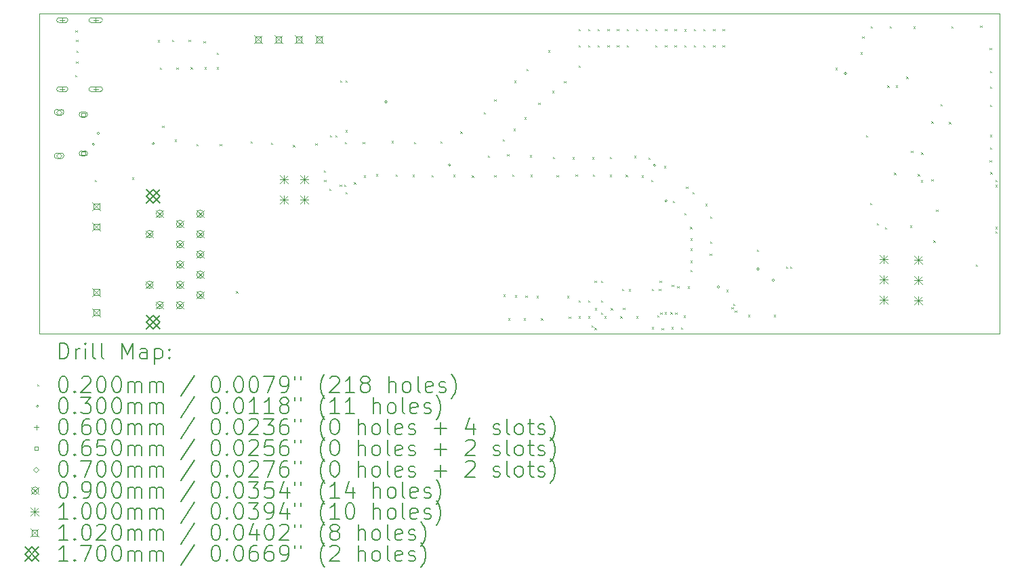
<source format=gbr>
%TF.GenerationSoftware,KiCad,Pcbnew,8.0.4*%
%TF.CreationDate,2024-11-24T01:25:47+11:00*%
%TF.ProjectId,cm4-bare-minimum,636d342d-6261-4726-952d-6d696e696d75,V0.1*%
%TF.SameCoordinates,Original*%
%TF.FileFunction,Drillmap*%
%TF.FilePolarity,Positive*%
%FSLAX45Y45*%
G04 Gerber Fmt 4.5, Leading zero omitted, Abs format (unit mm)*
G04 Created by KiCad (PCBNEW 8.0.4) date 2024-11-24 01:25:47*
%MOMM*%
%LPD*%
G01*
G04 APERTURE LIST*
%ADD10C,0.100000*%
%ADD11C,0.200000*%
%ADD12C,0.102000*%
%ADD13C,0.170000*%
G04 APERTURE END LIST*
D10*
X4000000Y-5000000D02*
X16000000Y-5000000D01*
X16000000Y-9000000D01*
X4000000Y-9000000D01*
X4000000Y-5000000D01*
D11*
D10*
X4452500Y-5765000D02*
X4472500Y-5785000D01*
X4472500Y-5765000D02*
X4452500Y-5785000D01*
X4455000Y-5205000D02*
X4475000Y-5225000D01*
X4475000Y-5205000D02*
X4455000Y-5225000D01*
X4462500Y-5327500D02*
X4482500Y-5347500D01*
X4482500Y-5327500D02*
X4462500Y-5347500D01*
X4462500Y-5597500D02*
X4482500Y-5617500D01*
X4482500Y-5597500D02*
X4462500Y-5617500D01*
X4465000Y-5460000D02*
X4485000Y-5480000D01*
X4485000Y-5460000D02*
X4465000Y-5480000D01*
X4695000Y-7077500D02*
X4715000Y-7097500D01*
X4715000Y-7077500D02*
X4695000Y-7097500D01*
X5160000Y-7047500D02*
X5180000Y-7067500D01*
X5180000Y-7047500D02*
X5160000Y-7067500D01*
X5482500Y-5330000D02*
X5502500Y-5350000D01*
X5502500Y-5330000D02*
X5482500Y-5350000D01*
X5510000Y-5670000D02*
X5530000Y-5690000D01*
X5530000Y-5670000D02*
X5510000Y-5690000D01*
X5537500Y-6400000D02*
X5557500Y-6420000D01*
X5557500Y-6400000D02*
X5537500Y-6420000D01*
X5660000Y-5322500D02*
X5680000Y-5342500D01*
X5680000Y-5322500D02*
X5660000Y-5342500D01*
X5695000Y-6575000D02*
X5715000Y-6595000D01*
X5715000Y-6575000D02*
X5695000Y-6595000D01*
X5715000Y-5670000D02*
X5735000Y-5690000D01*
X5735000Y-5670000D02*
X5715000Y-5690000D01*
X5867500Y-5322500D02*
X5887500Y-5342500D01*
X5887500Y-5322500D02*
X5867500Y-5342500D01*
X5892500Y-5667500D02*
X5912500Y-5687500D01*
X5912500Y-5667500D02*
X5892500Y-5687500D01*
X5967500Y-6630000D02*
X5987500Y-6650000D01*
X5987500Y-6630000D02*
X5967500Y-6650000D01*
X6055000Y-5342500D02*
X6075000Y-5362500D01*
X6075000Y-5342500D02*
X6055000Y-5362500D01*
X6065000Y-5667500D02*
X6085000Y-5687500D01*
X6085000Y-5667500D02*
X6065000Y-5687500D01*
X6220000Y-5487500D02*
X6240000Y-5507500D01*
X6240000Y-5487500D02*
X6220000Y-5507500D01*
X6220000Y-5667500D02*
X6240000Y-5687500D01*
X6240000Y-5667500D02*
X6220000Y-5687500D01*
X6257500Y-6630000D02*
X6277500Y-6650000D01*
X6277500Y-6630000D02*
X6257500Y-6650000D01*
X6460000Y-8470000D02*
X6480000Y-8490000D01*
X6480000Y-8470000D02*
X6460000Y-8490000D01*
X6642500Y-6592500D02*
X6662500Y-6612500D01*
X6662500Y-6592500D02*
X6642500Y-6612500D01*
X6895000Y-6612500D02*
X6915000Y-6632500D01*
X6915000Y-6612500D02*
X6895000Y-6632500D01*
X7172500Y-6640000D02*
X7192500Y-6660000D01*
X7192500Y-6640000D02*
X7172500Y-6660000D01*
X7450000Y-6620000D02*
X7470000Y-6640000D01*
X7470000Y-6620000D02*
X7450000Y-6640000D01*
X7555000Y-6960000D02*
X7575000Y-6980000D01*
X7575000Y-6960000D02*
X7555000Y-6980000D01*
X7562500Y-7077500D02*
X7582500Y-7097500D01*
X7582500Y-7077500D02*
X7562500Y-7097500D01*
X7625000Y-7185000D02*
X7645000Y-7205000D01*
X7645000Y-7185000D02*
X7625000Y-7205000D01*
X7632500Y-6520000D02*
X7652500Y-6540000D01*
X7652500Y-6520000D02*
X7632500Y-6540000D01*
X7700000Y-6520000D02*
X7720000Y-6540000D01*
X7720000Y-6520000D02*
X7700000Y-6540000D01*
X7756777Y-7135883D02*
X7776777Y-7155883D01*
X7776777Y-7135883D02*
X7756777Y-7155883D01*
X7762500Y-5832500D02*
X7782500Y-5852500D01*
X7782500Y-5832500D02*
X7762500Y-5852500D01*
X7813720Y-7136257D02*
X7833720Y-7156257D01*
X7833720Y-7136257D02*
X7813720Y-7156257D01*
X7820000Y-6602500D02*
X7840000Y-6622500D01*
X7840000Y-6602500D02*
X7820000Y-6622500D01*
X7827500Y-5835000D02*
X7847500Y-5855000D01*
X7847500Y-5835000D02*
X7827500Y-5855000D01*
X7827500Y-6455000D02*
X7847500Y-6475000D01*
X7847500Y-6455000D02*
X7827500Y-6475000D01*
X7827500Y-7227500D02*
X7847500Y-7247500D01*
X7847500Y-7227500D02*
X7827500Y-7247500D01*
X7932500Y-7107500D02*
X7952500Y-7127500D01*
X7952500Y-7107500D02*
X7932500Y-7127500D01*
X8045000Y-6602500D02*
X8065000Y-6622500D01*
X8065000Y-6602500D02*
X8045000Y-6622500D01*
X8057500Y-7022500D02*
X8077500Y-7042500D01*
X8077500Y-7022500D02*
X8057500Y-7042500D01*
X8210000Y-7005000D02*
X8230000Y-7025000D01*
X8230000Y-7005000D02*
X8210000Y-7025000D01*
X8402500Y-6590000D02*
X8422500Y-6610000D01*
X8422500Y-6590000D02*
X8402500Y-6610000D01*
X8455000Y-7010000D02*
X8475000Y-7030000D01*
X8475000Y-7010000D02*
X8455000Y-7030000D01*
X8665000Y-7012500D02*
X8685000Y-7032500D01*
X8685000Y-7012500D02*
X8665000Y-7032500D01*
X8682500Y-6602500D02*
X8702500Y-6622500D01*
X8702500Y-6602500D02*
X8682500Y-6622500D01*
X8905000Y-7017500D02*
X8925000Y-7037500D01*
X8925000Y-7017500D02*
X8905000Y-7037500D01*
X9015000Y-6597500D02*
X9035000Y-6617500D01*
X9035000Y-6597500D02*
X9015000Y-6617500D01*
X9175000Y-7012500D02*
X9195000Y-7032500D01*
X9195000Y-7012500D02*
X9175000Y-7032500D01*
X9262500Y-6472500D02*
X9282500Y-6492500D01*
X9282500Y-6472500D02*
X9262500Y-6492500D01*
X9407500Y-7022500D02*
X9427500Y-7042500D01*
X9427500Y-7022500D02*
X9407500Y-7042500D01*
X9555000Y-6232500D02*
X9575000Y-6252500D01*
X9575000Y-6232500D02*
X9555000Y-6252500D01*
X9607500Y-6770000D02*
X9627500Y-6790000D01*
X9627500Y-6770000D02*
X9607500Y-6790000D01*
X9687500Y-6072500D02*
X9707500Y-6092500D01*
X9707500Y-6072500D02*
X9687500Y-6092500D01*
X9687500Y-7020000D02*
X9707500Y-7040000D01*
X9707500Y-7020000D02*
X9687500Y-7040000D01*
X9795000Y-6567500D02*
X9815000Y-6587500D01*
X9815000Y-6567500D02*
X9795000Y-6587500D01*
X9802500Y-8512500D02*
X9822500Y-8532500D01*
X9822500Y-8512500D02*
X9802500Y-8532500D01*
X9847500Y-6757500D02*
X9867500Y-6777500D01*
X9867500Y-6757500D02*
X9847500Y-6777500D01*
X9860000Y-8810000D02*
X9880000Y-8830000D01*
X9880000Y-8810000D02*
X9860000Y-8830000D01*
X9910000Y-7010000D02*
X9930000Y-7030000D01*
X9930000Y-7010000D02*
X9910000Y-7030000D01*
X9930000Y-6437500D02*
X9950000Y-6457500D01*
X9950000Y-6437500D02*
X9930000Y-6457500D01*
X9935000Y-5837500D02*
X9955000Y-5857500D01*
X9955000Y-5837500D02*
X9935000Y-5857500D01*
X9947500Y-8522500D02*
X9967500Y-8542500D01*
X9967500Y-8522500D02*
X9947500Y-8542500D01*
X10055000Y-8810000D02*
X10075000Y-8830000D01*
X10075000Y-8810000D02*
X10055000Y-8830000D01*
X10062500Y-6295000D02*
X10082500Y-6315000D01*
X10082500Y-6295000D02*
X10062500Y-6315000D01*
X10077500Y-8525000D02*
X10097500Y-8545000D01*
X10097500Y-8525000D02*
X10077500Y-8545000D01*
X10087500Y-5687500D02*
X10107500Y-5707500D01*
X10107500Y-5687500D02*
X10087500Y-5707500D01*
X10132500Y-6767500D02*
X10152500Y-6787500D01*
X10152500Y-6767500D02*
X10132500Y-6787500D01*
X10140000Y-7015000D02*
X10160000Y-7035000D01*
X10160000Y-7015000D02*
X10140000Y-7035000D01*
X10215000Y-8530000D02*
X10235000Y-8550000D01*
X10235000Y-8530000D02*
X10215000Y-8550000D01*
X10237500Y-6110000D02*
X10257500Y-6130000D01*
X10257500Y-6110000D02*
X10237500Y-6130000D01*
X10270000Y-8810000D02*
X10290000Y-8830000D01*
X10290000Y-8810000D02*
X10270000Y-8830000D01*
X10360000Y-5455000D02*
X10380000Y-5475000D01*
X10380000Y-5455000D02*
X10360000Y-5475000D01*
X10412500Y-5965000D02*
X10432500Y-5985000D01*
X10432500Y-5965000D02*
X10412500Y-5985000D01*
X10417500Y-6787500D02*
X10437500Y-6807500D01*
X10437500Y-6787500D02*
X10417500Y-6807500D01*
X10465000Y-7017500D02*
X10485000Y-7037500D01*
X10485000Y-7017500D02*
X10465000Y-7037500D01*
X10557500Y-5842500D02*
X10577500Y-5862500D01*
X10577500Y-5842500D02*
X10557500Y-5862500D01*
X10597500Y-8530000D02*
X10617500Y-8550000D01*
X10617500Y-8530000D02*
X10597500Y-8550000D01*
X10619270Y-8785746D02*
X10639270Y-8805746D01*
X10639270Y-8785746D02*
X10619270Y-8805746D01*
X10665000Y-6792500D02*
X10685000Y-6812500D01*
X10685000Y-6792500D02*
X10665000Y-6812500D01*
X10702500Y-7007500D02*
X10722500Y-7027500D01*
X10722500Y-7007500D02*
X10702500Y-7027500D01*
X10740000Y-8582528D02*
X10760000Y-8602528D01*
X10760000Y-8582528D02*
X10740000Y-8602528D01*
X10740000Y-5647500D02*
X10760000Y-5667500D01*
X10760000Y-5647500D02*
X10740000Y-5667500D01*
X10740000Y-5190528D02*
X10760000Y-5210528D01*
X10760000Y-5190528D02*
X10740000Y-5210528D01*
X10740000Y-5392472D02*
X10760000Y-5412472D01*
X10760000Y-5392472D02*
X10740000Y-5412472D01*
X10740000Y-8784472D02*
X10760000Y-8804472D01*
X10760000Y-8784472D02*
X10740000Y-8804472D01*
X10859524Y-8783703D02*
X10879524Y-8803703D01*
X10879524Y-8783703D02*
X10859524Y-8803703D01*
X10860000Y-5190528D02*
X10880000Y-5210528D01*
X10880000Y-5190528D02*
X10860000Y-5210528D01*
X10860000Y-8582528D02*
X10880000Y-8602528D01*
X10880000Y-8582528D02*
X10860000Y-8602528D01*
X10860000Y-5392472D02*
X10880000Y-5412472D01*
X10880000Y-5392472D02*
X10860000Y-5412472D01*
X10900000Y-8897500D02*
X10920000Y-8917500D01*
X10920000Y-8897500D02*
X10900000Y-8917500D01*
X10907500Y-6792500D02*
X10927500Y-6812500D01*
X10927500Y-6792500D02*
X10907500Y-6812500D01*
X10920000Y-7010000D02*
X10940000Y-7030000D01*
X10940000Y-7010000D02*
X10920000Y-7030000D01*
X10940000Y-8337500D02*
X10960000Y-8357500D01*
X10960000Y-8337500D02*
X10940000Y-8357500D01*
X10940687Y-8926562D02*
X10960687Y-8946562D01*
X10960687Y-8926562D02*
X10940687Y-8946562D01*
X10942500Y-8682500D02*
X10962500Y-8702500D01*
X10962500Y-8682500D02*
X10942500Y-8702500D01*
X10980000Y-5190528D02*
X11000000Y-5210528D01*
X11000000Y-5190528D02*
X10980000Y-5210528D01*
X10980000Y-5392472D02*
X11000000Y-5412472D01*
X11000000Y-5392472D02*
X10980000Y-5412472D01*
X11020000Y-8582528D02*
X11040000Y-8602528D01*
X11040000Y-8582528D02*
X11020000Y-8602528D01*
X11020000Y-8337500D02*
X11040000Y-8357500D01*
X11040000Y-8337500D02*
X11020000Y-8357500D01*
X11020000Y-8735000D02*
X11040000Y-8755000D01*
X11040000Y-8735000D02*
X11020000Y-8755000D01*
X11060000Y-8784472D02*
X11080000Y-8804472D01*
X11080000Y-8784472D02*
X11060000Y-8804472D01*
X11100000Y-5190528D02*
X11120000Y-5210528D01*
X11120000Y-5190528D02*
X11100000Y-5210528D01*
X11100000Y-5392472D02*
X11120000Y-5412472D01*
X11120000Y-5392472D02*
X11100000Y-5412472D01*
X11130000Y-6787500D02*
X11150000Y-6807500D01*
X11150000Y-6787500D02*
X11130000Y-6807500D01*
X11132500Y-7015000D02*
X11152500Y-7035000D01*
X11152500Y-7015000D02*
X11132500Y-7035000D01*
X11142500Y-8682500D02*
X11162500Y-8702500D01*
X11162500Y-8682500D02*
X11142500Y-8702500D01*
X11220000Y-5392472D02*
X11240000Y-5412472D01*
X11240000Y-5392472D02*
X11220000Y-5412472D01*
X11220000Y-5190528D02*
X11240000Y-5210528D01*
X11240000Y-5190528D02*
X11220000Y-5210528D01*
X11260000Y-8784472D02*
X11280000Y-8804472D01*
X11280000Y-8784472D02*
X11260000Y-8804472D01*
X11282500Y-8440000D02*
X11302500Y-8460000D01*
X11302500Y-8440000D02*
X11282500Y-8460000D01*
X11295000Y-8680000D02*
X11315000Y-8700000D01*
X11315000Y-8680000D02*
X11295000Y-8700000D01*
X11330000Y-7015000D02*
X11350000Y-7035000D01*
X11350000Y-7015000D02*
X11330000Y-7035000D01*
X11340000Y-5190528D02*
X11360000Y-5210528D01*
X11360000Y-5190528D02*
X11340000Y-5210528D01*
X11340000Y-5392472D02*
X11360000Y-5412472D01*
X11360000Y-5392472D02*
X11340000Y-5412472D01*
X11365000Y-8445000D02*
X11385000Y-8465000D01*
X11385000Y-8445000D02*
X11365000Y-8465000D01*
X11435000Y-6777500D02*
X11455000Y-6797500D01*
X11455000Y-6777500D02*
X11435000Y-6797500D01*
X11460000Y-5190528D02*
X11480000Y-5210528D01*
X11480000Y-5190528D02*
X11460000Y-5210528D01*
X11460000Y-8784472D02*
X11480000Y-8804472D01*
X11480000Y-8784472D02*
X11460000Y-8804472D01*
X11530000Y-7022500D02*
X11550000Y-7042500D01*
X11550000Y-7022500D02*
X11530000Y-7042500D01*
X11579676Y-5191057D02*
X11599676Y-5211057D01*
X11599676Y-5191057D02*
X11579676Y-5211057D01*
X11612500Y-6797500D02*
X11632500Y-6817500D01*
X11632500Y-6797500D02*
X11612500Y-6817500D01*
X11645000Y-7075000D02*
X11665000Y-7095000D01*
X11665000Y-7075000D02*
X11645000Y-7095000D01*
X11657500Y-8442500D02*
X11677500Y-8462500D01*
X11677500Y-8442500D02*
X11657500Y-8462500D01*
X11657500Y-8920000D02*
X11677500Y-8940000D01*
X11677500Y-8920000D02*
X11657500Y-8940000D01*
X11700000Y-5392472D02*
X11720000Y-5412472D01*
X11720000Y-5392472D02*
X11700000Y-5412472D01*
X11700000Y-5190528D02*
X11720000Y-5210528D01*
X11720000Y-5190528D02*
X11700000Y-5210528D01*
X11722564Y-8769833D02*
X11742564Y-8789833D01*
X11742564Y-8769833D02*
X11722564Y-8789833D01*
X11745000Y-8440000D02*
X11765000Y-8460000D01*
X11765000Y-8440000D02*
X11745000Y-8460000D01*
X11752500Y-8337500D02*
X11772500Y-8357500D01*
X11772500Y-8337500D02*
X11752500Y-8357500D01*
X11762265Y-8739438D02*
X11782265Y-8759438D01*
X11782265Y-8739438D02*
X11762265Y-8759438D01*
X11777500Y-8932500D02*
X11797500Y-8952500D01*
X11797500Y-8932500D02*
X11777500Y-8952500D01*
X11810000Y-6905000D02*
X11830000Y-6925000D01*
X11830000Y-6905000D02*
X11810000Y-6925000D01*
X11813448Y-8734052D02*
X11833448Y-8754052D01*
X11833448Y-8734052D02*
X11813448Y-8754052D01*
X11820000Y-5190528D02*
X11840000Y-5210528D01*
X11840000Y-5190528D02*
X11820000Y-5210528D01*
X11820000Y-5392472D02*
X11840000Y-5412472D01*
X11840000Y-5392472D02*
X11820000Y-5412472D01*
X11887500Y-8732500D02*
X11907500Y-8752500D01*
X11907500Y-8732500D02*
X11887500Y-8752500D01*
X11902500Y-8920000D02*
X11922500Y-8940000D01*
X11922500Y-8920000D02*
X11902500Y-8940000D01*
X11905000Y-8390000D02*
X11925000Y-8410000D01*
X11925000Y-8390000D02*
X11905000Y-8410000D01*
X11917500Y-7337500D02*
X11937500Y-7357500D01*
X11937500Y-7337500D02*
X11917500Y-7357500D01*
X11940000Y-5190528D02*
X11960000Y-5210528D01*
X11960000Y-5190528D02*
X11940000Y-5210528D01*
X11940000Y-5392472D02*
X11960000Y-5412472D01*
X11960000Y-5392472D02*
X11940000Y-5412472D01*
X11947034Y-8735466D02*
X11967034Y-8755466D01*
X11967034Y-8735466D02*
X11947034Y-8755466D01*
X11972500Y-8407500D02*
X11992500Y-8427500D01*
X11992500Y-8407500D02*
X11972500Y-8427500D01*
X12017500Y-8922500D02*
X12037500Y-8942500D01*
X12037500Y-8922500D02*
X12017500Y-8942500D01*
X12053414Y-8776485D02*
X12073414Y-8796485D01*
X12073414Y-8776485D02*
X12053414Y-8796485D01*
X12059987Y-5192500D02*
X12079987Y-5212500D01*
X12079987Y-5192500D02*
X12059987Y-5212500D01*
X12060000Y-7490000D02*
X12080000Y-7510000D01*
X12080000Y-7490000D02*
X12060000Y-7510000D01*
X12060000Y-5392472D02*
X12080000Y-5412472D01*
X12080000Y-5392472D02*
X12060000Y-5412472D01*
X12082500Y-7162500D02*
X12102500Y-7182500D01*
X12102500Y-7162500D02*
X12082500Y-7182500D01*
X12101250Y-8411250D02*
X12121250Y-8431250D01*
X12121250Y-8411250D02*
X12101250Y-8431250D01*
X12132500Y-7665000D02*
X12152500Y-7685000D01*
X12152500Y-7665000D02*
X12132500Y-7685000D01*
X12137500Y-7810000D02*
X12157500Y-7830000D01*
X12157500Y-7810000D02*
X12137500Y-7830000D01*
X12137500Y-7937500D02*
X12157500Y-7957500D01*
X12157500Y-7937500D02*
X12137500Y-7957500D01*
X12137500Y-8090000D02*
X12157500Y-8110000D01*
X12157500Y-8090000D02*
X12137500Y-8110000D01*
X12137500Y-8202500D02*
X12157500Y-8222500D01*
X12157500Y-8202500D02*
X12137500Y-8222500D01*
X12162500Y-7230000D02*
X12182500Y-7250000D01*
X12182500Y-7230000D02*
X12162500Y-7250000D01*
X12180000Y-5190528D02*
X12200000Y-5210528D01*
X12200000Y-5190528D02*
X12180000Y-5210528D01*
X12180000Y-5392472D02*
X12200000Y-5412472D01*
X12200000Y-5392472D02*
X12180000Y-5412472D01*
X12300000Y-5190528D02*
X12320000Y-5210528D01*
X12320000Y-5190528D02*
X12300000Y-5210528D01*
X12300000Y-5392472D02*
X12320000Y-5412472D01*
X12320000Y-5392472D02*
X12300000Y-5412472D01*
X12322500Y-7377500D02*
X12342500Y-7397500D01*
X12342500Y-7377500D02*
X12322500Y-7397500D01*
X12377500Y-8002500D02*
X12397500Y-8022500D01*
X12397500Y-8002500D02*
X12377500Y-8022500D01*
X12385000Y-7535000D02*
X12405000Y-7555000D01*
X12405000Y-7535000D02*
X12385000Y-7555000D01*
X12385000Y-7850000D02*
X12405000Y-7870000D01*
X12405000Y-7850000D02*
X12385000Y-7870000D01*
X12420000Y-5392472D02*
X12440000Y-5412472D01*
X12440000Y-5392472D02*
X12420000Y-5412472D01*
X12420321Y-5191052D02*
X12440321Y-5211052D01*
X12440321Y-5191052D02*
X12420321Y-5211052D01*
X12540000Y-5190528D02*
X12560000Y-5210528D01*
X12560000Y-5190528D02*
X12540000Y-5210528D01*
X12540000Y-5392472D02*
X12560000Y-5412472D01*
X12560000Y-5392472D02*
X12540000Y-5412472D01*
X12585000Y-8452500D02*
X12605000Y-8472500D01*
X12605000Y-8452500D02*
X12585000Y-8472500D01*
X12649028Y-8671648D02*
X12669028Y-8691648D01*
X12669028Y-8671648D02*
X12649028Y-8691648D01*
X12672500Y-8627500D02*
X12692500Y-8647500D01*
X12692500Y-8627500D02*
X12672500Y-8647500D01*
X12692500Y-8712500D02*
X12712500Y-8732500D01*
X12712500Y-8712500D02*
X12692500Y-8732500D01*
X12856930Y-8766930D02*
X12876930Y-8786930D01*
X12876930Y-8766930D02*
X12856930Y-8786930D01*
X12965000Y-7950000D02*
X12985000Y-7970000D01*
X12985000Y-7950000D02*
X12965000Y-7970000D01*
X13180570Y-8766930D02*
X13200570Y-8786930D01*
X13200570Y-8766930D02*
X13180570Y-8786930D01*
X13330000Y-8162500D02*
X13350000Y-8182500D01*
X13350000Y-8162500D02*
X13330000Y-8182500D01*
X13380000Y-8162500D02*
X13400000Y-8182500D01*
X13400000Y-8162500D02*
X13380000Y-8182500D01*
X13947500Y-5675000D02*
X13967500Y-5695000D01*
X13967500Y-5675000D02*
X13947500Y-5695000D01*
X14265000Y-5480000D02*
X14285000Y-5500000D01*
X14285000Y-5480000D02*
X14265000Y-5500000D01*
X14282500Y-5285000D02*
X14302500Y-5305000D01*
X14302500Y-5285000D02*
X14282500Y-5305000D01*
X14330000Y-6520000D02*
X14350000Y-6540000D01*
X14350000Y-6520000D02*
X14330000Y-6540000D01*
X14380000Y-7367500D02*
X14400000Y-7387500D01*
X14400000Y-7367500D02*
X14380000Y-7387500D01*
X14390000Y-5155000D02*
X14410000Y-5175000D01*
X14410000Y-5155000D02*
X14390000Y-5175000D01*
X14467500Y-7617500D02*
X14487500Y-7637500D01*
X14487500Y-7617500D02*
X14467500Y-7637500D01*
X14570000Y-7670000D02*
X14590000Y-7690000D01*
X14590000Y-7670000D02*
X14570000Y-7690000D01*
X14597500Y-5895000D02*
X14617500Y-5915000D01*
X14617500Y-5895000D02*
X14597500Y-5915000D01*
X14625000Y-5155000D02*
X14645000Y-5175000D01*
X14645000Y-5155000D02*
X14625000Y-5175000D01*
X14682500Y-6987500D02*
X14702500Y-7007500D01*
X14702500Y-6987500D02*
X14682500Y-7007500D01*
X14705000Y-5895000D02*
X14725000Y-5915000D01*
X14725000Y-5895000D02*
X14705000Y-5915000D01*
X14835000Y-5785000D02*
X14855000Y-5805000D01*
X14855000Y-5785000D02*
X14835000Y-5805000D01*
X14882500Y-7647500D02*
X14902500Y-7667500D01*
X14902500Y-7647500D02*
X14882500Y-7667500D01*
X14892500Y-6715000D02*
X14912500Y-6735000D01*
X14912500Y-6715000D02*
X14892500Y-6735000D01*
X14925000Y-5160000D02*
X14945000Y-5180000D01*
X14945000Y-5160000D02*
X14925000Y-5180000D01*
X14977500Y-7005000D02*
X14997500Y-7025000D01*
X14997500Y-7005000D02*
X14977500Y-7025000D01*
X15015000Y-7082500D02*
X15035000Y-7102500D01*
X15035000Y-7082500D02*
X15015000Y-7102500D01*
X15020000Y-6735000D02*
X15040000Y-6755000D01*
X15040000Y-6735000D02*
X15020000Y-6755000D01*
X15147500Y-6345000D02*
X15167500Y-6365000D01*
X15167500Y-6345000D02*
X15147500Y-6365000D01*
X15147500Y-7070000D02*
X15167500Y-7090000D01*
X15167500Y-7070000D02*
X15147500Y-7090000D01*
X15172966Y-7834534D02*
X15192966Y-7854534D01*
X15192966Y-7834534D02*
X15172966Y-7854534D01*
X15207500Y-7452500D02*
X15227500Y-7472500D01*
X15227500Y-7452500D02*
X15207500Y-7472500D01*
X15260000Y-6130000D02*
X15280000Y-6150000D01*
X15280000Y-6130000D02*
X15260000Y-6150000D01*
X15367500Y-6352500D02*
X15387500Y-6372500D01*
X15387500Y-6352500D02*
X15367500Y-6372500D01*
X15397500Y-5157500D02*
X15417500Y-5177500D01*
X15417500Y-5157500D02*
X15397500Y-5177500D01*
X15700000Y-8137500D02*
X15720000Y-8157500D01*
X15720000Y-8137500D02*
X15700000Y-8157500D01*
X15757500Y-5145000D02*
X15777500Y-5165000D01*
X15777500Y-5145000D02*
X15757500Y-5165000D01*
X15875000Y-5427500D02*
X15895000Y-5447500D01*
X15895000Y-5427500D02*
X15875000Y-5447500D01*
X15875000Y-6832500D02*
X15895000Y-6852500D01*
X15895000Y-6832500D02*
X15875000Y-6852500D01*
X15877500Y-5712500D02*
X15897500Y-5732500D01*
X15897500Y-5712500D02*
X15877500Y-5732500D01*
X15877500Y-6140000D02*
X15897500Y-6160000D01*
X15897500Y-6140000D02*
X15877500Y-6160000D01*
X15877500Y-6670000D02*
X15897500Y-6690000D01*
X15897500Y-6670000D02*
X15877500Y-6690000D01*
X15880000Y-5910000D02*
X15900000Y-5930000D01*
X15900000Y-5910000D02*
X15880000Y-5930000D01*
X15882500Y-6515000D02*
X15902500Y-6535000D01*
X15902500Y-6515000D02*
X15882500Y-6535000D01*
X15885000Y-6980000D02*
X15905000Y-7000000D01*
X15905000Y-6980000D02*
X15885000Y-7000000D01*
X15947500Y-7080000D02*
X15967500Y-7100000D01*
X15967500Y-7080000D02*
X15947500Y-7100000D01*
X15947500Y-7140000D02*
X15967500Y-7160000D01*
X15967500Y-7140000D02*
X15947500Y-7160000D01*
X15947500Y-7665000D02*
X15967500Y-7685000D01*
X15967500Y-7665000D02*
X15947500Y-7685000D01*
X15947500Y-7720500D02*
X15967500Y-7740500D01*
X15967500Y-7720500D02*
X15947500Y-7740500D01*
X4692500Y-6632500D02*
G75*
G02*
X4662500Y-6632500I-15000J0D01*
G01*
X4662500Y-6632500D02*
G75*
G02*
X4692500Y-6632500I15000J0D01*
G01*
X4755000Y-6495000D02*
G75*
G02*
X4725000Y-6495000I-15000J0D01*
G01*
X4725000Y-6495000D02*
G75*
G02*
X4755000Y-6495000I15000J0D01*
G01*
X5442500Y-6625000D02*
G75*
G02*
X5412500Y-6625000I-15000J0D01*
G01*
X5412500Y-6625000D02*
G75*
G02*
X5442500Y-6625000I15000J0D01*
G01*
X8347500Y-6100000D02*
G75*
G02*
X8317500Y-6100000I-15000J0D01*
G01*
X8317500Y-6100000D02*
G75*
G02*
X8347500Y-6100000I15000J0D01*
G01*
X9142500Y-6892500D02*
G75*
G02*
X9112500Y-6892500I-15000J0D01*
G01*
X9112500Y-6892500D02*
G75*
G02*
X9142500Y-6892500I15000J0D01*
G01*
X11702500Y-6895000D02*
G75*
G02*
X11672500Y-6895000I-15000J0D01*
G01*
X11672500Y-6895000D02*
G75*
G02*
X11702500Y-6895000I15000J0D01*
G01*
X11847500Y-7337500D02*
G75*
G02*
X11817500Y-7337500I-15000J0D01*
G01*
X11817500Y-7337500D02*
G75*
G02*
X11847500Y-7337500I15000J0D01*
G01*
X12502250Y-8417250D02*
G75*
G02*
X12472250Y-8417250I-15000J0D01*
G01*
X12472250Y-8417250D02*
G75*
G02*
X12502250Y-8417250I15000J0D01*
G01*
X12997500Y-8192500D02*
G75*
G02*
X12967500Y-8192500I-15000J0D01*
G01*
X12967500Y-8192500D02*
G75*
G02*
X12997500Y-8192500I15000J0D01*
G01*
X13187500Y-8332500D02*
G75*
G02*
X13157500Y-8332500I-15000J0D01*
G01*
X13157500Y-8332500D02*
G75*
G02*
X13187500Y-8332500I15000J0D01*
G01*
X14087500Y-5745000D02*
G75*
G02*
X14057500Y-5745000I-15000J0D01*
G01*
X14057500Y-5745000D02*
G75*
G02*
X14087500Y-5745000I15000J0D01*
G01*
X4290000Y-5047500D02*
X4290000Y-5107500D01*
X4260000Y-5077500D02*
X4320000Y-5077500D01*
X4330000Y-5047500D02*
X4250000Y-5047500D01*
X4250000Y-5107500D02*
G75*
G02*
X4250000Y-5047500I0J30000D01*
G01*
X4250000Y-5107500D02*
X4330000Y-5107500D01*
X4330000Y-5107500D02*
G75*
G03*
X4330000Y-5047500I0J30000D01*
G01*
X4290000Y-5911500D02*
X4290000Y-5971500D01*
X4260000Y-5941500D02*
X4320000Y-5941500D01*
X4330000Y-5911500D02*
X4250000Y-5911500D01*
X4250000Y-5971500D02*
G75*
G02*
X4250000Y-5911500I0J30000D01*
G01*
X4250000Y-5971500D02*
X4330000Y-5971500D01*
X4330000Y-5971500D02*
G75*
G03*
X4330000Y-5911500I0J30000D01*
G01*
X4708000Y-5047500D02*
X4708000Y-5107500D01*
X4678000Y-5077500D02*
X4738000Y-5077500D01*
X4763000Y-5047500D02*
X4653000Y-5047500D01*
X4653000Y-5107500D02*
G75*
G02*
X4653000Y-5047500I0J30000D01*
G01*
X4653000Y-5107500D02*
X4763000Y-5107500D01*
X4763000Y-5107500D02*
G75*
G03*
X4763000Y-5047500I0J30000D01*
G01*
X4708000Y-5911500D02*
X4708000Y-5971500D01*
X4678000Y-5941500D02*
X4738000Y-5941500D01*
X4763000Y-5911500D02*
X4653000Y-5911500D01*
X4653000Y-5971500D02*
G75*
G02*
X4653000Y-5911500I0J30000D01*
G01*
X4653000Y-5971500D02*
X4763000Y-5971500D01*
X4763000Y-5971500D02*
G75*
G03*
X4763000Y-5911500I0J30000D01*
G01*
X4575981Y-6282981D02*
X4575981Y-6237019D01*
X4530019Y-6237019D01*
X4530019Y-6282981D01*
X4575981Y-6282981D01*
X4533000Y-6292500D02*
X4573000Y-6292500D01*
X4573000Y-6227500D02*
G75*
G02*
X4573000Y-6292500I0J-32500D01*
G01*
X4573000Y-6227500D02*
X4533000Y-6227500D01*
X4533000Y-6227500D02*
G75*
G03*
X4533000Y-6292500I0J-32500D01*
G01*
X4575981Y-6767981D02*
X4575981Y-6722019D01*
X4530019Y-6722019D01*
X4530019Y-6767981D01*
X4575981Y-6767981D01*
X4533000Y-6777500D02*
X4573000Y-6777500D01*
X4573000Y-6712500D02*
G75*
G02*
X4573000Y-6777500I0J-32500D01*
G01*
X4573000Y-6712500D02*
X4533000Y-6712500D01*
X4533000Y-6712500D02*
G75*
G03*
X4533000Y-6777500I0J-32500D01*
G01*
X4250000Y-6265000D02*
X4285000Y-6230000D01*
X4250000Y-6195000D01*
X4215000Y-6230000D01*
X4250000Y-6265000D01*
X4225000Y-6265000D02*
X4275000Y-6265000D01*
X4275000Y-6195000D02*
G75*
G02*
X4275000Y-6265000I0J-35000D01*
G01*
X4275000Y-6195000D02*
X4225000Y-6195000D01*
X4225000Y-6195000D02*
G75*
G03*
X4225000Y-6265000I0J-35000D01*
G01*
X4250000Y-6810000D02*
X4285000Y-6775000D01*
X4250000Y-6740000D01*
X4215000Y-6775000D01*
X4250000Y-6810000D01*
X4225000Y-6810000D02*
X4275000Y-6810000D01*
X4275000Y-6740000D02*
G75*
G02*
X4275000Y-6810000I0J-35000D01*
G01*
X4275000Y-6740000D02*
X4225000Y-6740000D01*
X4225000Y-6740000D02*
G75*
G03*
X4225000Y-6810000I0J-35000D01*
G01*
X5334750Y-7710000D02*
X5424750Y-7800000D01*
X5424750Y-7710000D02*
X5334750Y-7800000D01*
X5424750Y-7755000D02*
G75*
G02*
X5334750Y-7755000I-45000J0D01*
G01*
X5334750Y-7755000D02*
G75*
G02*
X5424750Y-7755000I45000J0D01*
G01*
X5334750Y-8345000D02*
X5424750Y-8435000D01*
X5424750Y-8345000D02*
X5334750Y-8435000D01*
X5424750Y-8390000D02*
G75*
G02*
X5334750Y-8390000I-45000J0D01*
G01*
X5334750Y-8390000D02*
G75*
G02*
X5424750Y-8390000I45000J0D01*
G01*
X5461750Y-7456000D02*
X5551750Y-7546000D01*
X5551750Y-7456000D02*
X5461750Y-7546000D01*
X5551750Y-7501000D02*
G75*
G02*
X5461750Y-7501000I-45000J0D01*
G01*
X5461750Y-7501000D02*
G75*
G02*
X5551750Y-7501000I45000J0D01*
G01*
X5461750Y-8599000D02*
X5551750Y-8689000D01*
X5551750Y-8599000D02*
X5461750Y-8689000D01*
X5551750Y-8644000D02*
G75*
G02*
X5461750Y-8644000I-45000J0D01*
G01*
X5461750Y-8644000D02*
G75*
G02*
X5551750Y-8644000I45000J0D01*
G01*
X5713750Y-7583000D02*
X5803750Y-7673000D01*
X5803750Y-7583000D02*
X5713750Y-7673000D01*
X5803750Y-7628000D02*
G75*
G02*
X5713750Y-7628000I-45000J0D01*
G01*
X5713750Y-7628000D02*
G75*
G02*
X5803750Y-7628000I45000J0D01*
G01*
X5713750Y-7837000D02*
X5803750Y-7927000D01*
X5803750Y-7837000D02*
X5713750Y-7927000D01*
X5803750Y-7882000D02*
G75*
G02*
X5713750Y-7882000I-45000J0D01*
G01*
X5713750Y-7882000D02*
G75*
G02*
X5803750Y-7882000I45000J0D01*
G01*
X5713750Y-8091000D02*
X5803750Y-8181000D01*
X5803750Y-8091000D02*
X5713750Y-8181000D01*
X5803750Y-8136000D02*
G75*
G02*
X5713750Y-8136000I-45000J0D01*
G01*
X5713750Y-8136000D02*
G75*
G02*
X5803750Y-8136000I45000J0D01*
G01*
X5713750Y-8345000D02*
X5803750Y-8435000D01*
X5803750Y-8345000D02*
X5713750Y-8435000D01*
X5803750Y-8390000D02*
G75*
G02*
X5713750Y-8390000I-45000J0D01*
G01*
X5713750Y-8390000D02*
G75*
G02*
X5803750Y-8390000I45000J0D01*
G01*
X5713750Y-8599000D02*
X5803750Y-8689000D01*
X5803750Y-8599000D02*
X5713750Y-8689000D01*
X5803750Y-8644000D02*
G75*
G02*
X5713750Y-8644000I-45000J0D01*
G01*
X5713750Y-8644000D02*
G75*
G02*
X5803750Y-8644000I45000J0D01*
G01*
X5967750Y-7456000D02*
X6057750Y-7546000D01*
X6057750Y-7456000D02*
X5967750Y-7546000D01*
X6057750Y-7501000D02*
G75*
G02*
X5967750Y-7501000I-45000J0D01*
G01*
X5967750Y-7501000D02*
G75*
G02*
X6057750Y-7501000I45000J0D01*
G01*
X5967750Y-7710000D02*
X6057750Y-7800000D01*
X6057750Y-7710000D02*
X5967750Y-7800000D01*
X6057750Y-7755000D02*
G75*
G02*
X5967750Y-7755000I-45000J0D01*
G01*
X5967750Y-7755000D02*
G75*
G02*
X6057750Y-7755000I45000J0D01*
G01*
X5967750Y-7964000D02*
X6057750Y-8054000D01*
X6057750Y-7964000D02*
X5967750Y-8054000D01*
X6057750Y-8009000D02*
G75*
G02*
X5967750Y-8009000I-45000J0D01*
G01*
X5967750Y-8009000D02*
G75*
G02*
X6057750Y-8009000I45000J0D01*
G01*
X5967750Y-8218000D02*
X6057750Y-8308000D01*
X6057750Y-8218000D02*
X5967750Y-8308000D01*
X6057750Y-8263000D02*
G75*
G02*
X5967750Y-8263000I-45000J0D01*
G01*
X5967750Y-8263000D02*
G75*
G02*
X6057750Y-8263000I45000J0D01*
G01*
X5967750Y-8472000D02*
X6057750Y-8562000D01*
X6057750Y-8472000D02*
X5967750Y-8562000D01*
X6057750Y-8517000D02*
G75*
G02*
X5967750Y-8517000I-45000J0D01*
G01*
X5967750Y-8517000D02*
G75*
G02*
X6057750Y-8517000I45000J0D01*
G01*
X7007500Y-7020000D02*
X7107500Y-7120000D01*
X7107500Y-7020000D02*
X7007500Y-7120000D01*
X7057500Y-7020000D02*
X7057500Y-7120000D01*
X7007500Y-7070000D02*
X7107500Y-7070000D01*
X7007500Y-7274000D02*
X7107500Y-7374000D01*
X7107500Y-7274000D02*
X7007500Y-7374000D01*
X7057500Y-7274000D02*
X7057500Y-7374000D01*
X7007500Y-7324000D02*
X7107500Y-7324000D01*
X7261500Y-7020000D02*
X7361500Y-7120000D01*
X7361500Y-7020000D02*
X7261500Y-7120000D01*
X7311500Y-7020000D02*
X7311500Y-7120000D01*
X7261500Y-7070000D02*
X7361500Y-7070000D01*
X7261500Y-7274000D02*
X7361500Y-7374000D01*
X7361500Y-7274000D02*
X7261500Y-7374000D01*
X7311500Y-7274000D02*
X7311500Y-7374000D01*
X7261500Y-7324000D02*
X7361500Y-7324000D01*
X14502500Y-8022500D02*
X14602500Y-8122500D01*
X14602500Y-8022500D02*
X14502500Y-8122500D01*
X14552500Y-8022500D02*
X14552500Y-8122500D01*
X14502500Y-8072500D02*
X14602500Y-8072500D01*
X14502500Y-8276500D02*
X14602500Y-8376500D01*
X14602500Y-8276500D02*
X14502500Y-8376500D01*
X14552500Y-8276500D02*
X14552500Y-8376500D01*
X14502500Y-8326500D02*
X14602500Y-8326500D01*
X14502500Y-8530500D02*
X14602500Y-8630500D01*
X14602500Y-8530500D02*
X14502500Y-8630500D01*
X14552500Y-8530500D02*
X14552500Y-8630500D01*
X14502500Y-8580500D02*
X14602500Y-8580500D01*
X14935000Y-8025000D02*
X15035000Y-8125000D01*
X15035000Y-8025000D02*
X14935000Y-8125000D01*
X14985000Y-8025000D02*
X14985000Y-8125000D01*
X14935000Y-8075000D02*
X15035000Y-8075000D01*
X14935000Y-8279000D02*
X15035000Y-8379000D01*
X15035000Y-8279000D02*
X14935000Y-8379000D01*
X14985000Y-8279000D02*
X14985000Y-8379000D01*
X14935000Y-8329000D02*
X15035000Y-8329000D01*
X14935000Y-8533000D02*
X15035000Y-8633000D01*
X15035000Y-8533000D02*
X14935000Y-8633000D01*
X14985000Y-8533000D02*
X14985000Y-8633000D01*
X14935000Y-8583000D02*
X15035000Y-8583000D01*
D12*
X4666750Y-7358500D02*
X4768750Y-7460500D01*
X4768750Y-7358500D02*
X4666750Y-7460500D01*
X4753813Y-7445563D02*
X4753813Y-7373437D01*
X4681687Y-7373437D01*
X4681687Y-7445563D01*
X4753813Y-7445563D01*
X4666750Y-7612500D02*
X4768750Y-7714500D01*
X4768750Y-7612500D02*
X4666750Y-7714500D01*
X4753813Y-7699563D02*
X4753813Y-7627437D01*
X4681687Y-7627437D01*
X4681687Y-7699563D01*
X4753813Y-7699563D01*
X4666750Y-8430500D02*
X4768750Y-8532500D01*
X4768750Y-8430500D02*
X4666750Y-8532500D01*
X4753813Y-8517563D02*
X4753813Y-8445437D01*
X4681687Y-8445437D01*
X4681687Y-8517563D01*
X4753813Y-8517563D01*
X4666750Y-8684500D02*
X4768750Y-8786500D01*
X4768750Y-8684500D02*
X4666750Y-8786500D01*
X4753813Y-8771563D02*
X4753813Y-8699437D01*
X4681687Y-8699437D01*
X4681687Y-8771563D01*
X4753813Y-8771563D01*
X6684500Y-5269000D02*
X6786500Y-5371000D01*
X6786500Y-5269000D02*
X6684500Y-5371000D01*
X6771563Y-5356063D02*
X6771563Y-5283937D01*
X6699437Y-5283937D01*
X6699437Y-5356063D01*
X6771563Y-5356063D01*
X6938500Y-5269000D02*
X7040500Y-5371000D01*
X7040500Y-5269000D02*
X6938500Y-5371000D01*
X7025563Y-5356063D02*
X7025563Y-5283937D01*
X6953437Y-5283937D01*
X6953437Y-5356063D01*
X7025563Y-5356063D01*
X7192500Y-5269000D02*
X7294500Y-5371000D01*
X7294500Y-5269000D02*
X7192500Y-5371000D01*
X7279563Y-5356063D02*
X7279563Y-5283937D01*
X7207437Y-5283937D01*
X7207437Y-5356063D01*
X7279563Y-5356063D01*
X7446500Y-5269000D02*
X7548500Y-5371000D01*
X7548500Y-5269000D02*
X7446500Y-5371000D01*
X7533563Y-5356063D02*
X7533563Y-5283937D01*
X7461437Y-5283937D01*
X7461437Y-5356063D01*
X7533563Y-5356063D01*
D13*
X5343750Y-7200000D02*
X5513750Y-7370000D01*
X5513750Y-7200000D02*
X5343750Y-7370000D01*
X5428750Y-7370000D02*
X5513750Y-7285000D01*
X5428750Y-7200000D01*
X5343750Y-7285000D01*
X5428750Y-7370000D01*
X5343750Y-8775000D02*
X5513750Y-8945000D01*
X5513750Y-8775000D02*
X5343750Y-8945000D01*
X5428750Y-8945000D02*
X5513750Y-8860000D01*
X5428750Y-8775000D01*
X5343750Y-8860000D01*
X5428750Y-8945000D01*
D11*
X4255777Y-9316484D02*
X4255777Y-9116484D01*
X4255777Y-9116484D02*
X4303396Y-9116484D01*
X4303396Y-9116484D02*
X4331967Y-9126008D01*
X4331967Y-9126008D02*
X4351015Y-9145055D01*
X4351015Y-9145055D02*
X4360539Y-9164103D01*
X4360539Y-9164103D02*
X4370063Y-9202198D01*
X4370063Y-9202198D02*
X4370063Y-9230770D01*
X4370063Y-9230770D02*
X4360539Y-9268865D01*
X4360539Y-9268865D02*
X4351015Y-9287912D01*
X4351015Y-9287912D02*
X4331967Y-9306960D01*
X4331967Y-9306960D02*
X4303396Y-9316484D01*
X4303396Y-9316484D02*
X4255777Y-9316484D01*
X4455777Y-9316484D02*
X4455777Y-9183150D01*
X4455777Y-9221246D02*
X4465301Y-9202198D01*
X4465301Y-9202198D02*
X4474824Y-9192674D01*
X4474824Y-9192674D02*
X4493872Y-9183150D01*
X4493872Y-9183150D02*
X4512920Y-9183150D01*
X4579586Y-9316484D02*
X4579586Y-9183150D01*
X4579586Y-9116484D02*
X4570063Y-9126008D01*
X4570063Y-9126008D02*
X4579586Y-9135531D01*
X4579586Y-9135531D02*
X4589110Y-9126008D01*
X4589110Y-9126008D02*
X4579586Y-9116484D01*
X4579586Y-9116484D02*
X4579586Y-9135531D01*
X4703396Y-9316484D02*
X4684348Y-9306960D01*
X4684348Y-9306960D02*
X4674824Y-9287912D01*
X4674824Y-9287912D02*
X4674824Y-9116484D01*
X4808158Y-9316484D02*
X4789110Y-9306960D01*
X4789110Y-9306960D02*
X4779586Y-9287912D01*
X4779586Y-9287912D02*
X4779586Y-9116484D01*
X5036729Y-9316484D02*
X5036729Y-9116484D01*
X5036729Y-9116484D02*
X5103396Y-9259341D01*
X5103396Y-9259341D02*
X5170063Y-9116484D01*
X5170063Y-9116484D02*
X5170063Y-9316484D01*
X5351015Y-9316484D02*
X5351015Y-9211722D01*
X5351015Y-9211722D02*
X5341491Y-9192674D01*
X5341491Y-9192674D02*
X5322444Y-9183150D01*
X5322444Y-9183150D02*
X5284348Y-9183150D01*
X5284348Y-9183150D02*
X5265301Y-9192674D01*
X5351015Y-9306960D02*
X5331967Y-9316484D01*
X5331967Y-9316484D02*
X5284348Y-9316484D01*
X5284348Y-9316484D02*
X5265301Y-9306960D01*
X5265301Y-9306960D02*
X5255777Y-9287912D01*
X5255777Y-9287912D02*
X5255777Y-9268865D01*
X5255777Y-9268865D02*
X5265301Y-9249817D01*
X5265301Y-9249817D02*
X5284348Y-9240293D01*
X5284348Y-9240293D02*
X5331967Y-9240293D01*
X5331967Y-9240293D02*
X5351015Y-9230770D01*
X5446253Y-9183150D02*
X5446253Y-9383150D01*
X5446253Y-9192674D02*
X5465301Y-9183150D01*
X5465301Y-9183150D02*
X5503396Y-9183150D01*
X5503396Y-9183150D02*
X5522444Y-9192674D01*
X5522444Y-9192674D02*
X5531967Y-9202198D01*
X5531967Y-9202198D02*
X5541491Y-9221246D01*
X5541491Y-9221246D02*
X5541491Y-9278389D01*
X5541491Y-9278389D02*
X5531967Y-9297436D01*
X5531967Y-9297436D02*
X5522444Y-9306960D01*
X5522444Y-9306960D02*
X5503396Y-9316484D01*
X5503396Y-9316484D02*
X5465301Y-9316484D01*
X5465301Y-9316484D02*
X5446253Y-9306960D01*
X5627205Y-9297436D02*
X5636729Y-9306960D01*
X5636729Y-9306960D02*
X5627205Y-9316484D01*
X5627205Y-9316484D02*
X5617682Y-9306960D01*
X5617682Y-9306960D02*
X5627205Y-9297436D01*
X5627205Y-9297436D02*
X5627205Y-9316484D01*
X5627205Y-9192674D02*
X5636729Y-9202198D01*
X5636729Y-9202198D02*
X5627205Y-9211722D01*
X5627205Y-9211722D02*
X5617682Y-9202198D01*
X5617682Y-9202198D02*
X5627205Y-9192674D01*
X5627205Y-9192674D02*
X5627205Y-9211722D01*
D10*
X3975000Y-9635000D02*
X3995000Y-9655000D01*
X3995000Y-9635000D02*
X3975000Y-9655000D01*
D11*
X4293872Y-9536484D02*
X4312920Y-9536484D01*
X4312920Y-9536484D02*
X4331967Y-9546008D01*
X4331967Y-9546008D02*
X4341491Y-9555531D01*
X4341491Y-9555531D02*
X4351015Y-9574579D01*
X4351015Y-9574579D02*
X4360539Y-9612674D01*
X4360539Y-9612674D02*
X4360539Y-9660293D01*
X4360539Y-9660293D02*
X4351015Y-9698389D01*
X4351015Y-9698389D02*
X4341491Y-9717436D01*
X4341491Y-9717436D02*
X4331967Y-9726960D01*
X4331967Y-9726960D02*
X4312920Y-9736484D01*
X4312920Y-9736484D02*
X4293872Y-9736484D01*
X4293872Y-9736484D02*
X4274824Y-9726960D01*
X4274824Y-9726960D02*
X4265301Y-9717436D01*
X4265301Y-9717436D02*
X4255777Y-9698389D01*
X4255777Y-9698389D02*
X4246253Y-9660293D01*
X4246253Y-9660293D02*
X4246253Y-9612674D01*
X4246253Y-9612674D02*
X4255777Y-9574579D01*
X4255777Y-9574579D02*
X4265301Y-9555531D01*
X4265301Y-9555531D02*
X4274824Y-9546008D01*
X4274824Y-9546008D02*
X4293872Y-9536484D01*
X4446253Y-9717436D02*
X4455777Y-9726960D01*
X4455777Y-9726960D02*
X4446253Y-9736484D01*
X4446253Y-9736484D02*
X4436729Y-9726960D01*
X4436729Y-9726960D02*
X4446253Y-9717436D01*
X4446253Y-9717436D02*
X4446253Y-9736484D01*
X4531967Y-9555531D02*
X4541491Y-9546008D01*
X4541491Y-9546008D02*
X4560539Y-9536484D01*
X4560539Y-9536484D02*
X4608158Y-9536484D01*
X4608158Y-9536484D02*
X4627205Y-9546008D01*
X4627205Y-9546008D02*
X4636729Y-9555531D01*
X4636729Y-9555531D02*
X4646253Y-9574579D01*
X4646253Y-9574579D02*
X4646253Y-9593627D01*
X4646253Y-9593627D02*
X4636729Y-9622198D01*
X4636729Y-9622198D02*
X4522444Y-9736484D01*
X4522444Y-9736484D02*
X4646253Y-9736484D01*
X4770063Y-9536484D02*
X4789110Y-9536484D01*
X4789110Y-9536484D02*
X4808158Y-9546008D01*
X4808158Y-9546008D02*
X4817682Y-9555531D01*
X4817682Y-9555531D02*
X4827205Y-9574579D01*
X4827205Y-9574579D02*
X4836729Y-9612674D01*
X4836729Y-9612674D02*
X4836729Y-9660293D01*
X4836729Y-9660293D02*
X4827205Y-9698389D01*
X4827205Y-9698389D02*
X4817682Y-9717436D01*
X4817682Y-9717436D02*
X4808158Y-9726960D01*
X4808158Y-9726960D02*
X4789110Y-9736484D01*
X4789110Y-9736484D02*
X4770063Y-9736484D01*
X4770063Y-9736484D02*
X4751015Y-9726960D01*
X4751015Y-9726960D02*
X4741491Y-9717436D01*
X4741491Y-9717436D02*
X4731967Y-9698389D01*
X4731967Y-9698389D02*
X4722444Y-9660293D01*
X4722444Y-9660293D02*
X4722444Y-9612674D01*
X4722444Y-9612674D02*
X4731967Y-9574579D01*
X4731967Y-9574579D02*
X4741491Y-9555531D01*
X4741491Y-9555531D02*
X4751015Y-9546008D01*
X4751015Y-9546008D02*
X4770063Y-9536484D01*
X4960539Y-9536484D02*
X4979586Y-9536484D01*
X4979586Y-9536484D02*
X4998634Y-9546008D01*
X4998634Y-9546008D02*
X5008158Y-9555531D01*
X5008158Y-9555531D02*
X5017682Y-9574579D01*
X5017682Y-9574579D02*
X5027205Y-9612674D01*
X5027205Y-9612674D02*
X5027205Y-9660293D01*
X5027205Y-9660293D02*
X5017682Y-9698389D01*
X5017682Y-9698389D02*
X5008158Y-9717436D01*
X5008158Y-9717436D02*
X4998634Y-9726960D01*
X4998634Y-9726960D02*
X4979586Y-9736484D01*
X4979586Y-9736484D02*
X4960539Y-9736484D01*
X4960539Y-9736484D02*
X4941491Y-9726960D01*
X4941491Y-9726960D02*
X4931967Y-9717436D01*
X4931967Y-9717436D02*
X4922444Y-9698389D01*
X4922444Y-9698389D02*
X4912920Y-9660293D01*
X4912920Y-9660293D02*
X4912920Y-9612674D01*
X4912920Y-9612674D02*
X4922444Y-9574579D01*
X4922444Y-9574579D02*
X4931967Y-9555531D01*
X4931967Y-9555531D02*
X4941491Y-9546008D01*
X4941491Y-9546008D02*
X4960539Y-9536484D01*
X5112920Y-9736484D02*
X5112920Y-9603150D01*
X5112920Y-9622198D02*
X5122444Y-9612674D01*
X5122444Y-9612674D02*
X5141491Y-9603150D01*
X5141491Y-9603150D02*
X5170063Y-9603150D01*
X5170063Y-9603150D02*
X5189110Y-9612674D01*
X5189110Y-9612674D02*
X5198634Y-9631722D01*
X5198634Y-9631722D02*
X5198634Y-9736484D01*
X5198634Y-9631722D02*
X5208158Y-9612674D01*
X5208158Y-9612674D02*
X5227205Y-9603150D01*
X5227205Y-9603150D02*
X5255777Y-9603150D01*
X5255777Y-9603150D02*
X5274825Y-9612674D01*
X5274825Y-9612674D02*
X5284348Y-9631722D01*
X5284348Y-9631722D02*
X5284348Y-9736484D01*
X5379586Y-9736484D02*
X5379586Y-9603150D01*
X5379586Y-9622198D02*
X5389110Y-9612674D01*
X5389110Y-9612674D02*
X5408158Y-9603150D01*
X5408158Y-9603150D02*
X5436729Y-9603150D01*
X5436729Y-9603150D02*
X5455777Y-9612674D01*
X5455777Y-9612674D02*
X5465301Y-9631722D01*
X5465301Y-9631722D02*
X5465301Y-9736484D01*
X5465301Y-9631722D02*
X5474825Y-9612674D01*
X5474825Y-9612674D02*
X5493872Y-9603150D01*
X5493872Y-9603150D02*
X5522444Y-9603150D01*
X5522444Y-9603150D02*
X5541491Y-9612674D01*
X5541491Y-9612674D02*
X5551015Y-9631722D01*
X5551015Y-9631722D02*
X5551015Y-9736484D01*
X5941491Y-9526960D02*
X5770063Y-9784103D01*
X6198634Y-9536484D02*
X6217682Y-9536484D01*
X6217682Y-9536484D02*
X6236729Y-9546008D01*
X6236729Y-9546008D02*
X6246253Y-9555531D01*
X6246253Y-9555531D02*
X6255777Y-9574579D01*
X6255777Y-9574579D02*
X6265301Y-9612674D01*
X6265301Y-9612674D02*
X6265301Y-9660293D01*
X6265301Y-9660293D02*
X6255777Y-9698389D01*
X6255777Y-9698389D02*
X6246253Y-9717436D01*
X6246253Y-9717436D02*
X6236729Y-9726960D01*
X6236729Y-9726960D02*
X6217682Y-9736484D01*
X6217682Y-9736484D02*
X6198634Y-9736484D01*
X6198634Y-9736484D02*
X6179586Y-9726960D01*
X6179586Y-9726960D02*
X6170063Y-9717436D01*
X6170063Y-9717436D02*
X6160539Y-9698389D01*
X6160539Y-9698389D02*
X6151015Y-9660293D01*
X6151015Y-9660293D02*
X6151015Y-9612674D01*
X6151015Y-9612674D02*
X6160539Y-9574579D01*
X6160539Y-9574579D02*
X6170063Y-9555531D01*
X6170063Y-9555531D02*
X6179586Y-9546008D01*
X6179586Y-9546008D02*
X6198634Y-9536484D01*
X6351015Y-9717436D02*
X6360539Y-9726960D01*
X6360539Y-9726960D02*
X6351015Y-9736484D01*
X6351015Y-9736484D02*
X6341491Y-9726960D01*
X6341491Y-9726960D02*
X6351015Y-9717436D01*
X6351015Y-9717436D02*
X6351015Y-9736484D01*
X6484348Y-9536484D02*
X6503396Y-9536484D01*
X6503396Y-9536484D02*
X6522444Y-9546008D01*
X6522444Y-9546008D02*
X6531967Y-9555531D01*
X6531967Y-9555531D02*
X6541491Y-9574579D01*
X6541491Y-9574579D02*
X6551015Y-9612674D01*
X6551015Y-9612674D02*
X6551015Y-9660293D01*
X6551015Y-9660293D02*
X6541491Y-9698389D01*
X6541491Y-9698389D02*
X6531967Y-9717436D01*
X6531967Y-9717436D02*
X6522444Y-9726960D01*
X6522444Y-9726960D02*
X6503396Y-9736484D01*
X6503396Y-9736484D02*
X6484348Y-9736484D01*
X6484348Y-9736484D02*
X6465301Y-9726960D01*
X6465301Y-9726960D02*
X6455777Y-9717436D01*
X6455777Y-9717436D02*
X6446253Y-9698389D01*
X6446253Y-9698389D02*
X6436729Y-9660293D01*
X6436729Y-9660293D02*
X6436729Y-9612674D01*
X6436729Y-9612674D02*
X6446253Y-9574579D01*
X6446253Y-9574579D02*
X6455777Y-9555531D01*
X6455777Y-9555531D02*
X6465301Y-9546008D01*
X6465301Y-9546008D02*
X6484348Y-9536484D01*
X6674825Y-9536484D02*
X6693872Y-9536484D01*
X6693872Y-9536484D02*
X6712920Y-9546008D01*
X6712920Y-9546008D02*
X6722444Y-9555531D01*
X6722444Y-9555531D02*
X6731967Y-9574579D01*
X6731967Y-9574579D02*
X6741491Y-9612674D01*
X6741491Y-9612674D02*
X6741491Y-9660293D01*
X6741491Y-9660293D02*
X6731967Y-9698389D01*
X6731967Y-9698389D02*
X6722444Y-9717436D01*
X6722444Y-9717436D02*
X6712920Y-9726960D01*
X6712920Y-9726960D02*
X6693872Y-9736484D01*
X6693872Y-9736484D02*
X6674825Y-9736484D01*
X6674825Y-9736484D02*
X6655777Y-9726960D01*
X6655777Y-9726960D02*
X6646253Y-9717436D01*
X6646253Y-9717436D02*
X6636729Y-9698389D01*
X6636729Y-9698389D02*
X6627206Y-9660293D01*
X6627206Y-9660293D02*
X6627206Y-9612674D01*
X6627206Y-9612674D02*
X6636729Y-9574579D01*
X6636729Y-9574579D02*
X6646253Y-9555531D01*
X6646253Y-9555531D02*
X6655777Y-9546008D01*
X6655777Y-9546008D02*
X6674825Y-9536484D01*
X6808158Y-9536484D02*
X6941491Y-9536484D01*
X6941491Y-9536484D02*
X6855777Y-9736484D01*
X7027206Y-9736484D02*
X7065301Y-9736484D01*
X7065301Y-9736484D02*
X7084348Y-9726960D01*
X7084348Y-9726960D02*
X7093872Y-9717436D01*
X7093872Y-9717436D02*
X7112920Y-9688865D01*
X7112920Y-9688865D02*
X7122444Y-9650770D01*
X7122444Y-9650770D02*
X7122444Y-9574579D01*
X7122444Y-9574579D02*
X7112920Y-9555531D01*
X7112920Y-9555531D02*
X7103396Y-9546008D01*
X7103396Y-9546008D02*
X7084348Y-9536484D01*
X7084348Y-9536484D02*
X7046253Y-9536484D01*
X7046253Y-9536484D02*
X7027206Y-9546008D01*
X7027206Y-9546008D02*
X7017682Y-9555531D01*
X7017682Y-9555531D02*
X7008158Y-9574579D01*
X7008158Y-9574579D02*
X7008158Y-9622198D01*
X7008158Y-9622198D02*
X7017682Y-9641246D01*
X7017682Y-9641246D02*
X7027206Y-9650770D01*
X7027206Y-9650770D02*
X7046253Y-9660293D01*
X7046253Y-9660293D02*
X7084348Y-9660293D01*
X7084348Y-9660293D02*
X7103396Y-9650770D01*
X7103396Y-9650770D02*
X7112920Y-9641246D01*
X7112920Y-9641246D02*
X7122444Y-9622198D01*
X7198634Y-9536484D02*
X7198634Y-9574579D01*
X7274825Y-9536484D02*
X7274825Y-9574579D01*
X7570063Y-9812674D02*
X7560539Y-9803150D01*
X7560539Y-9803150D02*
X7541491Y-9774579D01*
X7541491Y-9774579D02*
X7531968Y-9755531D01*
X7531968Y-9755531D02*
X7522444Y-9726960D01*
X7522444Y-9726960D02*
X7512920Y-9679341D01*
X7512920Y-9679341D02*
X7512920Y-9641246D01*
X7512920Y-9641246D02*
X7522444Y-9593627D01*
X7522444Y-9593627D02*
X7531968Y-9565055D01*
X7531968Y-9565055D02*
X7541491Y-9546008D01*
X7541491Y-9546008D02*
X7560539Y-9517436D01*
X7560539Y-9517436D02*
X7570063Y-9507912D01*
X7636729Y-9555531D02*
X7646253Y-9546008D01*
X7646253Y-9546008D02*
X7665301Y-9536484D01*
X7665301Y-9536484D02*
X7712920Y-9536484D01*
X7712920Y-9536484D02*
X7731968Y-9546008D01*
X7731968Y-9546008D02*
X7741491Y-9555531D01*
X7741491Y-9555531D02*
X7751015Y-9574579D01*
X7751015Y-9574579D02*
X7751015Y-9593627D01*
X7751015Y-9593627D02*
X7741491Y-9622198D01*
X7741491Y-9622198D02*
X7627206Y-9736484D01*
X7627206Y-9736484D02*
X7751015Y-9736484D01*
X7941491Y-9736484D02*
X7827206Y-9736484D01*
X7884348Y-9736484D02*
X7884348Y-9536484D01*
X7884348Y-9536484D02*
X7865301Y-9565055D01*
X7865301Y-9565055D02*
X7846253Y-9584103D01*
X7846253Y-9584103D02*
X7827206Y-9593627D01*
X8055777Y-9622198D02*
X8036729Y-9612674D01*
X8036729Y-9612674D02*
X8027206Y-9603150D01*
X8027206Y-9603150D02*
X8017682Y-9584103D01*
X8017682Y-9584103D02*
X8017682Y-9574579D01*
X8017682Y-9574579D02*
X8027206Y-9555531D01*
X8027206Y-9555531D02*
X8036729Y-9546008D01*
X8036729Y-9546008D02*
X8055777Y-9536484D01*
X8055777Y-9536484D02*
X8093872Y-9536484D01*
X8093872Y-9536484D02*
X8112920Y-9546008D01*
X8112920Y-9546008D02*
X8122444Y-9555531D01*
X8122444Y-9555531D02*
X8131968Y-9574579D01*
X8131968Y-9574579D02*
X8131968Y-9584103D01*
X8131968Y-9584103D02*
X8122444Y-9603150D01*
X8122444Y-9603150D02*
X8112920Y-9612674D01*
X8112920Y-9612674D02*
X8093872Y-9622198D01*
X8093872Y-9622198D02*
X8055777Y-9622198D01*
X8055777Y-9622198D02*
X8036729Y-9631722D01*
X8036729Y-9631722D02*
X8027206Y-9641246D01*
X8027206Y-9641246D02*
X8017682Y-9660293D01*
X8017682Y-9660293D02*
X8017682Y-9698389D01*
X8017682Y-9698389D02*
X8027206Y-9717436D01*
X8027206Y-9717436D02*
X8036729Y-9726960D01*
X8036729Y-9726960D02*
X8055777Y-9736484D01*
X8055777Y-9736484D02*
X8093872Y-9736484D01*
X8093872Y-9736484D02*
X8112920Y-9726960D01*
X8112920Y-9726960D02*
X8122444Y-9717436D01*
X8122444Y-9717436D02*
X8131968Y-9698389D01*
X8131968Y-9698389D02*
X8131968Y-9660293D01*
X8131968Y-9660293D02*
X8122444Y-9641246D01*
X8122444Y-9641246D02*
X8112920Y-9631722D01*
X8112920Y-9631722D02*
X8093872Y-9622198D01*
X8370063Y-9736484D02*
X8370063Y-9536484D01*
X8455777Y-9736484D02*
X8455777Y-9631722D01*
X8455777Y-9631722D02*
X8446253Y-9612674D01*
X8446253Y-9612674D02*
X8427206Y-9603150D01*
X8427206Y-9603150D02*
X8398634Y-9603150D01*
X8398634Y-9603150D02*
X8379587Y-9612674D01*
X8379587Y-9612674D02*
X8370063Y-9622198D01*
X8579587Y-9736484D02*
X8560539Y-9726960D01*
X8560539Y-9726960D02*
X8551015Y-9717436D01*
X8551015Y-9717436D02*
X8541492Y-9698389D01*
X8541492Y-9698389D02*
X8541492Y-9641246D01*
X8541492Y-9641246D02*
X8551015Y-9622198D01*
X8551015Y-9622198D02*
X8560539Y-9612674D01*
X8560539Y-9612674D02*
X8579587Y-9603150D01*
X8579587Y-9603150D02*
X8608158Y-9603150D01*
X8608158Y-9603150D02*
X8627206Y-9612674D01*
X8627206Y-9612674D02*
X8636730Y-9622198D01*
X8636730Y-9622198D02*
X8646253Y-9641246D01*
X8646253Y-9641246D02*
X8646253Y-9698389D01*
X8646253Y-9698389D02*
X8636730Y-9717436D01*
X8636730Y-9717436D02*
X8627206Y-9726960D01*
X8627206Y-9726960D02*
X8608158Y-9736484D01*
X8608158Y-9736484D02*
X8579587Y-9736484D01*
X8760539Y-9736484D02*
X8741492Y-9726960D01*
X8741492Y-9726960D02*
X8731968Y-9707912D01*
X8731968Y-9707912D02*
X8731968Y-9536484D01*
X8912920Y-9726960D02*
X8893873Y-9736484D01*
X8893873Y-9736484D02*
X8855777Y-9736484D01*
X8855777Y-9736484D02*
X8836730Y-9726960D01*
X8836730Y-9726960D02*
X8827206Y-9707912D01*
X8827206Y-9707912D02*
X8827206Y-9631722D01*
X8827206Y-9631722D02*
X8836730Y-9612674D01*
X8836730Y-9612674D02*
X8855777Y-9603150D01*
X8855777Y-9603150D02*
X8893873Y-9603150D01*
X8893873Y-9603150D02*
X8912920Y-9612674D01*
X8912920Y-9612674D02*
X8922444Y-9631722D01*
X8922444Y-9631722D02*
X8922444Y-9650770D01*
X8922444Y-9650770D02*
X8827206Y-9669817D01*
X8998634Y-9726960D02*
X9017682Y-9736484D01*
X9017682Y-9736484D02*
X9055777Y-9736484D01*
X9055777Y-9736484D02*
X9074825Y-9726960D01*
X9074825Y-9726960D02*
X9084349Y-9707912D01*
X9084349Y-9707912D02*
X9084349Y-9698389D01*
X9084349Y-9698389D02*
X9074825Y-9679341D01*
X9074825Y-9679341D02*
X9055777Y-9669817D01*
X9055777Y-9669817D02*
X9027206Y-9669817D01*
X9027206Y-9669817D02*
X9008158Y-9660293D01*
X9008158Y-9660293D02*
X8998634Y-9641246D01*
X8998634Y-9641246D02*
X8998634Y-9631722D01*
X8998634Y-9631722D02*
X9008158Y-9612674D01*
X9008158Y-9612674D02*
X9027206Y-9603150D01*
X9027206Y-9603150D02*
X9055777Y-9603150D01*
X9055777Y-9603150D02*
X9074825Y-9612674D01*
X9151015Y-9812674D02*
X9160539Y-9803150D01*
X9160539Y-9803150D02*
X9179587Y-9774579D01*
X9179587Y-9774579D02*
X9189111Y-9755531D01*
X9189111Y-9755531D02*
X9198634Y-9726960D01*
X9198634Y-9726960D02*
X9208158Y-9679341D01*
X9208158Y-9679341D02*
X9208158Y-9641246D01*
X9208158Y-9641246D02*
X9198634Y-9593627D01*
X9198634Y-9593627D02*
X9189111Y-9565055D01*
X9189111Y-9565055D02*
X9179587Y-9546008D01*
X9179587Y-9546008D02*
X9160539Y-9517436D01*
X9160539Y-9517436D02*
X9151015Y-9507912D01*
D10*
X3995000Y-9909000D02*
G75*
G02*
X3965000Y-9909000I-15000J0D01*
G01*
X3965000Y-9909000D02*
G75*
G02*
X3995000Y-9909000I15000J0D01*
G01*
D11*
X4293872Y-9800484D02*
X4312920Y-9800484D01*
X4312920Y-9800484D02*
X4331967Y-9810008D01*
X4331967Y-9810008D02*
X4341491Y-9819531D01*
X4341491Y-9819531D02*
X4351015Y-9838579D01*
X4351015Y-9838579D02*
X4360539Y-9876674D01*
X4360539Y-9876674D02*
X4360539Y-9924293D01*
X4360539Y-9924293D02*
X4351015Y-9962389D01*
X4351015Y-9962389D02*
X4341491Y-9981436D01*
X4341491Y-9981436D02*
X4331967Y-9990960D01*
X4331967Y-9990960D02*
X4312920Y-10000484D01*
X4312920Y-10000484D02*
X4293872Y-10000484D01*
X4293872Y-10000484D02*
X4274824Y-9990960D01*
X4274824Y-9990960D02*
X4265301Y-9981436D01*
X4265301Y-9981436D02*
X4255777Y-9962389D01*
X4255777Y-9962389D02*
X4246253Y-9924293D01*
X4246253Y-9924293D02*
X4246253Y-9876674D01*
X4246253Y-9876674D02*
X4255777Y-9838579D01*
X4255777Y-9838579D02*
X4265301Y-9819531D01*
X4265301Y-9819531D02*
X4274824Y-9810008D01*
X4274824Y-9810008D02*
X4293872Y-9800484D01*
X4446253Y-9981436D02*
X4455777Y-9990960D01*
X4455777Y-9990960D02*
X4446253Y-10000484D01*
X4446253Y-10000484D02*
X4436729Y-9990960D01*
X4436729Y-9990960D02*
X4446253Y-9981436D01*
X4446253Y-9981436D02*
X4446253Y-10000484D01*
X4522444Y-9800484D02*
X4646253Y-9800484D01*
X4646253Y-9800484D02*
X4579586Y-9876674D01*
X4579586Y-9876674D02*
X4608158Y-9876674D01*
X4608158Y-9876674D02*
X4627205Y-9886198D01*
X4627205Y-9886198D02*
X4636729Y-9895722D01*
X4636729Y-9895722D02*
X4646253Y-9914770D01*
X4646253Y-9914770D02*
X4646253Y-9962389D01*
X4646253Y-9962389D02*
X4636729Y-9981436D01*
X4636729Y-9981436D02*
X4627205Y-9990960D01*
X4627205Y-9990960D02*
X4608158Y-10000484D01*
X4608158Y-10000484D02*
X4551015Y-10000484D01*
X4551015Y-10000484D02*
X4531967Y-9990960D01*
X4531967Y-9990960D02*
X4522444Y-9981436D01*
X4770063Y-9800484D02*
X4789110Y-9800484D01*
X4789110Y-9800484D02*
X4808158Y-9810008D01*
X4808158Y-9810008D02*
X4817682Y-9819531D01*
X4817682Y-9819531D02*
X4827205Y-9838579D01*
X4827205Y-9838579D02*
X4836729Y-9876674D01*
X4836729Y-9876674D02*
X4836729Y-9924293D01*
X4836729Y-9924293D02*
X4827205Y-9962389D01*
X4827205Y-9962389D02*
X4817682Y-9981436D01*
X4817682Y-9981436D02*
X4808158Y-9990960D01*
X4808158Y-9990960D02*
X4789110Y-10000484D01*
X4789110Y-10000484D02*
X4770063Y-10000484D01*
X4770063Y-10000484D02*
X4751015Y-9990960D01*
X4751015Y-9990960D02*
X4741491Y-9981436D01*
X4741491Y-9981436D02*
X4731967Y-9962389D01*
X4731967Y-9962389D02*
X4722444Y-9924293D01*
X4722444Y-9924293D02*
X4722444Y-9876674D01*
X4722444Y-9876674D02*
X4731967Y-9838579D01*
X4731967Y-9838579D02*
X4741491Y-9819531D01*
X4741491Y-9819531D02*
X4751015Y-9810008D01*
X4751015Y-9810008D02*
X4770063Y-9800484D01*
X4960539Y-9800484D02*
X4979586Y-9800484D01*
X4979586Y-9800484D02*
X4998634Y-9810008D01*
X4998634Y-9810008D02*
X5008158Y-9819531D01*
X5008158Y-9819531D02*
X5017682Y-9838579D01*
X5017682Y-9838579D02*
X5027205Y-9876674D01*
X5027205Y-9876674D02*
X5027205Y-9924293D01*
X5027205Y-9924293D02*
X5017682Y-9962389D01*
X5017682Y-9962389D02*
X5008158Y-9981436D01*
X5008158Y-9981436D02*
X4998634Y-9990960D01*
X4998634Y-9990960D02*
X4979586Y-10000484D01*
X4979586Y-10000484D02*
X4960539Y-10000484D01*
X4960539Y-10000484D02*
X4941491Y-9990960D01*
X4941491Y-9990960D02*
X4931967Y-9981436D01*
X4931967Y-9981436D02*
X4922444Y-9962389D01*
X4922444Y-9962389D02*
X4912920Y-9924293D01*
X4912920Y-9924293D02*
X4912920Y-9876674D01*
X4912920Y-9876674D02*
X4922444Y-9838579D01*
X4922444Y-9838579D02*
X4931967Y-9819531D01*
X4931967Y-9819531D02*
X4941491Y-9810008D01*
X4941491Y-9810008D02*
X4960539Y-9800484D01*
X5112920Y-10000484D02*
X5112920Y-9867150D01*
X5112920Y-9886198D02*
X5122444Y-9876674D01*
X5122444Y-9876674D02*
X5141491Y-9867150D01*
X5141491Y-9867150D02*
X5170063Y-9867150D01*
X5170063Y-9867150D02*
X5189110Y-9876674D01*
X5189110Y-9876674D02*
X5198634Y-9895722D01*
X5198634Y-9895722D02*
X5198634Y-10000484D01*
X5198634Y-9895722D02*
X5208158Y-9876674D01*
X5208158Y-9876674D02*
X5227205Y-9867150D01*
X5227205Y-9867150D02*
X5255777Y-9867150D01*
X5255777Y-9867150D02*
X5274825Y-9876674D01*
X5274825Y-9876674D02*
X5284348Y-9895722D01*
X5284348Y-9895722D02*
X5284348Y-10000484D01*
X5379586Y-10000484D02*
X5379586Y-9867150D01*
X5379586Y-9886198D02*
X5389110Y-9876674D01*
X5389110Y-9876674D02*
X5408158Y-9867150D01*
X5408158Y-9867150D02*
X5436729Y-9867150D01*
X5436729Y-9867150D02*
X5455777Y-9876674D01*
X5455777Y-9876674D02*
X5465301Y-9895722D01*
X5465301Y-9895722D02*
X5465301Y-10000484D01*
X5465301Y-9895722D02*
X5474825Y-9876674D01*
X5474825Y-9876674D02*
X5493872Y-9867150D01*
X5493872Y-9867150D02*
X5522444Y-9867150D01*
X5522444Y-9867150D02*
X5541491Y-9876674D01*
X5541491Y-9876674D02*
X5551015Y-9895722D01*
X5551015Y-9895722D02*
X5551015Y-10000484D01*
X5941491Y-9790960D02*
X5770063Y-10048103D01*
X6198634Y-9800484D02*
X6217682Y-9800484D01*
X6217682Y-9800484D02*
X6236729Y-9810008D01*
X6236729Y-9810008D02*
X6246253Y-9819531D01*
X6246253Y-9819531D02*
X6255777Y-9838579D01*
X6255777Y-9838579D02*
X6265301Y-9876674D01*
X6265301Y-9876674D02*
X6265301Y-9924293D01*
X6265301Y-9924293D02*
X6255777Y-9962389D01*
X6255777Y-9962389D02*
X6246253Y-9981436D01*
X6246253Y-9981436D02*
X6236729Y-9990960D01*
X6236729Y-9990960D02*
X6217682Y-10000484D01*
X6217682Y-10000484D02*
X6198634Y-10000484D01*
X6198634Y-10000484D02*
X6179586Y-9990960D01*
X6179586Y-9990960D02*
X6170063Y-9981436D01*
X6170063Y-9981436D02*
X6160539Y-9962389D01*
X6160539Y-9962389D02*
X6151015Y-9924293D01*
X6151015Y-9924293D02*
X6151015Y-9876674D01*
X6151015Y-9876674D02*
X6160539Y-9838579D01*
X6160539Y-9838579D02*
X6170063Y-9819531D01*
X6170063Y-9819531D02*
X6179586Y-9810008D01*
X6179586Y-9810008D02*
X6198634Y-9800484D01*
X6351015Y-9981436D02*
X6360539Y-9990960D01*
X6360539Y-9990960D02*
X6351015Y-10000484D01*
X6351015Y-10000484D02*
X6341491Y-9990960D01*
X6341491Y-9990960D02*
X6351015Y-9981436D01*
X6351015Y-9981436D02*
X6351015Y-10000484D01*
X6484348Y-9800484D02*
X6503396Y-9800484D01*
X6503396Y-9800484D02*
X6522444Y-9810008D01*
X6522444Y-9810008D02*
X6531967Y-9819531D01*
X6531967Y-9819531D02*
X6541491Y-9838579D01*
X6541491Y-9838579D02*
X6551015Y-9876674D01*
X6551015Y-9876674D02*
X6551015Y-9924293D01*
X6551015Y-9924293D02*
X6541491Y-9962389D01*
X6541491Y-9962389D02*
X6531967Y-9981436D01*
X6531967Y-9981436D02*
X6522444Y-9990960D01*
X6522444Y-9990960D02*
X6503396Y-10000484D01*
X6503396Y-10000484D02*
X6484348Y-10000484D01*
X6484348Y-10000484D02*
X6465301Y-9990960D01*
X6465301Y-9990960D02*
X6455777Y-9981436D01*
X6455777Y-9981436D02*
X6446253Y-9962389D01*
X6446253Y-9962389D02*
X6436729Y-9924293D01*
X6436729Y-9924293D02*
X6436729Y-9876674D01*
X6436729Y-9876674D02*
X6446253Y-9838579D01*
X6446253Y-9838579D02*
X6455777Y-9819531D01*
X6455777Y-9819531D02*
X6465301Y-9810008D01*
X6465301Y-9810008D02*
X6484348Y-9800484D01*
X6741491Y-10000484D02*
X6627206Y-10000484D01*
X6684348Y-10000484D02*
X6684348Y-9800484D01*
X6684348Y-9800484D02*
X6665301Y-9829055D01*
X6665301Y-9829055D02*
X6646253Y-9848103D01*
X6646253Y-9848103D02*
X6627206Y-9857627D01*
X6931967Y-10000484D02*
X6817682Y-10000484D01*
X6874825Y-10000484D02*
X6874825Y-9800484D01*
X6874825Y-9800484D02*
X6855777Y-9829055D01*
X6855777Y-9829055D02*
X6836729Y-9848103D01*
X6836729Y-9848103D02*
X6817682Y-9857627D01*
X7046253Y-9886198D02*
X7027206Y-9876674D01*
X7027206Y-9876674D02*
X7017682Y-9867150D01*
X7017682Y-9867150D02*
X7008158Y-9848103D01*
X7008158Y-9848103D02*
X7008158Y-9838579D01*
X7008158Y-9838579D02*
X7017682Y-9819531D01*
X7017682Y-9819531D02*
X7027206Y-9810008D01*
X7027206Y-9810008D02*
X7046253Y-9800484D01*
X7046253Y-9800484D02*
X7084348Y-9800484D01*
X7084348Y-9800484D02*
X7103396Y-9810008D01*
X7103396Y-9810008D02*
X7112920Y-9819531D01*
X7112920Y-9819531D02*
X7122444Y-9838579D01*
X7122444Y-9838579D02*
X7122444Y-9848103D01*
X7122444Y-9848103D02*
X7112920Y-9867150D01*
X7112920Y-9867150D02*
X7103396Y-9876674D01*
X7103396Y-9876674D02*
X7084348Y-9886198D01*
X7084348Y-9886198D02*
X7046253Y-9886198D01*
X7046253Y-9886198D02*
X7027206Y-9895722D01*
X7027206Y-9895722D02*
X7017682Y-9905246D01*
X7017682Y-9905246D02*
X7008158Y-9924293D01*
X7008158Y-9924293D02*
X7008158Y-9962389D01*
X7008158Y-9962389D02*
X7017682Y-9981436D01*
X7017682Y-9981436D02*
X7027206Y-9990960D01*
X7027206Y-9990960D02*
X7046253Y-10000484D01*
X7046253Y-10000484D02*
X7084348Y-10000484D01*
X7084348Y-10000484D02*
X7103396Y-9990960D01*
X7103396Y-9990960D02*
X7112920Y-9981436D01*
X7112920Y-9981436D02*
X7122444Y-9962389D01*
X7122444Y-9962389D02*
X7122444Y-9924293D01*
X7122444Y-9924293D02*
X7112920Y-9905246D01*
X7112920Y-9905246D02*
X7103396Y-9895722D01*
X7103396Y-9895722D02*
X7084348Y-9886198D01*
X7198634Y-9800484D02*
X7198634Y-9838579D01*
X7274825Y-9800484D02*
X7274825Y-9838579D01*
X7570063Y-10076674D02*
X7560539Y-10067150D01*
X7560539Y-10067150D02*
X7541491Y-10038579D01*
X7541491Y-10038579D02*
X7531968Y-10019531D01*
X7531968Y-10019531D02*
X7522444Y-9990960D01*
X7522444Y-9990960D02*
X7512920Y-9943341D01*
X7512920Y-9943341D02*
X7512920Y-9905246D01*
X7512920Y-9905246D02*
X7522444Y-9857627D01*
X7522444Y-9857627D02*
X7531968Y-9829055D01*
X7531968Y-9829055D02*
X7541491Y-9810008D01*
X7541491Y-9810008D02*
X7560539Y-9781436D01*
X7560539Y-9781436D02*
X7570063Y-9771912D01*
X7751015Y-10000484D02*
X7636729Y-10000484D01*
X7693872Y-10000484D02*
X7693872Y-9800484D01*
X7693872Y-9800484D02*
X7674825Y-9829055D01*
X7674825Y-9829055D02*
X7655777Y-9848103D01*
X7655777Y-9848103D02*
X7636729Y-9857627D01*
X7941491Y-10000484D02*
X7827206Y-10000484D01*
X7884348Y-10000484D02*
X7884348Y-9800484D01*
X7884348Y-9800484D02*
X7865301Y-9829055D01*
X7865301Y-9829055D02*
X7846253Y-9848103D01*
X7846253Y-9848103D02*
X7827206Y-9857627D01*
X8179587Y-10000484D02*
X8179587Y-9800484D01*
X8265301Y-10000484D02*
X8265301Y-9895722D01*
X8265301Y-9895722D02*
X8255777Y-9876674D01*
X8255777Y-9876674D02*
X8236730Y-9867150D01*
X8236730Y-9867150D02*
X8208158Y-9867150D01*
X8208158Y-9867150D02*
X8189110Y-9876674D01*
X8189110Y-9876674D02*
X8179587Y-9886198D01*
X8389111Y-10000484D02*
X8370063Y-9990960D01*
X8370063Y-9990960D02*
X8360539Y-9981436D01*
X8360539Y-9981436D02*
X8351015Y-9962389D01*
X8351015Y-9962389D02*
X8351015Y-9905246D01*
X8351015Y-9905246D02*
X8360539Y-9886198D01*
X8360539Y-9886198D02*
X8370063Y-9876674D01*
X8370063Y-9876674D02*
X8389111Y-9867150D01*
X8389111Y-9867150D02*
X8417682Y-9867150D01*
X8417682Y-9867150D02*
X8436730Y-9876674D01*
X8436730Y-9876674D02*
X8446253Y-9886198D01*
X8446253Y-9886198D02*
X8455777Y-9905246D01*
X8455777Y-9905246D02*
X8455777Y-9962389D01*
X8455777Y-9962389D02*
X8446253Y-9981436D01*
X8446253Y-9981436D02*
X8436730Y-9990960D01*
X8436730Y-9990960D02*
X8417682Y-10000484D01*
X8417682Y-10000484D02*
X8389111Y-10000484D01*
X8570063Y-10000484D02*
X8551015Y-9990960D01*
X8551015Y-9990960D02*
X8541492Y-9971912D01*
X8541492Y-9971912D02*
X8541492Y-9800484D01*
X8722444Y-9990960D02*
X8703396Y-10000484D01*
X8703396Y-10000484D02*
X8665301Y-10000484D01*
X8665301Y-10000484D02*
X8646253Y-9990960D01*
X8646253Y-9990960D02*
X8636730Y-9971912D01*
X8636730Y-9971912D02*
X8636730Y-9895722D01*
X8636730Y-9895722D02*
X8646253Y-9876674D01*
X8646253Y-9876674D02*
X8665301Y-9867150D01*
X8665301Y-9867150D02*
X8703396Y-9867150D01*
X8703396Y-9867150D02*
X8722444Y-9876674D01*
X8722444Y-9876674D02*
X8731968Y-9895722D01*
X8731968Y-9895722D02*
X8731968Y-9914770D01*
X8731968Y-9914770D02*
X8636730Y-9933817D01*
X8808158Y-9990960D02*
X8827206Y-10000484D01*
X8827206Y-10000484D02*
X8865301Y-10000484D01*
X8865301Y-10000484D02*
X8884349Y-9990960D01*
X8884349Y-9990960D02*
X8893873Y-9971912D01*
X8893873Y-9971912D02*
X8893873Y-9962389D01*
X8893873Y-9962389D02*
X8884349Y-9943341D01*
X8884349Y-9943341D02*
X8865301Y-9933817D01*
X8865301Y-9933817D02*
X8836730Y-9933817D01*
X8836730Y-9933817D02*
X8817682Y-9924293D01*
X8817682Y-9924293D02*
X8808158Y-9905246D01*
X8808158Y-9905246D02*
X8808158Y-9895722D01*
X8808158Y-9895722D02*
X8817682Y-9876674D01*
X8817682Y-9876674D02*
X8836730Y-9867150D01*
X8836730Y-9867150D02*
X8865301Y-9867150D01*
X8865301Y-9867150D02*
X8884349Y-9876674D01*
X8960539Y-10076674D02*
X8970063Y-10067150D01*
X8970063Y-10067150D02*
X8989111Y-10038579D01*
X8989111Y-10038579D02*
X8998634Y-10019531D01*
X8998634Y-10019531D02*
X9008158Y-9990960D01*
X9008158Y-9990960D02*
X9017682Y-9943341D01*
X9017682Y-9943341D02*
X9017682Y-9905246D01*
X9017682Y-9905246D02*
X9008158Y-9857627D01*
X9008158Y-9857627D02*
X8998634Y-9829055D01*
X8998634Y-9829055D02*
X8989111Y-9810008D01*
X8989111Y-9810008D02*
X8970063Y-9781436D01*
X8970063Y-9781436D02*
X8960539Y-9771912D01*
D10*
X3965000Y-10143000D02*
X3965000Y-10203000D01*
X3935000Y-10173000D02*
X3995000Y-10173000D01*
D11*
X4293872Y-10064484D02*
X4312920Y-10064484D01*
X4312920Y-10064484D02*
X4331967Y-10074008D01*
X4331967Y-10074008D02*
X4341491Y-10083531D01*
X4341491Y-10083531D02*
X4351015Y-10102579D01*
X4351015Y-10102579D02*
X4360539Y-10140674D01*
X4360539Y-10140674D02*
X4360539Y-10188293D01*
X4360539Y-10188293D02*
X4351015Y-10226389D01*
X4351015Y-10226389D02*
X4341491Y-10245436D01*
X4341491Y-10245436D02*
X4331967Y-10254960D01*
X4331967Y-10254960D02*
X4312920Y-10264484D01*
X4312920Y-10264484D02*
X4293872Y-10264484D01*
X4293872Y-10264484D02*
X4274824Y-10254960D01*
X4274824Y-10254960D02*
X4265301Y-10245436D01*
X4265301Y-10245436D02*
X4255777Y-10226389D01*
X4255777Y-10226389D02*
X4246253Y-10188293D01*
X4246253Y-10188293D02*
X4246253Y-10140674D01*
X4246253Y-10140674D02*
X4255777Y-10102579D01*
X4255777Y-10102579D02*
X4265301Y-10083531D01*
X4265301Y-10083531D02*
X4274824Y-10074008D01*
X4274824Y-10074008D02*
X4293872Y-10064484D01*
X4446253Y-10245436D02*
X4455777Y-10254960D01*
X4455777Y-10254960D02*
X4446253Y-10264484D01*
X4446253Y-10264484D02*
X4436729Y-10254960D01*
X4436729Y-10254960D02*
X4446253Y-10245436D01*
X4446253Y-10245436D02*
X4446253Y-10264484D01*
X4627205Y-10064484D02*
X4589110Y-10064484D01*
X4589110Y-10064484D02*
X4570063Y-10074008D01*
X4570063Y-10074008D02*
X4560539Y-10083531D01*
X4560539Y-10083531D02*
X4541491Y-10112103D01*
X4541491Y-10112103D02*
X4531967Y-10150198D01*
X4531967Y-10150198D02*
X4531967Y-10226389D01*
X4531967Y-10226389D02*
X4541491Y-10245436D01*
X4541491Y-10245436D02*
X4551015Y-10254960D01*
X4551015Y-10254960D02*
X4570063Y-10264484D01*
X4570063Y-10264484D02*
X4608158Y-10264484D01*
X4608158Y-10264484D02*
X4627205Y-10254960D01*
X4627205Y-10254960D02*
X4636729Y-10245436D01*
X4636729Y-10245436D02*
X4646253Y-10226389D01*
X4646253Y-10226389D02*
X4646253Y-10178770D01*
X4646253Y-10178770D02*
X4636729Y-10159722D01*
X4636729Y-10159722D02*
X4627205Y-10150198D01*
X4627205Y-10150198D02*
X4608158Y-10140674D01*
X4608158Y-10140674D02*
X4570063Y-10140674D01*
X4570063Y-10140674D02*
X4551015Y-10150198D01*
X4551015Y-10150198D02*
X4541491Y-10159722D01*
X4541491Y-10159722D02*
X4531967Y-10178770D01*
X4770063Y-10064484D02*
X4789110Y-10064484D01*
X4789110Y-10064484D02*
X4808158Y-10074008D01*
X4808158Y-10074008D02*
X4817682Y-10083531D01*
X4817682Y-10083531D02*
X4827205Y-10102579D01*
X4827205Y-10102579D02*
X4836729Y-10140674D01*
X4836729Y-10140674D02*
X4836729Y-10188293D01*
X4836729Y-10188293D02*
X4827205Y-10226389D01*
X4827205Y-10226389D02*
X4817682Y-10245436D01*
X4817682Y-10245436D02*
X4808158Y-10254960D01*
X4808158Y-10254960D02*
X4789110Y-10264484D01*
X4789110Y-10264484D02*
X4770063Y-10264484D01*
X4770063Y-10264484D02*
X4751015Y-10254960D01*
X4751015Y-10254960D02*
X4741491Y-10245436D01*
X4741491Y-10245436D02*
X4731967Y-10226389D01*
X4731967Y-10226389D02*
X4722444Y-10188293D01*
X4722444Y-10188293D02*
X4722444Y-10140674D01*
X4722444Y-10140674D02*
X4731967Y-10102579D01*
X4731967Y-10102579D02*
X4741491Y-10083531D01*
X4741491Y-10083531D02*
X4751015Y-10074008D01*
X4751015Y-10074008D02*
X4770063Y-10064484D01*
X4960539Y-10064484D02*
X4979586Y-10064484D01*
X4979586Y-10064484D02*
X4998634Y-10074008D01*
X4998634Y-10074008D02*
X5008158Y-10083531D01*
X5008158Y-10083531D02*
X5017682Y-10102579D01*
X5017682Y-10102579D02*
X5027205Y-10140674D01*
X5027205Y-10140674D02*
X5027205Y-10188293D01*
X5027205Y-10188293D02*
X5017682Y-10226389D01*
X5017682Y-10226389D02*
X5008158Y-10245436D01*
X5008158Y-10245436D02*
X4998634Y-10254960D01*
X4998634Y-10254960D02*
X4979586Y-10264484D01*
X4979586Y-10264484D02*
X4960539Y-10264484D01*
X4960539Y-10264484D02*
X4941491Y-10254960D01*
X4941491Y-10254960D02*
X4931967Y-10245436D01*
X4931967Y-10245436D02*
X4922444Y-10226389D01*
X4922444Y-10226389D02*
X4912920Y-10188293D01*
X4912920Y-10188293D02*
X4912920Y-10140674D01*
X4912920Y-10140674D02*
X4922444Y-10102579D01*
X4922444Y-10102579D02*
X4931967Y-10083531D01*
X4931967Y-10083531D02*
X4941491Y-10074008D01*
X4941491Y-10074008D02*
X4960539Y-10064484D01*
X5112920Y-10264484D02*
X5112920Y-10131150D01*
X5112920Y-10150198D02*
X5122444Y-10140674D01*
X5122444Y-10140674D02*
X5141491Y-10131150D01*
X5141491Y-10131150D02*
X5170063Y-10131150D01*
X5170063Y-10131150D02*
X5189110Y-10140674D01*
X5189110Y-10140674D02*
X5198634Y-10159722D01*
X5198634Y-10159722D02*
X5198634Y-10264484D01*
X5198634Y-10159722D02*
X5208158Y-10140674D01*
X5208158Y-10140674D02*
X5227205Y-10131150D01*
X5227205Y-10131150D02*
X5255777Y-10131150D01*
X5255777Y-10131150D02*
X5274825Y-10140674D01*
X5274825Y-10140674D02*
X5284348Y-10159722D01*
X5284348Y-10159722D02*
X5284348Y-10264484D01*
X5379586Y-10264484D02*
X5379586Y-10131150D01*
X5379586Y-10150198D02*
X5389110Y-10140674D01*
X5389110Y-10140674D02*
X5408158Y-10131150D01*
X5408158Y-10131150D02*
X5436729Y-10131150D01*
X5436729Y-10131150D02*
X5455777Y-10140674D01*
X5455777Y-10140674D02*
X5465301Y-10159722D01*
X5465301Y-10159722D02*
X5465301Y-10264484D01*
X5465301Y-10159722D02*
X5474825Y-10140674D01*
X5474825Y-10140674D02*
X5493872Y-10131150D01*
X5493872Y-10131150D02*
X5522444Y-10131150D01*
X5522444Y-10131150D02*
X5541491Y-10140674D01*
X5541491Y-10140674D02*
X5551015Y-10159722D01*
X5551015Y-10159722D02*
X5551015Y-10264484D01*
X5941491Y-10054960D02*
X5770063Y-10312103D01*
X6198634Y-10064484D02*
X6217682Y-10064484D01*
X6217682Y-10064484D02*
X6236729Y-10074008D01*
X6236729Y-10074008D02*
X6246253Y-10083531D01*
X6246253Y-10083531D02*
X6255777Y-10102579D01*
X6255777Y-10102579D02*
X6265301Y-10140674D01*
X6265301Y-10140674D02*
X6265301Y-10188293D01*
X6265301Y-10188293D02*
X6255777Y-10226389D01*
X6255777Y-10226389D02*
X6246253Y-10245436D01*
X6246253Y-10245436D02*
X6236729Y-10254960D01*
X6236729Y-10254960D02*
X6217682Y-10264484D01*
X6217682Y-10264484D02*
X6198634Y-10264484D01*
X6198634Y-10264484D02*
X6179586Y-10254960D01*
X6179586Y-10254960D02*
X6170063Y-10245436D01*
X6170063Y-10245436D02*
X6160539Y-10226389D01*
X6160539Y-10226389D02*
X6151015Y-10188293D01*
X6151015Y-10188293D02*
X6151015Y-10140674D01*
X6151015Y-10140674D02*
X6160539Y-10102579D01*
X6160539Y-10102579D02*
X6170063Y-10083531D01*
X6170063Y-10083531D02*
X6179586Y-10074008D01*
X6179586Y-10074008D02*
X6198634Y-10064484D01*
X6351015Y-10245436D02*
X6360539Y-10254960D01*
X6360539Y-10254960D02*
X6351015Y-10264484D01*
X6351015Y-10264484D02*
X6341491Y-10254960D01*
X6341491Y-10254960D02*
X6351015Y-10245436D01*
X6351015Y-10245436D02*
X6351015Y-10264484D01*
X6484348Y-10064484D02*
X6503396Y-10064484D01*
X6503396Y-10064484D02*
X6522444Y-10074008D01*
X6522444Y-10074008D02*
X6531967Y-10083531D01*
X6531967Y-10083531D02*
X6541491Y-10102579D01*
X6541491Y-10102579D02*
X6551015Y-10140674D01*
X6551015Y-10140674D02*
X6551015Y-10188293D01*
X6551015Y-10188293D02*
X6541491Y-10226389D01*
X6541491Y-10226389D02*
X6531967Y-10245436D01*
X6531967Y-10245436D02*
X6522444Y-10254960D01*
X6522444Y-10254960D02*
X6503396Y-10264484D01*
X6503396Y-10264484D02*
X6484348Y-10264484D01*
X6484348Y-10264484D02*
X6465301Y-10254960D01*
X6465301Y-10254960D02*
X6455777Y-10245436D01*
X6455777Y-10245436D02*
X6446253Y-10226389D01*
X6446253Y-10226389D02*
X6436729Y-10188293D01*
X6436729Y-10188293D02*
X6436729Y-10140674D01*
X6436729Y-10140674D02*
X6446253Y-10102579D01*
X6446253Y-10102579D02*
X6455777Y-10083531D01*
X6455777Y-10083531D02*
X6465301Y-10074008D01*
X6465301Y-10074008D02*
X6484348Y-10064484D01*
X6627206Y-10083531D02*
X6636729Y-10074008D01*
X6636729Y-10074008D02*
X6655777Y-10064484D01*
X6655777Y-10064484D02*
X6703396Y-10064484D01*
X6703396Y-10064484D02*
X6722444Y-10074008D01*
X6722444Y-10074008D02*
X6731967Y-10083531D01*
X6731967Y-10083531D02*
X6741491Y-10102579D01*
X6741491Y-10102579D02*
X6741491Y-10121627D01*
X6741491Y-10121627D02*
X6731967Y-10150198D01*
X6731967Y-10150198D02*
X6617682Y-10264484D01*
X6617682Y-10264484D02*
X6741491Y-10264484D01*
X6808158Y-10064484D02*
X6931967Y-10064484D01*
X6931967Y-10064484D02*
X6865301Y-10140674D01*
X6865301Y-10140674D02*
X6893872Y-10140674D01*
X6893872Y-10140674D02*
X6912920Y-10150198D01*
X6912920Y-10150198D02*
X6922444Y-10159722D01*
X6922444Y-10159722D02*
X6931967Y-10178770D01*
X6931967Y-10178770D02*
X6931967Y-10226389D01*
X6931967Y-10226389D02*
X6922444Y-10245436D01*
X6922444Y-10245436D02*
X6912920Y-10254960D01*
X6912920Y-10254960D02*
X6893872Y-10264484D01*
X6893872Y-10264484D02*
X6836729Y-10264484D01*
X6836729Y-10264484D02*
X6817682Y-10254960D01*
X6817682Y-10254960D02*
X6808158Y-10245436D01*
X7103396Y-10064484D02*
X7065301Y-10064484D01*
X7065301Y-10064484D02*
X7046253Y-10074008D01*
X7046253Y-10074008D02*
X7036729Y-10083531D01*
X7036729Y-10083531D02*
X7017682Y-10112103D01*
X7017682Y-10112103D02*
X7008158Y-10150198D01*
X7008158Y-10150198D02*
X7008158Y-10226389D01*
X7008158Y-10226389D02*
X7017682Y-10245436D01*
X7017682Y-10245436D02*
X7027206Y-10254960D01*
X7027206Y-10254960D02*
X7046253Y-10264484D01*
X7046253Y-10264484D02*
X7084348Y-10264484D01*
X7084348Y-10264484D02*
X7103396Y-10254960D01*
X7103396Y-10254960D02*
X7112920Y-10245436D01*
X7112920Y-10245436D02*
X7122444Y-10226389D01*
X7122444Y-10226389D02*
X7122444Y-10178770D01*
X7122444Y-10178770D02*
X7112920Y-10159722D01*
X7112920Y-10159722D02*
X7103396Y-10150198D01*
X7103396Y-10150198D02*
X7084348Y-10140674D01*
X7084348Y-10140674D02*
X7046253Y-10140674D01*
X7046253Y-10140674D02*
X7027206Y-10150198D01*
X7027206Y-10150198D02*
X7017682Y-10159722D01*
X7017682Y-10159722D02*
X7008158Y-10178770D01*
X7198634Y-10064484D02*
X7198634Y-10102579D01*
X7274825Y-10064484D02*
X7274825Y-10102579D01*
X7570063Y-10340674D02*
X7560539Y-10331150D01*
X7560539Y-10331150D02*
X7541491Y-10302579D01*
X7541491Y-10302579D02*
X7531968Y-10283531D01*
X7531968Y-10283531D02*
X7522444Y-10254960D01*
X7522444Y-10254960D02*
X7512920Y-10207341D01*
X7512920Y-10207341D02*
X7512920Y-10169246D01*
X7512920Y-10169246D02*
X7522444Y-10121627D01*
X7522444Y-10121627D02*
X7531968Y-10093055D01*
X7531968Y-10093055D02*
X7541491Y-10074008D01*
X7541491Y-10074008D02*
X7560539Y-10045436D01*
X7560539Y-10045436D02*
X7570063Y-10035912D01*
X7684348Y-10064484D02*
X7703396Y-10064484D01*
X7703396Y-10064484D02*
X7722444Y-10074008D01*
X7722444Y-10074008D02*
X7731968Y-10083531D01*
X7731968Y-10083531D02*
X7741491Y-10102579D01*
X7741491Y-10102579D02*
X7751015Y-10140674D01*
X7751015Y-10140674D02*
X7751015Y-10188293D01*
X7751015Y-10188293D02*
X7741491Y-10226389D01*
X7741491Y-10226389D02*
X7731968Y-10245436D01*
X7731968Y-10245436D02*
X7722444Y-10254960D01*
X7722444Y-10254960D02*
X7703396Y-10264484D01*
X7703396Y-10264484D02*
X7684348Y-10264484D01*
X7684348Y-10264484D02*
X7665301Y-10254960D01*
X7665301Y-10254960D02*
X7655777Y-10245436D01*
X7655777Y-10245436D02*
X7646253Y-10226389D01*
X7646253Y-10226389D02*
X7636729Y-10188293D01*
X7636729Y-10188293D02*
X7636729Y-10140674D01*
X7636729Y-10140674D02*
X7646253Y-10102579D01*
X7646253Y-10102579D02*
X7655777Y-10083531D01*
X7655777Y-10083531D02*
X7665301Y-10074008D01*
X7665301Y-10074008D02*
X7684348Y-10064484D01*
X7989110Y-10264484D02*
X7989110Y-10064484D01*
X8074825Y-10264484D02*
X8074825Y-10159722D01*
X8074825Y-10159722D02*
X8065301Y-10140674D01*
X8065301Y-10140674D02*
X8046253Y-10131150D01*
X8046253Y-10131150D02*
X8017682Y-10131150D01*
X8017682Y-10131150D02*
X7998634Y-10140674D01*
X7998634Y-10140674D02*
X7989110Y-10150198D01*
X8198634Y-10264484D02*
X8179587Y-10254960D01*
X8179587Y-10254960D02*
X8170063Y-10245436D01*
X8170063Y-10245436D02*
X8160539Y-10226389D01*
X8160539Y-10226389D02*
X8160539Y-10169246D01*
X8160539Y-10169246D02*
X8170063Y-10150198D01*
X8170063Y-10150198D02*
X8179587Y-10140674D01*
X8179587Y-10140674D02*
X8198634Y-10131150D01*
X8198634Y-10131150D02*
X8227206Y-10131150D01*
X8227206Y-10131150D02*
X8246253Y-10140674D01*
X8246253Y-10140674D02*
X8255777Y-10150198D01*
X8255777Y-10150198D02*
X8265301Y-10169246D01*
X8265301Y-10169246D02*
X8265301Y-10226389D01*
X8265301Y-10226389D02*
X8255777Y-10245436D01*
X8255777Y-10245436D02*
X8246253Y-10254960D01*
X8246253Y-10254960D02*
X8227206Y-10264484D01*
X8227206Y-10264484D02*
X8198634Y-10264484D01*
X8379587Y-10264484D02*
X8360539Y-10254960D01*
X8360539Y-10254960D02*
X8351015Y-10235912D01*
X8351015Y-10235912D02*
X8351015Y-10064484D01*
X8531968Y-10254960D02*
X8512920Y-10264484D01*
X8512920Y-10264484D02*
X8474825Y-10264484D01*
X8474825Y-10264484D02*
X8455777Y-10254960D01*
X8455777Y-10254960D02*
X8446253Y-10235912D01*
X8446253Y-10235912D02*
X8446253Y-10159722D01*
X8446253Y-10159722D02*
X8455777Y-10140674D01*
X8455777Y-10140674D02*
X8474825Y-10131150D01*
X8474825Y-10131150D02*
X8512920Y-10131150D01*
X8512920Y-10131150D02*
X8531968Y-10140674D01*
X8531968Y-10140674D02*
X8541492Y-10159722D01*
X8541492Y-10159722D02*
X8541492Y-10178770D01*
X8541492Y-10178770D02*
X8446253Y-10197817D01*
X8617682Y-10254960D02*
X8636730Y-10264484D01*
X8636730Y-10264484D02*
X8674825Y-10264484D01*
X8674825Y-10264484D02*
X8693873Y-10254960D01*
X8693873Y-10254960D02*
X8703396Y-10235912D01*
X8703396Y-10235912D02*
X8703396Y-10226389D01*
X8703396Y-10226389D02*
X8693873Y-10207341D01*
X8693873Y-10207341D02*
X8674825Y-10197817D01*
X8674825Y-10197817D02*
X8646253Y-10197817D01*
X8646253Y-10197817D02*
X8627206Y-10188293D01*
X8627206Y-10188293D02*
X8617682Y-10169246D01*
X8617682Y-10169246D02*
X8617682Y-10159722D01*
X8617682Y-10159722D02*
X8627206Y-10140674D01*
X8627206Y-10140674D02*
X8646253Y-10131150D01*
X8646253Y-10131150D02*
X8674825Y-10131150D01*
X8674825Y-10131150D02*
X8693873Y-10140674D01*
X8941492Y-10188293D02*
X9093873Y-10188293D01*
X9017682Y-10264484D02*
X9017682Y-10112103D01*
X9427206Y-10131150D02*
X9427206Y-10264484D01*
X9379587Y-10054960D02*
X9331968Y-10197817D01*
X9331968Y-10197817D02*
X9455777Y-10197817D01*
X9674825Y-10254960D02*
X9693873Y-10264484D01*
X9693873Y-10264484D02*
X9731968Y-10264484D01*
X9731968Y-10264484D02*
X9751016Y-10254960D01*
X9751016Y-10254960D02*
X9760539Y-10235912D01*
X9760539Y-10235912D02*
X9760539Y-10226389D01*
X9760539Y-10226389D02*
X9751016Y-10207341D01*
X9751016Y-10207341D02*
X9731968Y-10197817D01*
X9731968Y-10197817D02*
X9703396Y-10197817D01*
X9703396Y-10197817D02*
X9684349Y-10188293D01*
X9684349Y-10188293D02*
X9674825Y-10169246D01*
X9674825Y-10169246D02*
X9674825Y-10159722D01*
X9674825Y-10159722D02*
X9684349Y-10140674D01*
X9684349Y-10140674D02*
X9703396Y-10131150D01*
X9703396Y-10131150D02*
X9731968Y-10131150D01*
X9731968Y-10131150D02*
X9751016Y-10140674D01*
X9874825Y-10264484D02*
X9855777Y-10254960D01*
X9855777Y-10254960D02*
X9846254Y-10235912D01*
X9846254Y-10235912D02*
X9846254Y-10064484D01*
X9979587Y-10264484D02*
X9960539Y-10254960D01*
X9960539Y-10254960D02*
X9951016Y-10245436D01*
X9951016Y-10245436D02*
X9941492Y-10226389D01*
X9941492Y-10226389D02*
X9941492Y-10169246D01*
X9941492Y-10169246D02*
X9951016Y-10150198D01*
X9951016Y-10150198D02*
X9960539Y-10140674D01*
X9960539Y-10140674D02*
X9979587Y-10131150D01*
X9979587Y-10131150D02*
X10008158Y-10131150D01*
X10008158Y-10131150D02*
X10027206Y-10140674D01*
X10027206Y-10140674D02*
X10036730Y-10150198D01*
X10036730Y-10150198D02*
X10046254Y-10169246D01*
X10046254Y-10169246D02*
X10046254Y-10226389D01*
X10046254Y-10226389D02*
X10036730Y-10245436D01*
X10036730Y-10245436D02*
X10027206Y-10254960D01*
X10027206Y-10254960D02*
X10008158Y-10264484D01*
X10008158Y-10264484D02*
X9979587Y-10264484D01*
X10103397Y-10131150D02*
X10179587Y-10131150D01*
X10131968Y-10064484D02*
X10131968Y-10235912D01*
X10131968Y-10235912D02*
X10141492Y-10254960D01*
X10141492Y-10254960D02*
X10160539Y-10264484D01*
X10160539Y-10264484D02*
X10179587Y-10264484D01*
X10236730Y-10254960D02*
X10255777Y-10264484D01*
X10255777Y-10264484D02*
X10293873Y-10264484D01*
X10293873Y-10264484D02*
X10312920Y-10254960D01*
X10312920Y-10254960D02*
X10322444Y-10235912D01*
X10322444Y-10235912D02*
X10322444Y-10226389D01*
X10322444Y-10226389D02*
X10312920Y-10207341D01*
X10312920Y-10207341D02*
X10293873Y-10197817D01*
X10293873Y-10197817D02*
X10265301Y-10197817D01*
X10265301Y-10197817D02*
X10246254Y-10188293D01*
X10246254Y-10188293D02*
X10236730Y-10169246D01*
X10236730Y-10169246D02*
X10236730Y-10159722D01*
X10236730Y-10159722D02*
X10246254Y-10140674D01*
X10246254Y-10140674D02*
X10265301Y-10131150D01*
X10265301Y-10131150D02*
X10293873Y-10131150D01*
X10293873Y-10131150D02*
X10312920Y-10140674D01*
X10389111Y-10340674D02*
X10398635Y-10331150D01*
X10398635Y-10331150D02*
X10417682Y-10302579D01*
X10417682Y-10302579D02*
X10427206Y-10283531D01*
X10427206Y-10283531D02*
X10436730Y-10254960D01*
X10436730Y-10254960D02*
X10446254Y-10207341D01*
X10446254Y-10207341D02*
X10446254Y-10169246D01*
X10446254Y-10169246D02*
X10436730Y-10121627D01*
X10436730Y-10121627D02*
X10427206Y-10093055D01*
X10427206Y-10093055D02*
X10417682Y-10074008D01*
X10417682Y-10074008D02*
X10398635Y-10045436D01*
X10398635Y-10045436D02*
X10389111Y-10035912D01*
D10*
X3985481Y-10459981D02*
X3985481Y-10414019D01*
X3939519Y-10414019D01*
X3939519Y-10459981D01*
X3985481Y-10459981D01*
D11*
X4293872Y-10328484D02*
X4312920Y-10328484D01*
X4312920Y-10328484D02*
X4331967Y-10338008D01*
X4331967Y-10338008D02*
X4341491Y-10347531D01*
X4341491Y-10347531D02*
X4351015Y-10366579D01*
X4351015Y-10366579D02*
X4360539Y-10404674D01*
X4360539Y-10404674D02*
X4360539Y-10452293D01*
X4360539Y-10452293D02*
X4351015Y-10490389D01*
X4351015Y-10490389D02*
X4341491Y-10509436D01*
X4341491Y-10509436D02*
X4331967Y-10518960D01*
X4331967Y-10518960D02*
X4312920Y-10528484D01*
X4312920Y-10528484D02*
X4293872Y-10528484D01*
X4293872Y-10528484D02*
X4274824Y-10518960D01*
X4274824Y-10518960D02*
X4265301Y-10509436D01*
X4265301Y-10509436D02*
X4255777Y-10490389D01*
X4255777Y-10490389D02*
X4246253Y-10452293D01*
X4246253Y-10452293D02*
X4246253Y-10404674D01*
X4246253Y-10404674D02*
X4255777Y-10366579D01*
X4255777Y-10366579D02*
X4265301Y-10347531D01*
X4265301Y-10347531D02*
X4274824Y-10338008D01*
X4274824Y-10338008D02*
X4293872Y-10328484D01*
X4446253Y-10509436D02*
X4455777Y-10518960D01*
X4455777Y-10518960D02*
X4446253Y-10528484D01*
X4446253Y-10528484D02*
X4436729Y-10518960D01*
X4436729Y-10518960D02*
X4446253Y-10509436D01*
X4446253Y-10509436D02*
X4446253Y-10528484D01*
X4627205Y-10328484D02*
X4589110Y-10328484D01*
X4589110Y-10328484D02*
X4570063Y-10338008D01*
X4570063Y-10338008D02*
X4560539Y-10347531D01*
X4560539Y-10347531D02*
X4541491Y-10376103D01*
X4541491Y-10376103D02*
X4531967Y-10414198D01*
X4531967Y-10414198D02*
X4531967Y-10490389D01*
X4531967Y-10490389D02*
X4541491Y-10509436D01*
X4541491Y-10509436D02*
X4551015Y-10518960D01*
X4551015Y-10518960D02*
X4570063Y-10528484D01*
X4570063Y-10528484D02*
X4608158Y-10528484D01*
X4608158Y-10528484D02*
X4627205Y-10518960D01*
X4627205Y-10518960D02*
X4636729Y-10509436D01*
X4636729Y-10509436D02*
X4646253Y-10490389D01*
X4646253Y-10490389D02*
X4646253Y-10442770D01*
X4646253Y-10442770D02*
X4636729Y-10423722D01*
X4636729Y-10423722D02*
X4627205Y-10414198D01*
X4627205Y-10414198D02*
X4608158Y-10404674D01*
X4608158Y-10404674D02*
X4570063Y-10404674D01*
X4570063Y-10404674D02*
X4551015Y-10414198D01*
X4551015Y-10414198D02*
X4541491Y-10423722D01*
X4541491Y-10423722D02*
X4531967Y-10442770D01*
X4827205Y-10328484D02*
X4731967Y-10328484D01*
X4731967Y-10328484D02*
X4722444Y-10423722D01*
X4722444Y-10423722D02*
X4731967Y-10414198D01*
X4731967Y-10414198D02*
X4751015Y-10404674D01*
X4751015Y-10404674D02*
X4798634Y-10404674D01*
X4798634Y-10404674D02*
X4817682Y-10414198D01*
X4817682Y-10414198D02*
X4827205Y-10423722D01*
X4827205Y-10423722D02*
X4836729Y-10442770D01*
X4836729Y-10442770D02*
X4836729Y-10490389D01*
X4836729Y-10490389D02*
X4827205Y-10509436D01*
X4827205Y-10509436D02*
X4817682Y-10518960D01*
X4817682Y-10518960D02*
X4798634Y-10528484D01*
X4798634Y-10528484D02*
X4751015Y-10528484D01*
X4751015Y-10528484D02*
X4731967Y-10518960D01*
X4731967Y-10518960D02*
X4722444Y-10509436D01*
X4960539Y-10328484D02*
X4979586Y-10328484D01*
X4979586Y-10328484D02*
X4998634Y-10338008D01*
X4998634Y-10338008D02*
X5008158Y-10347531D01*
X5008158Y-10347531D02*
X5017682Y-10366579D01*
X5017682Y-10366579D02*
X5027205Y-10404674D01*
X5027205Y-10404674D02*
X5027205Y-10452293D01*
X5027205Y-10452293D02*
X5017682Y-10490389D01*
X5017682Y-10490389D02*
X5008158Y-10509436D01*
X5008158Y-10509436D02*
X4998634Y-10518960D01*
X4998634Y-10518960D02*
X4979586Y-10528484D01*
X4979586Y-10528484D02*
X4960539Y-10528484D01*
X4960539Y-10528484D02*
X4941491Y-10518960D01*
X4941491Y-10518960D02*
X4931967Y-10509436D01*
X4931967Y-10509436D02*
X4922444Y-10490389D01*
X4922444Y-10490389D02*
X4912920Y-10452293D01*
X4912920Y-10452293D02*
X4912920Y-10404674D01*
X4912920Y-10404674D02*
X4922444Y-10366579D01*
X4922444Y-10366579D02*
X4931967Y-10347531D01*
X4931967Y-10347531D02*
X4941491Y-10338008D01*
X4941491Y-10338008D02*
X4960539Y-10328484D01*
X5112920Y-10528484D02*
X5112920Y-10395150D01*
X5112920Y-10414198D02*
X5122444Y-10404674D01*
X5122444Y-10404674D02*
X5141491Y-10395150D01*
X5141491Y-10395150D02*
X5170063Y-10395150D01*
X5170063Y-10395150D02*
X5189110Y-10404674D01*
X5189110Y-10404674D02*
X5198634Y-10423722D01*
X5198634Y-10423722D02*
X5198634Y-10528484D01*
X5198634Y-10423722D02*
X5208158Y-10404674D01*
X5208158Y-10404674D02*
X5227205Y-10395150D01*
X5227205Y-10395150D02*
X5255777Y-10395150D01*
X5255777Y-10395150D02*
X5274825Y-10404674D01*
X5274825Y-10404674D02*
X5284348Y-10423722D01*
X5284348Y-10423722D02*
X5284348Y-10528484D01*
X5379586Y-10528484D02*
X5379586Y-10395150D01*
X5379586Y-10414198D02*
X5389110Y-10404674D01*
X5389110Y-10404674D02*
X5408158Y-10395150D01*
X5408158Y-10395150D02*
X5436729Y-10395150D01*
X5436729Y-10395150D02*
X5455777Y-10404674D01*
X5455777Y-10404674D02*
X5465301Y-10423722D01*
X5465301Y-10423722D02*
X5465301Y-10528484D01*
X5465301Y-10423722D02*
X5474825Y-10404674D01*
X5474825Y-10404674D02*
X5493872Y-10395150D01*
X5493872Y-10395150D02*
X5522444Y-10395150D01*
X5522444Y-10395150D02*
X5541491Y-10404674D01*
X5541491Y-10404674D02*
X5551015Y-10423722D01*
X5551015Y-10423722D02*
X5551015Y-10528484D01*
X5941491Y-10318960D02*
X5770063Y-10576103D01*
X6198634Y-10328484D02*
X6217682Y-10328484D01*
X6217682Y-10328484D02*
X6236729Y-10338008D01*
X6236729Y-10338008D02*
X6246253Y-10347531D01*
X6246253Y-10347531D02*
X6255777Y-10366579D01*
X6255777Y-10366579D02*
X6265301Y-10404674D01*
X6265301Y-10404674D02*
X6265301Y-10452293D01*
X6265301Y-10452293D02*
X6255777Y-10490389D01*
X6255777Y-10490389D02*
X6246253Y-10509436D01*
X6246253Y-10509436D02*
X6236729Y-10518960D01*
X6236729Y-10518960D02*
X6217682Y-10528484D01*
X6217682Y-10528484D02*
X6198634Y-10528484D01*
X6198634Y-10528484D02*
X6179586Y-10518960D01*
X6179586Y-10518960D02*
X6170063Y-10509436D01*
X6170063Y-10509436D02*
X6160539Y-10490389D01*
X6160539Y-10490389D02*
X6151015Y-10452293D01*
X6151015Y-10452293D02*
X6151015Y-10404674D01*
X6151015Y-10404674D02*
X6160539Y-10366579D01*
X6160539Y-10366579D02*
X6170063Y-10347531D01*
X6170063Y-10347531D02*
X6179586Y-10338008D01*
X6179586Y-10338008D02*
X6198634Y-10328484D01*
X6351015Y-10509436D02*
X6360539Y-10518960D01*
X6360539Y-10518960D02*
X6351015Y-10528484D01*
X6351015Y-10528484D02*
X6341491Y-10518960D01*
X6341491Y-10518960D02*
X6351015Y-10509436D01*
X6351015Y-10509436D02*
X6351015Y-10528484D01*
X6484348Y-10328484D02*
X6503396Y-10328484D01*
X6503396Y-10328484D02*
X6522444Y-10338008D01*
X6522444Y-10338008D02*
X6531967Y-10347531D01*
X6531967Y-10347531D02*
X6541491Y-10366579D01*
X6541491Y-10366579D02*
X6551015Y-10404674D01*
X6551015Y-10404674D02*
X6551015Y-10452293D01*
X6551015Y-10452293D02*
X6541491Y-10490389D01*
X6541491Y-10490389D02*
X6531967Y-10509436D01*
X6531967Y-10509436D02*
X6522444Y-10518960D01*
X6522444Y-10518960D02*
X6503396Y-10528484D01*
X6503396Y-10528484D02*
X6484348Y-10528484D01*
X6484348Y-10528484D02*
X6465301Y-10518960D01*
X6465301Y-10518960D02*
X6455777Y-10509436D01*
X6455777Y-10509436D02*
X6446253Y-10490389D01*
X6446253Y-10490389D02*
X6436729Y-10452293D01*
X6436729Y-10452293D02*
X6436729Y-10404674D01*
X6436729Y-10404674D02*
X6446253Y-10366579D01*
X6446253Y-10366579D02*
X6455777Y-10347531D01*
X6455777Y-10347531D02*
X6465301Y-10338008D01*
X6465301Y-10338008D02*
X6484348Y-10328484D01*
X6627206Y-10347531D02*
X6636729Y-10338008D01*
X6636729Y-10338008D02*
X6655777Y-10328484D01*
X6655777Y-10328484D02*
X6703396Y-10328484D01*
X6703396Y-10328484D02*
X6722444Y-10338008D01*
X6722444Y-10338008D02*
X6731967Y-10347531D01*
X6731967Y-10347531D02*
X6741491Y-10366579D01*
X6741491Y-10366579D02*
X6741491Y-10385627D01*
X6741491Y-10385627D02*
X6731967Y-10414198D01*
X6731967Y-10414198D02*
X6617682Y-10528484D01*
X6617682Y-10528484D02*
X6741491Y-10528484D01*
X6922444Y-10328484D02*
X6827206Y-10328484D01*
X6827206Y-10328484D02*
X6817682Y-10423722D01*
X6817682Y-10423722D02*
X6827206Y-10414198D01*
X6827206Y-10414198D02*
X6846253Y-10404674D01*
X6846253Y-10404674D02*
X6893872Y-10404674D01*
X6893872Y-10404674D02*
X6912920Y-10414198D01*
X6912920Y-10414198D02*
X6922444Y-10423722D01*
X6922444Y-10423722D02*
X6931967Y-10442770D01*
X6931967Y-10442770D02*
X6931967Y-10490389D01*
X6931967Y-10490389D02*
X6922444Y-10509436D01*
X6922444Y-10509436D02*
X6912920Y-10518960D01*
X6912920Y-10518960D02*
X6893872Y-10528484D01*
X6893872Y-10528484D02*
X6846253Y-10528484D01*
X6846253Y-10528484D02*
X6827206Y-10518960D01*
X6827206Y-10518960D02*
X6817682Y-10509436D01*
X7103396Y-10328484D02*
X7065301Y-10328484D01*
X7065301Y-10328484D02*
X7046253Y-10338008D01*
X7046253Y-10338008D02*
X7036729Y-10347531D01*
X7036729Y-10347531D02*
X7017682Y-10376103D01*
X7017682Y-10376103D02*
X7008158Y-10414198D01*
X7008158Y-10414198D02*
X7008158Y-10490389D01*
X7008158Y-10490389D02*
X7017682Y-10509436D01*
X7017682Y-10509436D02*
X7027206Y-10518960D01*
X7027206Y-10518960D02*
X7046253Y-10528484D01*
X7046253Y-10528484D02*
X7084348Y-10528484D01*
X7084348Y-10528484D02*
X7103396Y-10518960D01*
X7103396Y-10518960D02*
X7112920Y-10509436D01*
X7112920Y-10509436D02*
X7122444Y-10490389D01*
X7122444Y-10490389D02*
X7122444Y-10442770D01*
X7122444Y-10442770D02*
X7112920Y-10423722D01*
X7112920Y-10423722D02*
X7103396Y-10414198D01*
X7103396Y-10414198D02*
X7084348Y-10404674D01*
X7084348Y-10404674D02*
X7046253Y-10404674D01*
X7046253Y-10404674D02*
X7027206Y-10414198D01*
X7027206Y-10414198D02*
X7017682Y-10423722D01*
X7017682Y-10423722D02*
X7008158Y-10442770D01*
X7198634Y-10328484D02*
X7198634Y-10366579D01*
X7274825Y-10328484D02*
X7274825Y-10366579D01*
X7570063Y-10604674D02*
X7560539Y-10595150D01*
X7560539Y-10595150D02*
X7541491Y-10566579D01*
X7541491Y-10566579D02*
X7531968Y-10547531D01*
X7531968Y-10547531D02*
X7522444Y-10518960D01*
X7522444Y-10518960D02*
X7512920Y-10471341D01*
X7512920Y-10471341D02*
X7512920Y-10433246D01*
X7512920Y-10433246D02*
X7522444Y-10385627D01*
X7522444Y-10385627D02*
X7531968Y-10357055D01*
X7531968Y-10357055D02*
X7541491Y-10338008D01*
X7541491Y-10338008D02*
X7560539Y-10309436D01*
X7560539Y-10309436D02*
X7570063Y-10299912D01*
X7684348Y-10328484D02*
X7703396Y-10328484D01*
X7703396Y-10328484D02*
X7722444Y-10338008D01*
X7722444Y-10338008D02*
X7731968Y-10347531D01*
X7731968Y-10347531D02*
X7741491Y-10366579D01*
X7741491Y-10366579D02*
X7751015Y-10404674D01*
X7751015Y-10404674D02*
X7751015Y-10452293D01*
X7751015Y-10452293D02*
X7741491Y-10490389D01*
X7741491Y-10490389D02*
X7731968Y-10509436D01*
X7731968Y-10509436D02*
X7722444Y-10518960D01*
X7722444Y-10518960D02*
X7703396Y-10528484D01*
X7703396Y-10528484D02*
X7684348Y-10528484D01*
X7684348Y-10528484D02*
X7665301Y-10518960D01*
X7665301Y-10518960D02*
X7655777Y-10509436D01*
X7655777Y-10509436D02*
X7646253Y-10490389D01*
X7646253Y-10490389D02*
X7636729Y-10452293D01*
X7636729Y-10452293D02*
X7636729Y-10404674D01*
X7636729Y-10404674D02*
X7646253Y-10366579D01*
X7646253Y-10366579D02*
X7655777Y-10347531D01*
X7655777Y-10347531D02*
X7665301Y-10338008D01*
X7665301Y-10338008D02*
X7684348Y-10328484D01*
X7989110Y-10528484D02*
X7989110Y-10328484D01*
X8074825Y-10528484D02*
X8074825Y-10423722D01*
X8074825Y-10423722D02*
X8065301Y-10404674D01*
X8065301Y-10404674D02*
X8046253Y-10395150D01*
X8046253Y-10395150D02*
X8017682Y-10395150D01*
X8017682Y-10395150D02*
X7998634Y-10404674D01*
X7998634Y-10404674D02*
X7989110Y-10414198D01*
X8198634Y-10528484D02*
X8179587Y-10518960D01*
X8179587Y-10518960D02*
X8170063Y-10509436D01*
X8170063Y-10509436D02*
X8160539Y-10490389D01*
X8160539Y-10490389D02*
X8160539Y-10433246D01*
X8160539Y-10433246D02*
X8170063Y-10414198D01*
X8170063Y-10414198D02*
X8179587Y-10404674D01*
X8179587Y-10404674D02*
X8198634Y-10395150D01*
X8198634Y-10395150D02*
X8227206Y-10395150D01*
X8227206Y-10395150D02*
X8246253Y-10404674D01*
X8246253Y-10404674D02*
X8255777Y-10414198D01*
X8255777Y-10414198D02*
X8265301Y-10433246D01*
X8265301Y-10433246D02*
X8265301Y-10490389D01*
X8265301Y-10490389D02*
X8255777Y-10509436D01*
X8255777Y-10509436D02*
X8246253Y-10518960D01*
X8246253Y-10518960D02*
X8227206Y-10528484D01*
X8227206Y-10528484D02*
X8198634Y-10528484D01*
X8379587Y-10528484D02*
X8360539Y-10518960D01*
X8360539Y-10518960D02*
X8351015Y-10499912D01*
X8351015Y-10499912D02*
X8351015Y-10328484D01*
X8531968Y-10518960D02*
X8512920Y-10528484D01*
X8512920Y-10528484D02*
X8474825Y-10528484D01*
X8474825Y-10528484D02*
X8455777Y-10518960D01*
X8455777Y-10518960D02*
X8446253Y-10499912D01*
X8446253Y-10499912D02*
X8446253Y-10423722D01*
X8446253Y-10423722D02*
X8455777Y-10404674D01*
X8455777Y-10404674D02*
X8474825Y-10395150D01*
X8474825Y-10395150D02*
X8512920Y-10395150D01*
X8512920Y-10395150D02*
X8531968Y-10404674D01*
X8531968Y-10404674D02*
X8541492Y-10423722D01*
X8541492Y-10423722D02*
X8541492Y-10442770D01*
X8541492Y-10442770D02*
X8446253Y-10461817D01*
X8617682Y-10518960D02*
X8636730Y-10528484D01*
X8636730Y-10528484D02*
X8674825Y-10528484D01*
X8674825Y-10528484D02*
X8693873Y-10518960D01*
X8693873Y-10518960D02*
X8703396Y-10499912D01*
X8703396Y-10499912D02*
X8703396Y-10490389D01*
X8703396Y-10490389D02*
X8693873Y-10471341D01*
X8693873Y-10471341D02*
X8674825Y-10461817D01*
X8674825Y-10461817D02*
X8646253Y-10461817D01*
X8646253Y-10461817D02*
X8627206Y-10452293D01*
X8627206Y-10452293D02*
X8617682Y-10433246D01*
X8617682Y-10433246D02*
X8617682Y-10423722D01*
X8617682Y-10423722D02*
X8627206Y-10404674D01*
X8627206Y-10404674D02*
X8646253Y-10395150D01*
X8646253Y-10395150D02*
X8674825Y-10395150D01*
X8674825Y-10395150D02*
X8693873Y-10404674D01*
X8941492Y-10452293D02*
X9093873Y-10452293D01*
X9017682Y-10528484D02*
X9017682Y-10376103D01*
X9331968Y-10347531D02*
X9341492Y-10338008D01*
X9341492Y-10338008D02*
X9360539Y-10328484D01*
X9360539Y-10328484D02*
X9408158Y-10328484D01*
X9408158Y-10328484D02*
X9427206Y-10338008D01*
X9427206Y-10338008D02*
X9436730Y-10347531D01*
X9436730Y-10347531D02*
X9446254Y-10366579D01*
X9446254Y-10366579D02*
X9446254Y-10385627D01*
X9446254Y-10385627D02*
X9436730Y-10414198D01*
X9436730Y-10414198D02*
X9322444Y-10528484D01*
X9322444Y-10528484D02*
X9446254Y-10528484D01*
X9674825Y-10518960D02*
X9693873Y-10528484D01*
X9693873Y-10528484D02*
X9731968Y-10528484D01*
X9731968Y-10528484D02*
X9751016Y-10518960D01*
X9751016Y-10518960D02*
X9760539Y-10499912D01*
X9760539Y-10499912D02*
X9760539Y-10490389D01*
X9760539Y-10490389D02*
X9751016Y-10471341D01*
X9751016Y-10471341D02*
X9731968Y-10461817D01*
X9731968Y-10461817D02*
X9703396Y-10461817D01*
X9703396Y-10461817D02*
X9684349Y-10452293D01*
X9684349Y-10452293D02*
X9674825Y-10433246D01*
X9674825Y-10433246D02*
X9674825Y-10423722D01*
X9674825Y-10423722D02*
X9684349Y-10404674D01*
X9684349Y-10404674D02*
X9703396Y-10395150D01*
X9703396Y-10395150D02*
X9731968Y-10395150D01*
X9731968Y-10395150D02*
X9751016Y-10404674D01*
X9874825Y-10528484D02*
X9855777Y-10518960D01*
X9855777Y-10518960D02*
X9846254Y-10499912D01*
X9846254Y-10499912D02*
X9846254Y-10328484D01*
X9979587Y-10528484D02*
X9960539Y-10518960D01*
X9960539Y-10518960D02*
X9951016Y-10509436D01*
X9951016Y-10509436D02*
X9941492Y-10490389D01*
X9941492Y-10490389D02*
X9941492Y-10433246D01*
X9941492Y-10433246D02*
X9951016Y-10414198D01*
X9951016Y-10414198D02*
X9960539Y-10404674D01*
X9960539Y-10404674D02*
X9979587Y-10395150D01*
X9979587Y-10395150D02*
X10008158Y-10395150D01*
X10008158Y-10395150D02*
X10027206Y-10404674D01*
X10027206Y-10404674D02*
X10036730Y-10414198D01*
X10036730Y-10414198D02*
X10046254Y-10433246D01*
X10046254Y-10433246D02*
X10046254Y-10490389D01*
X10046254Y-10490389D02*
X10036730Y-10509436D01*
X10036730Y-10509436D02*
X10027206Y-10518960D01*
X10027206Y-10518960D02*
X10008158Y-10528484D01*
X10008158Y-10528484D02*
X9979587Y-10528484D01*
X10103397Y-10395150D02*
X10179587Y-10395150D01*
X10131968Y-10328484D02*
X10131968Y-10499912D01*
X10131968Y-10499912D02*
X10141492Y-10518960D01*
X10141492Y-10518960D02*
X10160539Y-10528484D01*
X10160539Y-10528484D02*
X10179587Y-10528484D01*
X10236730Y-10518960D02*
X10255777Y-10528484D01*
X10255777Y-10528484D02*
X10293873Y-10528484D01*
X10293873Y-10528484D02*
X10312920Y-10518960D01*
X10312920Y-10518960D02*
X10322444Y-10499912D01*
X10322444Y-10499912D02*
X10322444Y-10490389D01*
X10322444Y-10490389D02*
X10312920Y-10471341D01*
X10312920Y-10471341D02*
X10293873Y-10461817D01*
X10293873Y-10461817D02*
X10265301Y-10461817D01*
X10265301Y-10461817D02*
X10246254Y-10452293D01*
X10246254Y-10452293D02*
X10236730Y-10433246D01*
X10236730Y-10433246D02*
X10236730Y-10423722D01*
X10236730Y-10423722D02*
X10246254Y-10404674D01*
X10246254Y-10404674D02*
X10265301Y-10395150D01*
X10265301Y-10395150D02*
X10293873Y-10395150D01*
X10293873Y-10395150D02*
X10312920Y-10404674D01*
X10389111Y-10604674D02*
X10398635Y-10595150D01*
X10398635Y-10595150D02*
X10417682Y-10566579D01*
X10417682Y-10566579D02*
X10427206Y-10547531D01*
X10427206Y-10547531D02*
X10436730Y-10518960D01*
X10436730Y-10518960D02*
X10446254Y-10471341D01*
X10446254Y-10471341D02*
X10446254Y-10433246D01*
X10446254Y-10433246D02*
X10436730Y-10385627D01*
X10436730Y-10385627D02*
X10427206Y-10357055D01*
X10427206Y-10357055D02*
X10417682Y-10338008D01*
X10417682Y-10338008D02*
X10398635Y-10309436D01*
X10398635Y-10309436D02*
X10389111Y-10299912D01*
D10*
X3960000Y-10736000D02*
X3995000Y-10701000D01*
X3960000Y-10666000D01*
X3925000Y-10701000D01*
X3960000Y-10736000D01*
D11*
X4293872Y-10592484D02*
X4312920Y-10592484D01*
X4312920Y-10592484D02*
X4331967Y-10602008D01*
X4331967Y-10602008D02*
X4341491Y-10611531D01*
X4341491Y-10611531D02*
X4351015Y-10630579D01*
X4351015Y-10630579D02*
X4360539Y-10668674D01*
X4360539Y-10668674D02*
X4360539Y-10716293D01*
X4360539Y-10716293D02*
X4351015Y-10754389D01*
X4351015Y-10754389D02*
X4341491Y-10773436D01*
X4341491Y-10773436D02*
X4331967Y-10782960D01*
X4331967Y-10782960D02*
X4312920Y-10792484D01*
X4312920Y-10792484D02*
X4293872Y-10792484D01*
X4293872Y-10792484D02*
X4274824Y-10782960D01*
X4274824Y-10782960D02*
X4265301Y-10773436D01*
X4265301Y-10773436D02*
X4255777Y-10754389D01*
X4255777Y-10754389D02*
X4246253Y-10716293D01*
X4246253Y-10716293D02*
X4246253Y-10668674D01*
X4246253Y-10668674D02*
X4255777Y-10630579D01*
X4255777Y-10630579D02*
X4265301Y-10611531D01*
X4265301Y-10611531D02*
X4274824Y-10602008D01*
X4274824Y-10602008D02*
X4293872Y-10592484D01*
X4446253Y-10773436D02*
X4455777Y-10782960D01*
X4455777Y-10782960D02*
X4446253Y-10792484D01*
X4446253Y-10792484D02*
X4436729Y-10782960D01*
X4436729Y-10782960D02*
X4446253Y-10773436D01*
X4446253Y-10773436D02*
X4446253Y-10792484D01*
X4522444Y-10592484D02*
X4655777Y-10592484D01*
X4655777Y-10592484D02*
X4570063Y-10792484D01*
X4770063Y-10592484D02*
X4789110Y-10592484D01*
X4789110Y-10592484D02*
X4808158Y-10602008D01*
X4808158Y-10602008D02*
X4817682Y-10611531D01*
X4817682Y-10611531D02*
X4827205Y-10630579D01*
X4827205Y-10630579D02*
X4836729Y-10668674D01*
X4836729Y-10668674D02*
X4836729Y-10716293D01*
X4836729Y-10716293D02*
X4827205Y-10754389D01*
X4827205Y-10754389D02*
X4817682Y-10773436D01*
X4817682Y-10773436D02*
X4808158Y-10782960D01*
X4808158Y-10782960D02*
X4789110Y-10792484D01*
X4789110Y-10792484D02*
X4770063Y-10792484D01*
X4770063Y-10792484D02*
X4751015Y-10782960D01*
X4751015Y-10782960D02*
X4741491Y-10773436D01*
X4741491Y-10773436D02*
X4731967Y-10754389D01*
X4731967Y-10754389D02*
X4722444Y-10716293D01*
X4722444Y-10716293D02*
X4722444Y-10668674D01*
X4722444Y-10668674D02*
X4731967Y-10630579D01*
X4731967Y-10630579D02*
X4741491Y-10611531D01*
X4741491Y-10611531D02*
X4751015Y-10602008D01*
X4751015Y-10602008D02*
X4770063Y-10592484D01*
X4960539Y-10592484D02*
X4979586Y-10592484D01*
X4979586Y-10592484D02*
X4998634Y-10602008D01*
X4998634Y-10602008D02*
X5008158Y-10611531D01*
X5008158Y-10611531D02*
X5017682Y-10630579D01*
X5017682Y-10630579D02*
X5027205Y-10668674D01*
X5027205Y-10668674D02*
X5027205Y-10716293D01*
X5027205Y-10716293D02*
X5017682Y-10754389D01*
X5017682Y-10754389D02*
X5008158Y-10773436D01*
X5008158Y-10773436D02*
X4998634Y-10782960D01*
X4998634Y-10782960D02*
X4979586Y-10792484D01*
X4979586Y-10792484D02*
X4960539Y-10792484D01*
X4960539Y-10792484D02*
X4941491Y-10782960D01*
X4941491Y-10782960D02*
X4931967Y-10773436D01*
X4931967Y-10773436D02*
X4922444Y-10754389D01*
X4922444Y-10754389D02*
X4912920Y-10716293D01*
X4912920Y-10716293D02*
X4912920Y-10668674D01*
X4912920Y-10668674D02*
X4922444Y-10630579D01*
X4922444Y-10630579D02*
X4931967Y-10611531D01*
X4931967Y-10611531D02*
X4941491Y-10602008D01*
X4941491Y-10602008D02*
X4960539Y-10592484D01*
X5112920Y-10792484D02*
X5112920Y-10659150D01*
X5112920Y-10678198D02*
X5122444Y-10668674D01*
X5122444Y-10668674D02*
X5141491Y-10659150D01*
X5141491Y-10659150D02*
X5170063Y-10659150D01*
X5170063Y-10659150D02*
X5189110Y-10668674D01*
X5189110Y-10668674D02*
X5198634Y-10687722D01*
X5198634Y-10687722D02*
X5198634Y-10792484D01*
X5198634Y-10687722D02*
X5208158Y-10668674D01*
X5208158Y-10668674D02*
X5227205Y-10659150D01*
X5227205Y-10659150D02*
X5255777Y-10659150D01*
X5255777Y-10659150D02*
X5274825Y-10668674D01*
X5274825Y-10668674D02*
X5284348Y-10687722D01*
X5284348Y-10687722D02*
X5284348Y-10792484D01*
X5379586Y-10792484D02*
X5379586Y-10659150D01*
X5379586Y-10678198D02*
X5389110Y-10668674D01*
X5389110Y-10668674D02*
X5408158Y-10659150D01*
X5408158Y-10659150D02*
X5436729Y-10659150D01*
X5436729Y-10659150D02*
X5455777Y-10668674D01*
X5455777Y-10668674D02*
X5465301Y-10687722D01*
X5465301Y-10687722D02*
X5465301Y-10792484D01*
X5465301Y-10687722D02*
X5474825Y-10668674D01*
X5474825Y-10668674D02*
X5493872Y-10659150D01*
X5493872Y-10659150D02*
X5522444Y-10659150D01*
X5522444Y-10659150D02*
X5541491Y-10668674D01*
X5541491Y-10668674D02*
X5551015Y-10687722D01*
X5551015Y-10687722D02*
X5551015Y-10792484D01*
X5941491Y-10582960D02*
X5770063Y-10840103D01*
X6198634Y-10592484D02*
X6217682Y-10592484D01*
X6217682Y-10592484D02*
X6236729Y-10602008D01*
X6236729Y-10602008D02*
X6246253Y-10611531D01*
X6246253Y-10611531D02*
X6255777Y-10630579D01*
X6255777Y-10630579D02*
X6265301Y-10668674D01*
X6265301Y-10668674D02*
X6265301Y-10716293D01*
X6265301Y-10716293D02*
X6255777Y-10754389D01*
X6255777Y-10754389D02*
X6246253Y-10773436D01*
X6246253Y-10773436D02*
X6236729Y-10782960D01*
X6236729Y-10782960D02*
X6217682Y-10792484D01*
X6217682Y-10792484D02*
X6198634Y-10792484D01*
X6198634Y-10792484D02*
X6179586Y-10782960D01*
X6179586Y-10782960D02*
X6170063Y-10773436D01*
X6170063Y-10773436D02*
X6160539Y-10754389D01*
X6160539Y-10754389D02*
X6151015Y-10716293D01*
X6151015Y-10716293D02*
X6151015Y-10668674D01*
X6151015Y-10668674D02*
X6160539Y-10630579D01*
X6160539Y-10630579D02*
X6170063Y-10611531D01*
X6170063Y-10611531D02*
X6179586Y-10602008D01*
X6179586Y-10602008D02*
X6198634Y-10592484D01*
X6351015Y-10773436D02*
X6360539Y-10782960D01*
X6360539Y-10782960D02*
X6351015Y-10792484D01*
X6351015Y-10792484D02*
X6341491Y-10782960D01*
X6341491Y-10782960D02*
X6351015Y-10773436D01*
X6351015Y-10773436D02*
X6351015Y-10792484D01*
X6484348Y-10592484D02*
X6503396Y-10592484D01*
X6503396Y-10592484D02*
X6522444Y-10602008D01*
X6522444Y-10602008D02*
X6531967Y-10611531D01*
X6531967Y-10611531D02*
X6541491Y-10630579D01*
X6541491Y-10630579D02*
X6551015Y-10668674D01*
X6551015Y-10668674D02*
X6551015Y-10716293D01*
X6551015Y-10716293D02*
X6541491Y-10754389D01*
X6541491Y-10754389D02*
X6531967Y-10773436D01*
X6531967Y-10773436D02*
X6522444Y-10782960D01*
X6522444Y-10782960D02*
X6503396Y-10792484D01*
X6503396Y-10792484D02*
X6484348Y-10792484D01*
X6484348Y-10792484D02*
X6465301Y-10782960D01*
X6465301Y-10782960D02*
X6455777Y-10773436D01*
X6455777Y-10773436D02*
X6446253Y-10754389D01*
X6446253Y-10754389D02*
X6436729Y-10716293D01*
X6436729Y-10716293D02*
X6436729Y-10668674D01*
X6436729Y-10668674D02*
X6446253Y-10630579D01*
X6446253Y-10630579D02*
X6455777Y-10611531D01*
X6455777Y-10611531D02*
X6465301Y-10602008D01*
X6465301Y-10602008D02*
X6484348Y-10592484D01*
X6627206Y-10611531D02*
X6636729Y-10602008D01*
X6636729Y-10602008D02*
X6655777Y-10592484D01*
X6655777Y-10592484D02*
X6703396Y-10592484D01*
X6703396Y-10592484D02*
X6722444Y-10602008D01*
X6722444Y-10602008D02*
X6731967Y-10611531D01*
X6731967Y-10611531D02*
X6741491Y-10630579D01*
X6741491Y-10630579D02*
X6741491Y-10649627D01*
X6741491Y-10649627D02*
X6731967Y-10678198D01*
X6731967Y-10678198D02*
X6617682Y-10792484D01*
X6617682Y-10792484D02*
X6741491Y-10792484D01*
X6808158Y-10592484D02*
X6941491Y-10592484D01*
X6941491Y-10592484D02*
X6855777Y-10792484D01*
X7103396Y-10592484D02*
X7065301Y-10592484D01*
X7065301Y-10592484D02*
X7046253Y-10602008D01*
X7046253Y-10602008D02*
X7036729Y-10611531D01*
X7036729Y-10611531D02*
X7017682Y-10640103D01*
X7017682Y-10640103D02*
X7008158Y-10678198D01*
X7008158Y-10678198D02*
X7008158Y-10754389D01*
X7008158Y-10754389D02*
X7017682Y-10773436D01*
X7017682Y-10773436D02*
X7027206Y-10782960D01*
X7027206Y-10782960D02*
X7046253Y-10792484D01*
X7046253Y-10792484D02*
X7084348Y-10792484D01*
X7084348Y-10792484D02*
X7103396Y-10782960D01*
X7103396Y-10782960D02*
X7112920Y-10773436D01*
X7112920Y-10773436D02*
X7122444Y-10754389D01*
X7122444Y-10754389D02*
X7122444Y-10706770D01*
X7122444Y-10706770D02*
X7112920Y-10687722D01*
X7112920Y-10687722D02*
X7103396Y-10678198D01*
X7103396Y-10678198D02*
X7084348Y-10668674D01*
X7084348Y-10668674D02*
X7046253Y-10668674D01*
X7046253Y-10668674D02*
X7027206Y-10678198D01*
X7027206Y-10678198D02*
X7017682Y-10687722D01*
X7017682Y-10687722D02*
X7008158Y-10706770D01*
X7198634Y-10592484D02*
X7198634Y-10630579D01*
X7274825Y-10592484D02*
X7274825Y-10630579D01*
X7570063Y-10868674D02*
X7560539Y-10859150D01*
X7560539Y-10859150D02*
X7541491Y-10830579D01*
X7541491Y-10830579D02*
X7531968Y-10811531D01*
X7531968Y-10811531D02*
X7522444Y-10782960D01*
X7522444Y-10782960D02*
X7512920Y-10735341D01*
X7512920Y-10735341D02*
X7512920Y-10697246D01*
X7512920Y-10697246D02*
X7522444Y-10649627D01*
X7522444Y-10649627D02*
X7531968Y-10621055D01*
X7531968Y-10621055D02*
X7541491Y-10602008D01*
X7541491Y-10602008D02*
X7560539Y-10573436D01*
X7560539Y-10573436D02*
X7570063Y-10563912D01*
X7684348Y-10592484D02*
X7703396Y-10592484D01*
X7703396Y-10592484D02*
X7722444Y-10602008D01*
X7722444Y-10602008D02*
X7731968Y-10611531D01*
X7731968Y-10611531D02*
X7741491Y-10630579D01*
X7741491Y-10630579D02*
X7751015Y-10668674D01*
X7751015Y-10668674D02*
X7751015Y-10716293D01*
X7751015Y-10716293D02*
X7741491Y-10754389D01*
X7741491Y-10754389D02*
X7731968Y-10773436D01*
X7731968Y-10773436D02*
X7722444Y-10782960D01*
X7722444Y-10782960D02*
X7703396Y-10792484D01*
X7703396Y-10792484D02*
X7684348Y-10792484D01*
X7684348Y-10792484D02*
X7665301Y-10782960D01*
X7665301Y-10782960D02*
X7655777Y-10773436D01*
X7655777Y-10773436D02*
X7646253Y-10754389D01*
X7646253Y-10754389D02*
X7636729Y-10716293D01*
X7636729Y-10716293D02*
X7636729Y-10668674D01*
X7636729Y-10668674D02*
X7646253Y-10630579D01*
X7646253Y-10630579D02*
X7655777Y-10611531D01*
X7655777Y-10611531D02*
X7665301Y-10602008D01*
X7665301Y-10602008D02*
X7684348Y-10592484D01*
X7989110Y-10792484D02*
X7989110Y-10592484D01*
X8074825Y-10792484D02*
X8074825Y-10687722D01*
X8074825Y-10687722D02*
X8065301Y-10668674D01*
X8065301Y-10668674D02*
X8046253Y-10659150D01*
X8046253Y-10659150D02*
X8017682Y-10659150D01*
X8017682Y-10659150D02*
X7998634Y-10668674D01*
X7998634Y-10668674D02*
X7989110Y-10678198D01*
X8198634Y-10792484D02*
X8179587Y-10782960D01*
X8179587Y-10782960D02*
X8170063Y-10773436D01*
X8170063Y-10773436D02*
X8160539Y-10754389D01*
X8160539Y-10754389D02*
X8160539Y-10697246D01*
X8160539Y-10697246D02*
X8170063Y-10678198D01*
X8170063Y-10678198D02*
X8179587Y-10668674D01*
X8179587Y-10668674D02*
X8198634Y-10659150D01*
X8198634Y-10659150D02*
X8227206Y-10659150D01*
X8227206Y-10659150D02*
X8246253Y-10668674D01*
X8246253Y-10668674D02*
X8255777Y-10678198D01*
X8255777Y-10678198D02*
X8265301Y-10697246D01*
X8265301Y-10697246D02*
X8265301Y-10754389D01*
X8265301Y-10754389D02*
X8255777Y-10773436D01*
X8255777Y-10773436D02*
X8246253Y-10782960D01*
X8246253Y-10782960D02*
X8227206Y-10792484D01*
X8227206Y-10792484D02*
X8198634Y-10792484D01*
X8379587Y-10792484D02*
X8360539Y-10782960D01*
X8360539Y-10782960D02*
X8351015Y-10763912D01*
X8351015Y-10763912D02*
X8351015Y-10592484D01*
X8531968Y-10782960D02*
X8512920Y-10792484D01*
X8512920Y-10792484D02*
X8474825Y-10792484D01*
X8474825Y-10792484D02*
X8455777Y-10782960D01*
X8455777Y-10782960D02*
X8446253Y-10763912D01*
X8446253Y-10763912D02*
X8446253Y-10687722D01*
X8446253Y-10687722D02*
X8455777Y-10668674D01*
X8455777Y-10668674D02*
X8474825Y-10659150D01*
X8474825Y-10659150D02*
X8512920Y-10659150D01*
X8512920Y-10659150D02*
X8531968Y-10668674D01*
X8531968Y-10668674D02*
X8541492Y-10687722D01*
X8541492Y-10687722D02*
X8541492Y-10706770D01*
X8541492Y-10706770D02*
X8446253Y-10725817D01*
X8617682Y-10782960D02*
X8636730Y-10792484D01*
X8636730Y-10792484D02*
X8674825Y-10792484D01*
X8674825Y-10792484D02*
X8693873Y-10782960D01*
X8693873Y-10782960D02*
X8703396Y-10763912D01*
X8703396Y-10763912D02*
X8703396Y-10754389D01*
X8703396Y-10754389D02*
X8693873Y-10735341D01*
X8693873Y-10735341D02*
X8674825Y-10725817D01*
X8674825Y-10725817D02*
X8646253Y-10725817D01*
X8646253Y-10725817D02*
X8627206Y-10716293D01*
X8627206Y-10716293D02*
X8617682Y-10697246D01*
X8617682Y-10697246D02*
X8617682Y-10687722D01*
X8617682Y-10687722D02*
X8627206Y-10668674D01*
X8627206Y-10668674D02*
X8646253Y-10659150D01*
X8646253Y-10659150D02*
X8674825Y-10659150D01*
X8674825Y-10659150D02*
X8693873Y-10668674D01*
X8941492Y-10716293D02*
X9093873Y-10716293D01*
X9017682Y-10792484D02*
X9017682Y-10640103D01*
X9331968Y-10611531D02*
X9341492Y-10602008D01*
X9341492Y-10602008D02*
X9360539Y-10592484D01*
X9360539Y-10592484D02*
X9408158Y-10592484D01*
X9408158Y-10592484D02*
X9427206Y-10602008D01*
X9427206Y-10602008D02*
X9436730Y-10611531D01*
X9436730Y-10611531D02*
X9446254Y-10630579D01*
X9446254Y-10630579D02*
X9446254Y-10649627D01*
X9446254Y-10649627D02*
X9436730Y-10678198D01*
X9436730Y-10678198D02*
X9322444Y-10792484D01*
X9322444Y-10792484D02*
X9446254Y-10792484D01*
X9674825Y-10782960D02*
X9693873Y-10792484D01*
X9693873Y-10792484D02*
X9731968Y-10792484D01*
X9731968Y-10792484D02*
X9751016Y-10782960D01*
X9751016Y-10782960D02*
X9760539Y-10763912D01*
X9760539Y-10763912D02*
X9760539Y-10754389D01*
X9760539Y-10754389D02*
X9751016Y-10735341D01*
X9751016Y-10735341D02*
X9731968Y-10725817D01*
X9731968Y-10725817D02*
X9703396Y-10725817D01*
X9703396Y-10725817D02*
X9684349Y-10716293D01*
X9684349Y-10716293D02*
X9674825Y-10697246D01*
X9674825Y-10697246D02*
X9674825Y-10687722D01*
X9674825Y-10687722D02*
X9684349Y-10668674D01*
X9684349Y-10668674D02*
X9703396Y-10659150D01*
X9703396Y-10659150D02*
X9731968Y-10659150D01*
X9731968Y-10659150D02*
X9751016Y-10668674D01*
X9874825Y-10792484D02*
X9855777Y-10782960D01*
X9855777Y-10782960D02*
X9846254Y-10763912D01*
X9846254Y-10763912D02*
X9846254Y-10592484D01*
X9979587Y-10792484D02*
X9960539Y-10782960D01*
X9960539Y-10782960D02*
X9951016Y-10773436D01*
X9951016Y-10773436D02*
X9941492Y-10754389D01*
X9941492Y-10754389D02*
X9941492Y-10697246D01*
X9941492Y-10697246D02*
X9951016Y-10678198D01*
X9951016Y-10678198D02*
X9960539Y-10668674D01*
X9960539Y-10668674D02*
X9979587Y-10659150D01*
X9979587Y-10659150D02*
X10008158Y-10659150D01*
X10008158Y-10659150D02*
X10027206Y-10668674D01*
X10027206Y-10668674D02*
X10036730Y-10678198D01*
X10036730Y-10678198D02*
X10046254Y-10697246D01*
X10046254Y-10697246D02*
X10046254Y-10754389D01*
X10046254Y-10754389D02*
X10036730Y-10773436D01*
X10036730Y-10773436D02*
X10027206Y-10782960D01*
X10027206Y-10782960D02*
X10008158Y-10792484D01*
X10008158Y-10792484D02*
X9979587Y-10792484D01*
X10103397Y-10659150D02*
X10179587Y-10659150D01*
X10131968Y-10592484D02*
X10131968Y-10763912D01*
X10131968Y-10763912D02*
X10141492Y-10782960D01*
X10141492Y-10782960D02*
X10160539Y-10792484D01*
X10160539Y-10792484D02*
X10179587Y-10792484D01*
X10236730Y-10782960D02*
X10255777Y-10792484D01*
X10255777Y-10792484D02*
X10293873Y-10792484D01*
X10293873Y-10792484D02*
X10312920Y-10782960D01*
X10312920Y-10782960D02*
X10322444Y-10763912D01*
X10322444Y-10763912D02*
X10322444Y-10754389D01*
X10322444Y-10754389D02*
X10312920Y-10735341D01*
X10312920Y-10735341D02*
X10293873Y-10725817D01*
X10293873Y-10725817D02*
X10265301Y-10725817D01*
X10265301Y-10725817D02*
X10246254Y-10716293D01*
X10246254Y-10716293D02*
X10236730Y-10697246D01*
X10236730Y-10697246D02*
X10236730Y-10687722D01*
X10236730Y-10687722D02*
X10246254Y-10668674D01*
X10246254Y-10668674D02*
X10265301Y-10659150D01*
X10265301Y-10659150D02*
X10293873Y-10659150D01*
X10293873Y-10659150D02*
X10312920Y-10668674D01*
X10389111Y-10868674D02*
X10398635Y-10859150D01*
X10398635Y-10859150D02*
X10417682Y-10830579D01*
X10417682Y-10830579D02*
X10427206Y-10811531D01*
X10427206Y-10811531D02*
X10436730Y-10782960D01*
X10436730Y-10782960D02*
X10446254Y-10735341D01*
X10446254Y-10735341D02*
X10446254Y-10697246D01*
X10446254Y-10697246D02*
X10436730Y-10649627D01*
X10436730Y-10649627D02*
X10427206Y-10621055D01*
X10427206Y-10621055D02*
X10417682Y-10602008D01*
X10417682Y-10602008D02*
X10398635Y-10573436D01*
X10398635Y-10573436D02*
X10389111Y-10563912D01*
D10*
X3905000Y-10920000D02*
X3995000Y-11010000D01*
X3995000Y-10920000D02*
X3905000Y-11010000D01*
X3995000Y-10965000D02*
G75*
G02*
X3905000Y-10965000I-45000J0D01*
G01*
X3905000Y-10965000D02*
G75*
G02*
X3995000Y-10965000I45000J0D01*
G01*
D11*
X4293872Y-10856484D02*
X4312920Y-10856484D01*
X4312920Y-10856484D02*
X4331967Y-10866008D01*
X4331967Y-10866008D02*
X4341491Y-10875531D01*
X4341491Y-10875531D02*
X4351015Y-10894579D01*
X4351015Y-10894579D02*
X4360539Y-10932674D01*
X4360539Y-10932674D02*
X4360539Y-10980293D01*
X4360539Y-10980293D02*
X4351015Y-11018389D01*
X4351015Y-11018389D02*
X4341491Y-11037436D01*
X4341491Y-11037436D02*
X4331967Y-11046960D01*
X4331967Y-11046960D02*
X4312920Y-11056484D01*
X4312920Y-11056484D02*
X4293872Y-11056484D01*
X4293872Y-11056484D02*
X4274824Y-11046960D01*
X4274824Y-11046960D02*
X4265301Y-11037436D01*
X4265301Y-11037436D02*
X4255777Y-11018389D01*
X4255777Y-11018389D02*
X4246253Y-10980293D01*
X4246253Y-10980293D02*
X4246253Y-10932674D01*
X4246253Y-10932674D02*
X4255777Y-10894579D01*
X4255777Y-10894579D02*
X4265301Y-10875531D01*
X4265301Y-10875531D02*
X4274824Y-10866008D01*
X4274824Y-10866008D02*
X4293872Y-10856484D01*
X4446253Y-11037436D02*
X4455777Y-11046960D01*
X4455777Y-11046960D02*
X4446253Y-11056484D01*
X4446253Y-11056484D02*
X4436729Y-11046960D01*
X4436729Y-11046960D02*
X4446253Y-11037436D01*
X4446253Y-11037436D02*
X4446253Y-11056484D01*
X4551015Y-11056484D02*
X4589110Y-11056484D01*
X4589110Y-11056484D02*
X4608158Y-11046960D01*
X4608158Y-11046960D02*
X4617682Y-11037436D01*
X4617682Y-11037436D02*
X4636729Y-11008865D01*
X4636729Y-11008865D02*
X4646253Y-10970770D01*
X4646253Y-10970770D02*
X4646253Y-10894579D01*
X4646253Y-10894579D02*
X4636729Y-10875531D01*
X4636729Y-10875531D02*
X4627205Y-10866008D01*
X4627205Y-10866008D02*
X4608158Y-10856484D01*
X4608158Y-10856484D02*
X4570063Y-10856484D01*
X4570063Y-10856484D02*
X4551015Y-10866008D01*
X4551015Y-10866008D02*
X4541491Y-10875531D01*
X4541491Y-10875531D02*
X4531967Y-10894579D01*
X4531967Y-10894579D02*
X4531967Y-10942198D01*
X4531967Y-10942198D02*
X4541491Y-10961246D01*
X4541491Y-10961246D02*
X4551015Y-10970770D01*
X4551015Y-10970770D02*
X4570063Y-10980293D01*
X4570063Y-10980293D02*
X4608158Y-10980293D01*
X4608158Y-10980293D02*
X4627205Y-10970770D01*
X4627205Y-10970770D02*
X4636729Y-10961246D01*
X4636729Y-10961246D02*
X4646253Y-10942198D01*
X4770063Y-10856484D02*
X4789110Y-10856484D01*
X4789110Y-10856484D02*
X4808158Y-10866008D01*
X4808158Y-10866008D02*
X4817682Y-10875531D01*
X4817682Y-10875531D02*
X4827205Y-10894579D01*
X4827205Y-10894579D02*
X4836729Y-10932674D01*
X4836729Y-10932674D02*
X4836729Y-10980293D01*
X4836729Y-10980293D02*
X4827205Y-11018389D01*
X4827205Y-11018389D02*
X4817682Y-11037436D01*
X4817682Y-11037436D02*
X4808158Y-11046960D01*
X4808158Y-11046960D02*
X4789110Y-11056484D01*
X4789110Y-11056484D02*
X4770063Y-11056484D01*
X4770063Y-11056484D02*
X4751015Y-11046960D01*
X4751015Y-11046960D02*
X4741491Y-11037436D01*
X4741491Y-11037436D02*
X4731967Y-11018389D01*
X4731967Y-11018389D02*
X4722444Y-10980293D01*
X4722444Y-10980293D02*
X4722444Y-10932674D01*
X4722444Y-10932674D02*
X4731967Y-10894579D01*
X4731967Y-10894579D02*
X4741491Y-10875531D01*
X4741491Y-10875531D02*
X4751015Y-10866008D01*
X4751015Y-10866008D02*
X4770063Y-10856484D01*
X4960539Y-10856484D02*
X4979586Y-10856484D01*
X4979586Y-10856484D02*
X4998634Y-10866008D01*
X4998634Y-10866008D02*
X5008158Y-10875531D01*
X5008158Y-10875531D02*
X5017682Y-10894579D01*
X5017682Y-10894579D02*
X5027205Y-10932674D01*
X5027205Y-10932674D02*
X5027205Y-10980293D01*
X5027205Y-10980293D02*
X5017682Y-11018389D01*
X5017682Y-11018389D02*
X5008158Y-11037436D01*
X5008158Y-11037436D02*
X4998634Y-11046960D01*
X4998634Y-11046960D02*
X4979586Y-11056484D01*
X4979586Y-11056484D02*
X4960539Y-11056484D01*
X4960539Y-11056484D02*
X4941491Y-11046960D01*
X4941491Y-11046960D02*
X4931967Y-11037436D01*
X4931967Y-11037436D02*
X4922444Y-11018389D01*
X4922444Y-11018389D02*
X4912920Y-10980293D01*
X4912920Y-10980293D02*
X4912920Y-10932674D01*
X4912920Y-10932674D02*
X4922444Y-10894579D01*
X4922444Y-10894579D02*
X4931967Y-10875531D01*
X4931967Y-10875531D02*
X4941491Y-10866008D01*
X4941491Y-10866008D02*
X4960539Y-10856484D01*
X5112920Y-11056484D02*
X5112920Y-10923150D01*
X5112920Y-10942198D02*
X5122444Y-10932674D01*
X5122444Y-10932674D02*
X5141491Y-10923150D01*
X5141491Y-10923150D02*
X5170063Y-10923150D01*
X5170063Y-10923150D02*
X5189110Y-10932674D01*
X5189110Y-10932674D02*
X5198634Y-10951722D01*
X5198634Y-10951722D02*
X5198634Y-11056484D01*
X5198634Y-10951722D02*
X5208158Y-10932674D01*
X5208158Y-10932674D02*
X5227205Y-10923150D01*
X5227205Y-10923150D02*
X5255777Y-10923150D01*
X5255777Y-10923150D02*
X5274825Y-10932674D01*
X5274825Y-10932674D02*
X5284348Y-10951722D01*
X5284348Y-10951722D02*
X5284348Y-11056484D01*
X5379586Y-11056484D02*
X5379586Y-10923150D01*
X5379586Y-10942198D02*
X5389110Y-10932674D01*
X5389110Y-10932674D02*
X5408158Y-10923150D01*
X5408158Y-10923150D02*
X5436729Y-10923150D01*
X5436729Y-10923150D02*
X5455777Y-10932674D01*
X5455777Y-10932674D02*
X5465301Y-10951722D01*
X5465301Y-10951722D02*
X5465301Y-11056484D01*
X5465301Y-10951722D02*
X5474825Y-10932674D01*
X5474825Y-10932674D02*
X5493872Y-10923150D01*
X5493872Y-10923150D02*
X5522444Y-10923150D01*
X5522444Y-10923150D02*
X5541491Y-10932674D01*
X5541491Y-10932674D02*
X5551015Y-10951722D01*
X5551015Y-10951722D02*
X5551015Y-11056484D01*
X5941491Y-10846960D02*
X5770063Y-11104103D01*
X6198634Y-10856484D02*
X6217682Y-10856484D01*
X6217682Y-10856484D02*
X6236729Y-10866008D01*
X6236729Y-10866008D02*
X6246253Y-10875531D01*
X6246253Y-10875531D02*
X6255777Y-10894579D01*
X6255777Y-10894579D02*
X6265301Y-10932674D01*
X6265301Y-10932674D02*
X6265301Y-10980293D01*
X6265301Y-10980293D02*
X6255777Y-11018389D01*
X6255777Y-11018389D02*
X6246253Y-11037436D01*
X6246253Y-11037436D02*
X6236729Y-11046960D01*
X6236729Y-11046960D02*
X6217682Y-11056484D01*
X6217682Y-11056484D02*
X6198634Y-11056484D01*
X6198634Y-11056484D02*
X6179586Y-11046960D01*
X6179586Y-11046960D02*
X6170063Y-11037436D01*
X6170063Y-11037436D02*
X6160539Y-11018389D01*
X6160539Y-11018389D02*
X6151015Y-10980293D01*
X6151015Y-10980293D02*
X6151015Y-10932674D01*
X6151015Y-10932674D02*
X6160539Y-10894579D01*
X6160539Y-10894579D02*
X6170063Y-10875531D01*
X6170063Y-10875531D02*
X6179586Y-10866008D01*
X6179586Y-10866008D02*
X6198634Y-10856484D01*
X6351015Y-11037436D02*
X6360539Y-11046960D01*
X6360539Y-11046960D02*
X6351015Y-11056484D01*
X6351015Y-11056484D02*
X6341491Y-11046960D01*
X6341491Y-11046960D02*
X6351015Y-11037436D01*
X6351015Y-11037436D02*
X6351015Y-11056484D01*
X6484348Y-10856484D02*
X6503396Y-10856484D01*
X6503396Y-10856484D02*
X6522444Y-10866008D01*
X6522444Y-10866008D02*
X6531967Y-10875531D01*
X6531967Y-10875531D02*
X6541491Y-10894579D01*
X6541491Y-10894579D02*
X6551015Y-10932674D01*
X6551015Y-10932674D02*
X6551015Y-10980293D01*
X6551015Y-10980293D02*
X6541491Y-11018389D01*
X6541491Y-11018389D02*
X6531967Y-11037436D01*
X6531967Y-11037436D02*
X6522444Y-11046960D01*
X6522444Y-11046960D02*
X6503396Y-11056484D01*
X6503396Y-11056484D02*
X6484348Y-11056484D01*
X6484348Y-11056484D02*
X6465301Y-11046960D01*
X6465301Y-11046960D02*
X6455777Y-11037436D01*
X6455777Y-11037436D02*
X6446253Y-11018389D01*
X6446253Y-11018389D02*
X6436729Y-10980293D01*
X6436729Y-10980293D02*
X6436729Y-10932674D01*
X6436729Y-10932674D02*
X6446253Y-10894579D01*
X6446253Y-10894579D02*
X6455777Y-10875531D01*
X6455777Y-10875531D02*
X6465301Y-10866008D01*
X6465301Y-10866008D02*
X6484348Y-10856484D01*
X6617682Y-10856484D02*
X6741491Y-10856484D01*
X6741491Y-10856484D02*
X6674825Y-10932674D01*
X6674825Y-10932674D02*
X6703396Y-10932674D01*
X6703396Y-10932674D02*
X6722444Y-10942198D01*
X6722444Y-10942198D02*
X6731967Y-10951722D01*
X6731967Y-10951722D02*
X6741491Y-10970770D01*
X6741491Y-10970770D02*
X6741491Y-11018389D01*
X6741491Y-11018389D02*
X6731967Y-11037436D01*
X6731967Y-11037436D02*
X6722444Y-11046960D01*
X6722444Y-11046960D02*
X6703396Y-11056484D01*
X6703396Y-11056484D02*
X6646253Y-11056484D01*
X6646253Y-11056484D02*
X6627206Y-11046960D01*
X6627206Y-11046960D02*
X6617682Y-11037436D01*
X6922444Y-10856484D02*
X6827206Y-10856484D01*
X6827206Y-10856484D02*
X6817682Y-10951722D01*
X6817682Y-10951722D02*
X6827206Y-10942198D01*
X6827206Y-10942198D02*
X6846253Y-10932674D01*
X6846253Y-10932674D02*
X6893872Y-10932674D01*
X6893872Y-10932674D02*
X6912920Y-10942198D01*
X6912920Y-10942198D02*
X6922444Y-10951722D01*
X6922444Y-10951722D02*
X6931967Y-10970770D01*
X6931967Y-10970770D02*
X6931967Y-11018389D01*
X6931967Y-11018389D02*
X6922444Y-11037436D01*
X6922444Y-11037436D02*
X6912920Y-11046960D01*
X6912920Y-11046960D02*
X6893872Y-11056484D01*
X6893872Y-11056484D02*
X6846253Y-11056484D01*
X6846253Y-11056484D02*
X6827206Y-11046960D01*
X6827206Y-11046960D02*
X6817682Y-11037436D01*
X7103396Y-10923150D02*
X7103396Y-11056484D01*
X7055777Y-10846960D02*
X7008158Y-10989817D01*
X7008158Y-10989817D02*
X7131967Y-10989817D01*
X7198634Y-10856484D02*
X7198634Y-10894579D01*
X7274825Y-10856484D02*
X7274825Y-10894579D01*
X7570063Y-11132674D02*
X7560539Y-11123150D01*
X7560539Y-11123150D02*
X7541491Y-11094579D01*
X7541491Y-11094579D02*
X7531968Y-11075531D01*
X7531968Y-11075531D02*
X7522444Y-11046960D01*
X7522444Y-11046960D02*
X7512920Y-10999341D01*
X7512920Y-10999341D02*
X7512920Y-10961246D01*
X7512920Y-10961246D02*
X7522444Y-10913627D01*
X7522444Y-10913627D02*
X7531968Y-10885055D01*
X7531968Y-10885055D02*
X7541491Y-10866008D01*
X7541491Y-10866008D02*
X7560539Y-10837436D01*
X7560539Y-10837436D02*
X7570063Y-10827912D01*
X7751015Y-11056484D02*
X7636729Y-11056484D01*
X7693872Y-11056484D02*
X7693872Y-10856484D01*
X7693872Y-10856484D02*
X7674825Y-10885055D01*
X7674825Y-10885055D02*
X7655777Y-10904103D01*
X7655777Y-10904103D02*
X7636729Y-10913627D01*
X7922444Y-10923150D02*
X7922444Y-11056484D01*
X7874825Y-10846960D02*
X7827206Y-10989817D01*
X7827206Y-10989817D02*
X7951015Y-10989817D01*
X8179587Y-11056484D02*
X8179587Y-10856484D01*
X8265301Y-11056484D02*
X8265301Y-10951722D01*
X8265301Y-10951722D02*
X8255777Y-10932674D01*
X8255777Y-10932674D02*
X8236730Y-10923150D01*
X8236730Y-10923150D02*
X8208158Y-10923150D01*
X8208158Y-10923150D02*
X8189110Y-10932674D01*
X8189110Y-10932674D02*
X8179587Y-10942198D01*
X8389111Y-11056484D02*
X8370063Y-11046960D01*
X8370063Y-11046960D02*
X8360539Y-11037436D01*
X8360539Y-11037436D02*
X8351015Y-11018389D01*
X8351015Y-11018389D02*
X8351015Y-10961246D01*
X8351015Y-10961246D02*
X8360539Y-10942198D01*
X8360539Y-10942198D02*
X8370063Y-10932674D01*
X8370063Y-10932674D02*
X8389111Y-10923150D01*
X8389111Y-10923150D02*
X8417682Y-10923150D01*
X8417682Y-10923150D02*
X8436730Y-10932674D01*
X8436730Y-10932674D02*
X8446253Y-10942198D01*
X8446253Y-10942198D02*
X8455777Y-10961246D01*
X8455777Y-10961246D02*
X8455777Y-11018389D01*
X8455777Y-11018389D02*
X8446253Y-11037436D01*
X8446253Y-11037436D02*
X8436730Y-11046960D01*
X8436730Y-11046960D02*
X8417682Y-11056484D01*
X8417682Y-11056484D02*
X8389111Y-11056484D01*
X8570063Y-11056484D02*
X8551015Y-11046960D01*
X8551015Y-11046960D02*
X8541492Y-11027912D01*
X8541492Y-11027912D02*
X8541492Y-10856484D01*
X8722444Y-11046960D02*
X8703396Y-11056484D01*
X8703396Y-11056484D02*
X8665301Y-11056484D01*
X8665301Y-11056484D02*
X8646253Y-11046960D01*
X8646253Y-11046960D02*
X8636730Y-11027912D01*
X8636730Y-11027912D02*
X8636730Y-10951722D01*
X8636730Y-10951722D02*
X8646253Y-10932674D01*
X8646253Y-10932674D02*
X8665301Y-10923150D01*
X8665301Y-10923150D02*
X8703396Y-10923150D01*
X8703396Y-10923150D02*
X8722444Y-10932674D01*
X8722444Y-10932674D02*
X8731968Y-10951722D01*
X8731968Y-10951722D02*
X8731968Y-10970770D01*
X8731968Y-10970770D02*
X8636730Y-10989817D01*
X8808158Y-11046960D02*
X8827206Y-11056484D01*
X8827206Y-11056484D02*
X8865301Y-11056484D01*
X8865301Y-11056484D02*
X8884349Y-11046960D01*
X8884349Y-11046960D02*
X8893873Y-11027912D01*
X8893873Y-11027912D02*
X8893873Y-11018389D01*
X8893873Y-11018389D02*
X8884349Y-10999341D01*
X8884349Y-10999341D02*
X8865301Y-10989817D01*
X8865301Y-10989817D02*
X8836730Y-10989817D01*
X8836730Y-10989817D02*
X8817682Y-10980293D01*
X8817682Y-10980293D02*
X8808158Y-10961246D01*
X8808158Y-10961246D02*
X8808158Y-10951722D01*
X8808158Y-10951722D02*
X8817682Y-10932674D01*
X8817682Y-10932674D02*
X8836730Y-10923150D01*
X8836730Y-10923150D02*
X8865301Y-10923150D01*
X8865301Y-10923150D02*
X8884349Y-10932674D01*
X8960539Y-11132674D02*
X8970063Y-11123150D01*
X8970063Y-11123150D02*
X8989111Y-11094579D01*
X8989111Y-11094579D02*
X8998634Y-11075531D01*
X8998634Y-11075531D02*
X9008158Y-11046960D01*
X9008158Y-11046960D02*
X9017682Y-10999341D01*
X9017682Y-10999341D02*
X9017682Y-10961246D01*
X9017682Y-10961246D02*
X9008158Y-10913627D01*
X9008158Y-10913627D02*
X8998634Y-10885055D01*
X8998634Y-10885055D02*
X8989111Y-10866008D01*
X8989111Y-10866008D02*
X8970063Y-10837436D01*
X8970063Y-10837436D02*
X8960539Y-10827912D01*
D10*
X3895000Y-11179000D02*
X3995000Y-11279000D01*
X3995000Y-11179000D02*
X3895000Y-11279000D01*
X3945000Y-11179000D02*
X3945000Y-11279000D01*
X3895000Y-11229000D02*
X3995000Y-11229000D01*
D11*
X4360539Y-11320484D02*
X4246253Y-11320484D01*
X4303396Y-11320484D02*
X4303396Y-11120484D01*
X4303396Y-11120484D02*
X4284348Y-11149055D01*
X4284348Y-11149055D02*
X4265301Y-11168103D01*
X4265301Y-11168103D02*
X4246253Y-11177627D01*
X4446253Y-11301436D02*
X4455777Y-11310960D01*
X4455777Y-11310960D02*
X4446253Y-11320484D01*
X4446253Y-11320484D02*
X4436729Y-11310960D01*
X4436729Y-11310960D02*
X4446253Y-11301436D01*
X4446253Y-11301436D02*
X4446253Y-11320484D01*
X4579586Y-11120484D02*
X4598634Y-11120484D01*
X4598634Y-11120484D02*
X4617682Y-11130008D01*
X4617682Y-11130008D02*
X4627205Y-11139531D01*
X4627205Y-11139531D02*
X4636729Y-11158579D01*
X4636729Y-11158579D02*
X4646253Y-11196674D01*
X4646253Y-11196674D02*
X4646253Y-11244293D01*
X4646253Y-11244293D02*
X4636729Y-11282388D01*
X4636729Y-11282388D02*
X4627205Y-11301436D01*
X4627205Y-11301436D02*
X4617682Y-11310960D01*
X4617682Y-11310960D02*
X4598634Y-11320484D01*
X4598634Y-11320484D02*
X4579586Y-11320484D01*
X4579586Y-11320484D02*
X4560539Y-11310960D01*
X4560539Y-11310960D02*
X4551015Y-11301436D01*
X4551015Y-11301436D02*
X4541491Y-11282388D01*
X4541491Y-11282388D02*
X4531967Y-11244293D01*
X4531967Y-11244293D02*
X4531967Y-11196674D01*
X4531967Y-11196674D02*
X4541491Y-11158579D01*
X4541491Y-11158579D02*
X4551015Y-11139531D01*
X4551015Y-11139531D02*
X4560539Y-11130008D01*
X4560539Y-11130008D02*
X4579586Y-11120484D01*
X4770063Y-11120484D02*
X4789110Y-11120484D01*
X4789110Y-11120484D02*
X4808158Y-11130008D01*
X4808158Y-11130008D02*
X4817682Y-11139531D01*
X4817682Y-11139531D02*
X4827205Y-11158579D01*
X4827205Y-11158579D02*
X4836729Y-11196674D01*
X4836729Y-11196674D02*
X4836729Y-11244293D01*
X4836729Y-11244293D02*
X4827205Y-11282388D01*
X4827205Y-11282388D02*
X4817682Y-11301436D01*
X4817682Y-11301436D02*
X4808158Y-11310960D01*
X4808158Y-11310960D02*
X4789110Y-11320484D01*
X4789110Y-11320484D02*
X4770063Y-11320484D01*
X4770063Y-11320484D02*
X4751015Y-11310960D01*
X4751015Y-11310960D02*
X4741491Y-11301436D01*
X4741491Y-11301436D02*
X4731967Y-11282388D01*
X4731967Y-11282388D02*
X4722444Y-11244293D01*
X4722444Y-11244293D02*
X4722444Y-11196674D01*
X4722444Y-11196674D02*
X4731967Y-11158579D01*
X4731967Y-11158579D02*
X4741491Y-11139531D01*
X4741491Y-11139531D02*
X4751015Y-11130008D01*
X4751015Y-11130008D02*
X4770063Y-11120484D01*
X4960539Y-11120484D02*
X4979586Y-11120484D01*
X4979586Y-11120484D02*
X4998634Y-11130008D01*
X4998634Y-11130008D02*
X5008158Y-11139531D01*
X5008158Y-11139531D02*
X5017682Y-11158579D01*
X5017682Y-11158579D02*
X5027205Y-11196674D01*
X5027205Y-11196674D02*
X5027205Y-11244293D01*
X5027205Y-11244293D02*
X5017682Y-11282388D01*
X5017682Y-11282388D02*
X5008158Y-11301436D01*
X5008158Y-11301436D02*
X4998634Y-11310960D01*
X4998634Y-11310960D02*
X4979586Y-11320484D01*
X4979586Y-11320484D02*
X4960539Y-11320484D01*
X4960539Y-11320484D02*
X4941491Y-11310960D01*
X4941491Y-11310960D02*
X4931967Y-11301436D01*
X4931967Y-11301436D02*
X4922444Y-11282388D01*
X4922444Y-11282388D02*
X4912920Y-11244293D01*
X4912920Y-11244293D02*
X4912920Y-11196674D01*
X4912920Y-11196674D02*
X4922444Y-11158579D01*
X4922444Y-11158579D02*
X4931967Y-11139531D01*
X4931967Y-11139531D02*
X4941491Y-11130008D01*
X4941491Y-11130008D02*
X4960539Y-11120484D01*
X5112920Y-11320484D02*
X5112920Y-11187150D01*
X5112920Y-11206198D02*
X5122444Y-11196674D01*
X5122444Y-11196674D02*
X5141491Y-11187150D01*
X5141491Y-11187150D02*
X5170063Y-11187150D01*
X5170063Y-11187150D02*
X5189110Y-11196674D01*
X5189110Y-11196674D02*
X5198634Y-11215722D01*
X5198634Y-11215722D02*
X5198634Y-11320484D01*
X5198634Y-11215722D02*
X5208158Y-11196674D01*
X5208158Y-11196674D02*
X5227205Y-11187150D01*
X5227205Y-11187150D02*
X5255777Y-11187150D01*
X5255777Y-11187150D02*
X5274825Y-11196674D01*
X5274825Y-11196674D02*
X5284348Y-11215722D01*
X5284348Y-11215722D02*
X5284348Y-11320484D01*
X5379586Y-11320484D02*
X5379586Y-11187150D01*
X5379586Y-11206198D02*
X5389110Y-11196674D01*
X5389110Y-11196674D02*
X5408158Y-11187150D01*
X5408158Y-11187150D02*
X5436729Y-11187150D01*
X5436729Y-11187150D02*
X5455777Y-11196674D01*
X5455777Y-11196674D02*
X5465301Y-11215722D01*
X5465301Y-11215722D02*
X5465301Y-11320484D01*
X5465301Y-11215722D02*
X5474825Y-11196674D01*
X5474825Y-11196674D02*
X5493872Y-11187150D01*
X5493872Y-11187150D02*
X5522444Y-11187150D01*
X5522444Y-11187150D02*
X5541491Y-11196674D01*
X5541491Y-11196674D02*
X5551015Y-11215722D01*
X5551015Y-11215722D02*
X5551015Y-11320484D01*
X5941491Y-11110960D02*
X5770063Y-11368103D01*
X6198634Y-11120484D02*
X6217682Y-11120484D01*
X6217682Y-11120484D02*
X6236729Y-11130008D01*
X6236729Y-11130008D02*
X6246253Y-11139531D01*
X6246253Y-11139531D02*
X6255777Y-11158579D01*
X6255777Y-11158579D02*
X6265301Y-11196674D01*
X6265301Y-11196674D02*
X6265301Y-11244293D01*
X6265301Y-11244293D02*
X6255777Y-11282388D01*
X6255777Y-11282388D02*
X6246253Y-11301436D01*
X6246253Y-11301436D02*
X6236729Y-11310960D01*
X6236729Y-11310960D02*
X6217682Y-11320484D01*
X6217682Y-11320484D02*
X6198634Y-11320484D01*
X6198634Y-11320484D02*
X6179586Y-11310960D01*
X6179586Y-11310960D02*
X6170063Y-11301436D01*
X6170063Y-11301436D02*
X6160539Y-11282388D01*
X6160539Y-11282388D02*
X6151015Y-11244293D01*
X6151015Y-11244293D02*
X6151015Y-11196674D01*
X6151015Y-11196674D02*
X6160539Y-11158579D01*
X6160539Y-11158579D02*
X6170063Y-11139531D01*
X6170063Y-11139531D02*
X6179586Y-11130008D01*
X6179586Y-11130008D02*
X6198634Y-11120484D01*
X6351015Y-11301436D02*
X6360539Y-11310960D01*
X6360539Y-11310960D02*
X6351015Y-11320484D01*
X6351015Y-11320484D02*
X6341491Y-11310960D01*
X6341491Y-11310960D02*
X6351015Y-11301436D01*
X6351015Y-11301436D02*
X6351015Y-11320484D01*
X6484348Y-11120484D02*
X6503396Y-11120484D01*
X6503396Y-11120484D02*
X6522444Y-11130008D01*
X6522444Y-11130008D02*
X6531967Y-11139531D01*
X6531967Y-11139531D02*
X6541491Y-11158579D01*
X6541491Y-11158579D02*
X6551015Y-11196674D01*
X6551015Y-11196674D02*
X6551015Y-11244293D01*
X6551015Y-11244293D02*
X6541491Y-11282388D01*
X6541491Y-11282388D02*
X6531967Y-11301436D01*
X6531967Y-11301436D02*
X6522444Y-11310960D01*
X6522444Y-11310960D02*
X6503396Y-11320484D01*
X6503396Y-11320484D02*
X6484348Y-11320484D01*
X6484348Y-11320484D02*
X6465301Y-11310960D01*
X6465301Y-11310960D02*
X6455777Y-11301436D01*
X6455777Y-11301436D02*
X6446253Y-11282388D01*
X6446253Y-11282388D02*
X6436729Y-11244293D01*
X6436729Y-11244293D02*
X6436729Y-11196674D01*
X6436729Y-11196674D02*
X6446253Y-11158579D01*
X6446253Y-11158579D02*
X6455777Y-11139531D01*
X6455777Y-11139531D02*
X6465301Y-11130008D01*
X6465301Y-11130008D02*
X6484348Y-11120484D01*
X6617682Y-11120484D02*
X6741491Y-11120484D01*
X6741491Y-11120484D02*
X6674825Y-11196674D01*
X6674825Y-11196674D02*
X6703396Y-11196674D01*
X6703396Y-11196674D02*
X6722444Y-11206198D01*
X6722444Y-11206198D02*
X6731967Y-11215722D01*
X6731967Y-11215722D02*
X6741491Y-11234769D01*
X6741491Y-11234769D02*
X6741491Y-11282388D01*
X6741491Y-11282388D02*
X6731967Y-11301436D01*
X6731967Y-11301436D02*
X6722444Y-11310960D01*
X6722444Y-11310960D02*
X6703396Y-11320484D01*
X6703396Y-11320484D02*
X6646253Y-11320484D01*
X6646253Y-11320484D02*
X6627206Y-11310960D01*
X6627206Y-11310960D02*
X6617682Y-11301436D01*
X6836729Y-11320484D02*
X6874825Y-11320484D01*
X6874825Y-11320484D02*
X6893872Y-11310960D01*
X6893872Y-11310960D02*
X6903396Y-11301436D01*
X6903396Y-11301436D02*
X6922444Y-11272865D01*
X6922444Y-11272865D02*
X6931967Y-11234769D01*
X6931967Y-11234769D02*
X6931967Y-11158579D01*
X6931967Y-11158579D02*
X6922444Y-11139531D01*
X6922444Y-11139531D02*
X6912920Y-11130008D01*
X6912920Y-11130008D02*
X6893872Y-11120484D01*
X6893872Y-11120484D02*
X6855777Y-11120484D01*
X6855777Y-11120484D02*
X6836729Y-11130008D01*
X6836729Y-11130008D02*
X6827206Y-11139531D01*
X6827206Y-11139531D02*
X6817682Y-11158579D01*
X6817682Y-11158579D02*
X6817682Y-11206198D01*
X6817682Y-11206198D02*
X6827206Y-11225246D01*
X6827206Y-11225246D02*
X6836729Y-11234769D01*
X6836729Y-11234769D02*
X6855777Y-11244293D01*
X6855777Y-11244293D02*
X6893872Y-11244293D01*
X6893872Y-11244293D02*
X6912920Y-11234769D01*
X6912920Y-11234769D02*
X6922444Y-11225246D01*
X6922444Y-11225246D02*
X6931967Y-11206198D01*
X7103396Y-11187150D02*
X7103396Y-11320484D01*
X7055777Y-11110960D02*
X7008158Y-11253817D01*
X7008158Y-11253817D02*
X7131967Y-11253817D01*
X7198634Y-11120484D02*
X7198634Y-11158579D01*
X7274825Y-11120484D02*
X7274825Y-11158579D01*
X7570063Y-11396674D02*
X7560539Y-11387150D01*
X7560539Y-11387150D02*
X7541491Y-11358579D01*
X7541491Y-11358579D02*
X7531968Y-11339531D01*
X7531968Y-11339531D02*
X7522444Y-11310960D01*
X7522444Y-11310960D02*
X7512920Y-11263341D01*
X7512920Y-11263341D02*
X7512920Y-11225246D01*
X7512920Y-11225246D02*
X7522444Y-11177627D01*
X7522444Y-11177627D02*
X7531968Y-11149055D01*
X7531968Y-11149055D02*
X7541491Y-11130008D01*
X7541491Y-11130008D02*
X7560539Y-11101436D01*
X7560539Y-11101436D02*
X7570063Y-11091912D01*
X7751015Y-11320484D02*
X7636729Y-11320484D01*
X7693872Y-11320484D02*
X7693872Y-11120484D01*
X7693872Y-11120484D02*
X7674825Y-11149055D01*
X7674825Y-11149055D02*
X7655777Y-11168103D01*
X7655777Y-11168103D02*
X7636729Y-11177627D01*
X7874825Y-11120484D02*
X7893872Y-11120484D01*
X7893872Y-11120484D02*
X7912920Y-11130008D01*
X7912920Y-11130008D02*
X7922444Y-11139531D01*
X7922444Y-11139531D02*
X7931968Y-11158579D01*
X7931968Y-11158579D02*
X7941491Y-11196674D01*
X7941491Y-11196674D02*
X7941491Y-11244293D01*
X7941491Y-11244293D02*
X7931968Y-11282388D01*
X7931968Y-11282388D02*
X7922444Y-11301436D01*
X7922444Y-11301436D02*
X7912920Y-11310960D01*
X7912920Y-11310960D02*
X7893872Y-11320484D01*
X7893872Y-11320484D02*
X7874825Y-11320484D01*
X7874825Y-11320484D02*
X7855777Y-11310960D01*
X7855777Y-11310960D02*
X7846253Y-11301436D01*
X7846253Y-11301436D02*
X7836729Y-11282388D01*
X7836729Y-11282388D02*
X7827206Y-11244293D01*
X7827206Y-11244293D02*
X7827206Y-11196674D01*
X7827206Y-11196674D02*
X7836729Y-11158579D01*
X7836729Y-11158579D02*
X7846253Y-11139531D01*
X7846253Y-11139531D02*
X7855777Y-11130008D01*
X7855777Y-11130008D02*
X7874825Y-11120484D01*
X8179587Y-11320484D02*
X8179587Y-11120484D01*
X8265301Y-11320484D02*
X8265301Y-11215722D01*
X8265301Y-11215722D02*
X8255777Y-11196674D01*
X8255777Y-11196674D02*
X8236730Y-11187150D01*
X8236730Y-11187150D02*
X8208158Y-11187150D01*
X8208158Y-11187150D02*
X8189110Y-11196674D01*
X8189110Y-11196674D02*
X8179587Y-11206198D01*
X8389111Y-11320484D02*
X8370063Y-11310960D01*
X8370063Y-11310960D02*
X8360539Y-11301436D01*
X8360539Y-11301436D02*
X8351015Y-11282388D01*
X8351015Y-11282388D02*
X8351015Y-11225246D01*
X8351015Y-11225246D02*
X8360539Y-11206198D01*
X8360539Y-11206198D02*
X8370063Y-11196674D01*
X8370063Y-11196674D02*
X8389111Y-11187150D01*
X8389111Y-11187150D02*
X8417682Y-11187150D01*
X8417682Y-11187150D02*
X8436730Y-11196674D01*
X8436730Y-11196674D02*
X8446253Y-11206198D01*
X8446253Y-11206198D02*
X8455777Y-11225246D01*
X8455777Y-11225246D02*
X8455777Y-11282388D01*
X8455777Y-11282388D02*
X8446253Y-11301436D01*
X8446253Y-11301436D02*
X8436730Y-11310960D01*
X8436730Y-11310960D02*
X8417682Y-11320484D01*
X8417682Y-11320484D02*
X8389111Y-11320484D01*
X8570063Y-11320484D02*
X8551015Y-11310960D01*
X8551015Y-11310960D02*
X8541492Y-11291912D01*
X8541492Y-11291912D02*
X8541492Y-11120484D01*
X8722444Y-11310960D02*
X8703396Y-11320484D01*
X8703396Y-11320484D02*
X8665301Y-11320484D01*
X8665301Y-11320484D02*
X8646253Y-11310960D01*
X8646253Y-11310960D02*
X8636730Y-11291912D01*
X8636730Y-11291912D02*
X8636730Y-11215722D01*
X8636730Y-11215722D02*
X8646253Y-11196674D01*
X8646253Y-11196674D02*
X8665301Y-11187150D01*
X8665301Y-11187150D02*
X8703396Y-11187150D01*
X8703396Y-11187150D02*
X8722444Y-11196674D01*
X8722444Y-11196674D02*
X8731968Y-11215722D01*
X8731968Y-11215722D02*
X8731968Y-11234769D01*
X8731968Y-11234769D02*
X8636730Y-11253817D01*
X8808158Y-11310960D02*
X8827206Y-11320484D01*
X8827206Y-11320484D02*
X8865301Y-11320484D01*
X8865301Y-11320484D02*
X8884349Y-11310960D01*
X8884349Y-11310960D02*
X8893873Y-11291912D01*
X8893873Y-11291912D02*
X8893873Y-11282388D01*
X8893873Y-11282388D02*
X8884349Y-11263341D01*
X8884349Y-11263341D02*
X8865301Y-11253817D01*
X8865301Y-11253817D02*
X8836730Y-11253817D01*
X8836730Y-11253817D02*
X8817682Y-11244293D01*
X8817682Y-11244293D02*
X8808158Y-11225246D01*
X8808158Y-11225246D02*
X8808158Y-11215722D01*
X8808158Y-11215722D02*
X8817682Y-11196674D01*
X8817682Y-11196674D02*
X8836730Y-11187150D01*
X8836730Y-11187150D02*
X8865301Y-11187150D01*
X8865301Y-11187150D02*
X8884349Y-11196674D01*
X8960539Y-11396674D02*
X8970063Y-11387150D01*
X8970063Y-11387150D02*
X8989111Y-11358579D01*
X8989111Y-11358579D02*
X8998634Y-11339531D01*
X8998634Y-11339531D02*
X9008158Y-11310960D01*
X9008158Y-11310960D02*
X9017682Y-11263341D01*
X9017682Y-11263341D02*
X9017682Y-11225246D01*
X9017682Y-11225246D02*
X9008158Y-11177627D01*
X9008158Y-11177627D02*
X8998634Y-11149055D01*
X8998634Y-11149055D02*
X8989111Y-11130008D01*
X8989111Y-11130008D02*
X8970063Y-11101436D01*
X8970063Y-11101436D02*
X8960539Y-11091912D01*
D12*
X3893000Y-11442000D02*
X3995000Y-11544000D01*
X3995000Y-11442000D02*
X3893000Y-11544000D01*
X3980063Y-11529063D02*
X3980063Y-11456937D01*
X3907937Y-11456937D01*
X3907937Y-11529063D01*
X3980063Y-11529063D01*
D11*
X4360539Y-11584484D02*
X4246253Y-11584484D01*
X4303396Y-11584484D02*
X4303396Y-11384484D01*
X4303396Y-11384484D02*
X4284348Y-11413055D01*
X4284348Y-11413055D02*
X4265301Y-11432103D01*
X4265301Y-11432103D02*
X4246253Y-11441627D01*
X4446253Y-11565436D02*
X4455777Y-11574960D01*
X4455777Y-11574960D02*
X4446253Y-11584484D01*
X4446253Y-11584484D02*
X4436729Y-11574960D01*
X4436729Y-11574960D02*
X4446253Y-11565436D01*
X4446253Y-11565436D02*
X4446253Y-11584484D01*
X4579586Y-11384484D02*
X4598634Y-11384484D01*
X4598634Y-11384484D02*
X4617682Y-11394008D01*
X4617682Y-11394008D02*
X4627205Y-11403531D01*
X4627205Y-11403531D02*
X4636729Y-11422579D01*
X4636729Y-11422579D02*
X4646253Y-11460674D01*
X4646253Y-11460674D02*
X4646253Y-11508293D01*
X4646253Y-11508293D02*
X4636729Y-11546388D01*
X4636729Y-11546388D02*
X4627205Y-11565436D01*
X4627205Y-11565436D02*
X4617682Y-11574960D01*
X4617682Y-11574960D02*
X4598634Y-11584484D01*
X4598634Y-11584484D02*
X4579586Y-11584484D01*
X4579586Y-11584484D02*
X4560539Y-11574960D01*
X4560539Y-11574960D02*
X4551015Y-11565436D01*
X4551015Y-11565436D02*
X4541491Y-11546388D01*
X4541491Y-11546388D02*
X4531967Y-11508293D01*
X4531967Y-11508293D02*
X4531967Y-11460674D01*
X4531967Y-11460674D02*
X4541491Y-11422579D01*
X4541491Y-11422579D02*
X4551015Y-11403531D01*
X4551015Y-11403531D02*
X4560539Y-11394008D01*
X4560539Y-11394008D02*
X4579586Y-11384484D01*
X4722444Y-11403531D02*
X4731967Y-11394008D01*
X4731967Y-11394008D02*
X4751015Y-11384484D01*
X4751015Y-11384484D02*
X4798634Y-11384484D01*
X4798634Y-11384484D02*
X4817682Y-11394008D01*
X4817682Y-11394008D02*
X4827205Y-11403531D01*
X4827205Y-11403531D02*
X4836729Y-11422579D01*
X4836729Y-11422579D02*
X4836729Y-11441627D01*
X4836729Y-11441627D02*
X4827205Y-11470198D01*
X4827205Y-11470198D02*
X4712920Y-11584484D01*
X4712920Y-11584484D02*
X4836729Y-11584484D01*
X4960539Y-11384484D02*
X4979586Y-11384484D01*
X4979586Y-11384484D02*
X4998634Y-11394008D01*
X4998634Y-11394008D02*
X5008158Y-11403531D01*
X5008158Y-11403531D02*
X5017682Y-11422579D01*
X5017682Y-11422579D02*
X5027205Y-11460674D01*
X5027205Y-11460674D02*
X5027205Y-11508293D01*
X5027205Y-11508293D02*
X5017682Y-11546388D01*
X5017682Y-11546388D02*
X5008158Y-11565436D01*
X5008158Y-11565436D02*
X4998634Y-11574960D01*
X4998634Y-11574960D02*
X4979586Y-11584484D01*
X4979586Y-11584484D02*
X4960539Y-11584484D01*
X4960539Y-11584484D02*
X4941491Y-11574960D01*
X4941491Y-11574960D02*
X4931967Y-11565436D01*
X4931967Y-11565436D02*
X4922444Y-11546388D01*
X4922444Y-11546388D02*
X4912920Y-11508293D01*
X4912920Y-11508293D02*
X4912920Y-11460674D01*
X4912920Y-11460674D02*
X4922444Y-11422579D01*
X4922444Y-11422579D02*
X4931967Y-11403531D01*
X4931967Y-11403531D02*
X4941491Y-11394008D01*
X4941491Y-11394008D02*
X4960539Y-11384484D01*
X5112920Y-11584484D02*
X5112920Y-11451150D01*
X5112920Y-11470198D02*
X5122444Y-11460674D01*
X5122444Y-11460674D02*
X5141491Y-11451150D01*
X5141491Y-11451150D02*
X5170063Y-11451150D01*
X5170063Y-11451150D02*
X5189110Y-11460674D01*
X5189110Y-11460674D02*
X5198634Y-11479722D01*
X5198634Y-11479722D02*
X5198634Y-11584484D01*
X5198634Y-11479722D02*
X5208158Y-11460674D01*
X5208158Y-11460674D02*
X5227205Y-11451150D01*
X5227205Y-11451150D02*
X5255777Y-11451150D01*
X5255777Y-11451150D02*
X5274825Y-11460674D01*
X5274825Y-11460674D02*
X5284348Y-11479722D01*
X5284348Y-11479722D02*
X5284348Y-11584484D01*
X5379586Y-11584484D02*
X5379586Y-11451150D01*
X5379586Y-11470198D02*
X5389110Y-11460674D01*
X5389110Y-11460674D02*
X5408158Y-11451150D01*
X5408158Y-11451150D02*
X5436729Y-11451150D01*
X5436729Y-11451150D02*
X5455777Y-11460674D01*
X5455777Y-11460674D02*
X5465301Y-11479722D01*
X5465301Y-11479722D02*
X5465301Y-11584484D01*
X5465301Y-11479722D02*
X5474825Y-11460674D01*
X5474825Y-11460674D02*
X5493872Y-11451150D01*
X5493872Y-11451150D02*
X5522444Y-11451150D01*
X5522444Y-11451150D02*
X5541491Y-11460674D01*
X5541491Y-11460674D02*
X5551015Y-11479722D01*
X5551015Y-11479722D02*
X5551015Y-11584484D01*
X5941491Y-11374960D02*
X5770063Y-11632103D01*
X6198634Y-11384484D02*
X6217682Y-11384484D01*
X6217682Y-11384484D02*
X6236729Y-11394008D01*
X6236729Y-11394008D02*
X6246253Y-11403531D01*
X6246253Y-11403531D02*
X6255777Y-11422579D01*
X6255777Y-11422579D02*
X6265301Y-11460674D01*
X6265301Y-11460674D02*
X6265301Y-11508293D01*
X6265301Y-11508293D02*
X6255777Y-11546388D01*
X6255777Y-11546388D02*
X6246253Y-11565436D01*
X6246253Y-11565436D02*
X6236729Y-11574960D01*
X6236729Y-11574960D02*
X6217682Y-11584484D01*
X6217682Y-11584484D02*
X6198634Y-11584484D01*
X6198634Y-11584484D02*
X6179586Y-11574960D01*
X6179586Y-11574960D02*
X6170063Y-11565436D01*
X6170063Y-11565436D02*
X6160539Y-11546388D01*
X6160539Y-11546388D02*
X6151015Y-11508293D01*
X6151015Y-11508293D02*
X6151015Y-11460674D01*
X6151015Y-11460674D02*
X6160539Y-11422579D01*
X6160539Y-11422579D02*
X6170063Y-11403531D01*
X6170063Y-11403531D02*
X6179586Y-11394008D01*
X6179586Y-11394008D02*
X6198634Y-11384484D01*
X6351015Y-11565436D02*
X6360539Y-11574960D01*
X6360539Y-11574960D02*
X6351015Y-11584484D01*
X6351015Y-11584484D02*
X6341491Y-11574960D01*
X6341491Y-11574960D02*
X6351015Y-11565436D01*
X6351015Y-11565436D02*
X6351015Y-11584484D01*
X6484348Y-11384484D02*
X6503396Y-11384484D01*
X6503396Y-11384484D02*
X6522444Y-11394008D01*
X6522444Y-11394008D02*
X6531967Y-11403531D01*
X6531967Y-11403531D02*
X6541491Y-11422579D01*
X6541491Y-11422579D02*
X6551015Y-11460674D01*
X6551015Y-11460674D02*
X6551015Y-11508293D01*
X6551015Y-11508293D02*
X6541491Y-11546388D01*
X6541491Y-11546388D02*
X6531967Y-11565436D01*
X6531967Y-11565436D02*
X6522444Y-11574960D01*
X6522444Y-11574960D02*
X6503396Y-11584484D01*
X6503396Y-11584484D02*
X6484348Y-11584484D01*
X6484348Y-11584484D02*
X6465301Y-11574960D01*
X6465301Y-11574960D02*
X6455777Y-11565436D01*
X6455777Y-11565436D02*
X6446253Y-11546388D01*
X6446253Y-11546388D02*
X6436729Y-11508293D01*
X6436729Y-11508293D02*
X6436729Y-11460674D01*
X6436729Y-11460674D02*
X6446253Y-11422579D01*
X6446253Y-11422579D02*
X6455777Y-11403531D01*
X6455777Y-11403531D02*
X6465301Y-11394008D01*
X6465301Y-11394008D02*
X6484348Y-11384484D01*
X6722444Y-11451150D02*
X6722444Y-11584484D01*
X6674825Y-11374960D02*
X6627206Y-11517817D01*
X6627206Y-11517817D02*
X6751015Y-11517817D01*
X6865301Y-11384484D02*
X6884348Y-11384484D01*
X6884348Y-11384484D02*
X6903396Y-11394008D01*
X6903396Y-11394008D02*
X6912920Y-11403531D01*
X6912920Y-11403531D02*
X6922444Y-11422579D01*
X6922444Y-11422579D02*
X6931967Y-11460674D01*
X6931967Y-11460674D02*
X6931967Y-11508293D01*
X6931967Y-11508293D02*
X6922444Y-11546388D01*
X6922444Y-11546388D02*
X6912920Y-11565436D01*
X6912920Y-11565436D02*
X6903396Y-11574960D01*
X6903396Y-11574960D02*
X6884348Y-11584484D01*
X6884348Y-11584484D02*
X6865301Y-11584484D01*
X6865301Y-11584484D02*
X6846253Y-11574960D01*
X6846253Y-11574960D02*
X6836729Y-11565436D01*
X6836729Y-11565436D02*
X6827206Y-11546388D01*
X6827206Y-11546388D02*
X6817682Y-11508293D01*
X6817682Y-11508293D02*
X6817682Y-11460674D01*
X6817682Y-11460674D02*
X6827206Y-11422579D01*
X6827206Y-11422579D02*
X6836729Y-11403531D01*
X6836729Y-11403531D02*
X6846253Y-11394008D01*
X6846253Y-11394008D02*
X6865301Y-11384484D01*
X7008158Y-11403531D02*
X7017682Y-11394008D01*
X7017682Y-11394008D02*
X7036729Y-11384484D01*
X7036729Y-11384484D02*
X7084348Y-11384484D01*
X7084348Y-11384484D02*
X7103396Y-11394008D01*
X7103396Y-11394008D02*
X7112920Y-11403531D01*
X7112920Y-11403531D02*
X7122444Y-11422579D01*
X7122444Y-11422579D02*
X7122444Y-11441627D01*
X7122444Y-11441627D02*
X7112920Y-11470198D01*
X7112920Y-11470198D02*
X6998634Y-11584484D01*
X6998634Y-11584484D02*
X7122444Y-11584484D01*
X7198634Y-11384484D02*
X7198634Y-11422579D01*
X7274825Y-11384484D02*
X7274825Y-11422579D01*
X7570063Y-11660674D02*
X7560539Y-11651150D01*
X7560539Y-11651150D02*
X7541491Y-11622579D01*
X7541491Y-11622579D02*
X7531968Y-11603531D01*
X7531968Y-11603531D02*
X7522444Y-11574960D01*
X7522444Y-11574960D02*
X7512920Y-11527341D01*
X7512920Y-11527341D02*
X7512920Y-11489246D01*
X7512920Y-11489246D02*
X7522444Y-11441627D01*
X7522444Y-11441627D02*
X7531968Y-11413055D01*
X7531968Y-11413055D02*
X7541491Y-11394008D01*
X7541491Y-11394008D02*
X7560539Y-11365436D01*
X7560539Y-11365436D02*
X7570063Y-11355912D01*
X7674825Y-11470198D02*
X7655777Y-11460674D01*
X7655777Y-11460674D02*
X7646253Y-11451150D01*
X7646253Y-11451150D02*
X7636729Y-11432103D01*
X7636729Y-11432103D02*
X7636729Y-11422579D01*
X7636729Y-11422579D02*
X7646253Y-11403531D01*
X7646253Y-11403531D02*
X7655777Y-11394008D01*
X7655777Y-11394008D02*
X7674825Y-11384484D01*
X7674825Y-11384484D02*
X7712920Y-11384484D01*
X7712920Y-11384484D02*
X7731968Y-11394008D01*
X7731968Y-11394008D02*
X7741491Y-11403531D01*
X7741491Y-11403531D02*
X7751015Y-11422579D01*
X7751015Y-11422579D02*
X7751015Y-11432103D01*
X7751015Y-11432103D02*
X7741491Y-11451150D01*
X7741491Y-11451150D02*
X7731968Y-11460674D01*
X7731968Y-11460674D02*
X7712920Y-11470198D01*
X7712920Y-11470198D02*
X7674825Y-11470198D01*
X7674825Y-11470198D02*
X7655777Y-11479722D01*
X7655777Y-11479722D02*
X7646253Y-11489246D01*
X7646253Y-11489246D02*
X7636729Y-11508293D01*
X7636729Y-11508293D02*
X7636729Y-11546388D01*
X7636729Y-11546388D02*
X7646253Y-11565436D01*
X7646253Y-11565436D02*
X7655777Y-11574960D01*
X7655777Y-11574960D02*
X7674825Y-11584484D01*
X7674825Y-11584484D02*
X7712920Y-11584484D01*
X7712920Y-11584484D02*
X7731968Y-11574960D01*
X7731968Y-11574960D02*
X7741491Y-11565436D01*
X7741491Y-11565436D02*
X7751015Y-11546388D01*
X7751015Y-11546388D02*
X7751015Y-11508293D01*
X7751015Y-11508293D02*
X7741491Y-11489246D01*
X7741491Y-11489246D02*
X7731968Y-11479722D01*
X7731968Y-11479722D02*
X7712920Y-11470198D01*
X7989110Y-11584484D02*
X7989110Y-11384484D01*
X8074825Y-11584484D02*
X8074825Y-11479722D01*
X8074825Y-11479722D02*
X8065301Y-11460674D01*
X8065301Y-11460674D02*
X8046253Y-11451150D01*
X8046253Y-11451150D02*
X8017682Y-11451150D01*
X8017682Y-11451150D02*
X7998634Y-11460674D01*
X7998634Y-11460674D02*
X7989110Y-11470198D01*
X8198634Y-11584484D02*
X8179587Y-11574960D01*
X8179587Y-11574960D02*
X8170063Y-11565436D01*
X8170063Y-11565436D02*
X8160539Y-11546388D01*
X8160539Y-11546388D02*
X8160539Y-11489246D01*
X8160539Y-11489246D02*
X8170063Y-11470198D01*
X8170063Y-11470198D02*
X8179587Y-11460674D01*
X8179587Y-11460674D02*
X8198634Y-11451150D01*
X8198634Y-11451150D02*
X8227206Y-11451150D01*
X8227206Y-11451150D02*
X8246253Y-11460674D01*
X8246253Y-11460674D02*
X8255777Y-11470198D01*
X8255777Y-11470198D02*
X8265301Y-11489246D01*
X8265301Y-11489246D02*
X8265301Y-11546388D01*
X8265301Y-11546388D02*
X8255777Y-11565436D01*
X8255777Y-11565436D02*
X8246253Y-11574960D01*
X8246253Y-11574960D02*
X8227206Y-11584484D01*
X8227206Y-11584484D02*
X8198634Y-11584484D01*
X8379587Y-11584484D02*
X8360539Y-11574960D01*
X8360539Y-11574960D02*
X8351015Y-11555912D01*
X8351015Y-11555912D02*
X8351015Y-11384484D01*
X8531968Y-11574960D02*
X8512920Y-11584484D01*
X8512920Y-11584484D02*
X8474825Y-11584484D01*
X8474825Y-11584484D02*
X8455777Y-11574960D01*
X8455777Y-11574960D02*
X8446253Y-11555912D01*
X8446253Y-11555912D02*
X8446253Y-11479722D01*
X8446253Y-11479722D02*
X8455777Y-11460674D01*
X8455777Y-11460674D02*
X8474825Y-11451150D01*
X8474825Y-11451150D02*
X8512920Y-11451150D01*
X8512920Y-11451150D02*
X8531968Y-11460674D01*
X8531968Y-11460674D02*
X8541492Y-11479722D01*
X8541492Y-11479722D02*
X8541492Y-11498769D01*
X8541492Y-11498769D02*
X8446253Y-11517817D01*
X8617682Y-11574960D02*
X8636730Y-11584484D01*
X8636730Y-11584484D02*
X8674825Y-11584484D01*
X8674825Y-11584484D02*
X8693873Y-11574960D01*
X8693873Y-11574960D02*
X8703396Y-11555912D01*
X8703396Y-11555912D02*
X8703396Y-11546388D01*
X8703396Y-11546388D02*
X8693873Y-11527341D01*
X8693873Y-11527341D02*
X8674825Y-11517817D01*
X8674825Y-11517817D02*
X8646253Y-11517817D01*
X8646253Y-11517817D02*
X8627206Y-11508293D01*
X8627206Y-11508293D02*
X8617682Y-11489246D01*
X8617682Y-11489246D02*
X8617682Y-11479722D01*
X8617682Y-11479722D02*
X8627206Y-11460674D01*
X8627206Y-11460674D02*
X8646253Y-11451150D01*
X8646253Y-11451150D02*
X8674825Y-11451150D01*
X8674825Y-11451150D02*
X8693873Y-11460674D01*
X8770063Y-11660674D02*
X8779587Y-11651150D01*
X8779587Y-11651150D02*
X8798634Y-11622579D01*
X8798634Y-11622579D02*
X8808158Y-11603531D01*
X8808158Y-11603531D02*
X8817682Y-11574960D01*
X8817682Y-11574960D02*
X8827206Y-11527341D01*
X8827206Y-11527341D02*
X8827206Y-11489246D01*
X8827206Y-11489246D02*
X8817682Y-11441627D01*
X8817682Y-11441627D02*
X8808158Y-11413055D01*
X8808158Y-11413055D02*
X8798634Y-11394008D01*
X8798634Y-11394008D02*
X8779587Y-11365436D01*
X8779587Y-11365436D02*
X8770063Y-11355912D01*
D13*
X3825000Y-11672000D02*
X3995000Y-11842000D01*
X3995000Y-11672000D02*
X3825000Y-11842000D01*
X3910000Y-11842000D02*
X3995000Y-11757000D01*
X3910000Y-11672000D01*
X3825000Y-11757000D01*
X3910000Y-11842000D01*
D11*
X4360539Y-11848484D02*
X4246253Y-11848484D01*
X4303396Y-11848484D02*
X4303396Y-11648484D01*
X4303396Y-11648484D02*
X4284348Y-11677055D01*
X4284348Y-11677055D02*
X4265301Y-11696103D01*
X4265301Y-11696103D02*
X4246253Y-11705627D01*
X4446253Y-11829436D02*
X4455777Y-11838960D01*
X4455777Y-11838960D02*
X4446253Y-11848484D01*
X4446253Y-11848484D02*
X4436729Y-11838960D01*
X4436729Y-11838960D02*
X4446253Y-11829436D01*
X4446253Y-11829436D02*
X4446253Y-11848484D01*
X4522444Y-11648484D02*
X4655777Y-11648484D01*
X4655777Y-11648484D02*
X4570063Y-11848484D01*
X4770063Y-11648484D02*
X4789110Y-11648484D01*
X4789110Y-11648484D02*
X4808158Y-11658008D01*
X4808158Y-11658008D02*
X4817682Y-11667531D01*
X4817682Y-11667531D02*
X4827205Y-11686579D01*
X4827205Y-11686579D02*
X4836729Y-11724674D01*
X4836729Y-11724674D02*
X4836729Y-11772293D01*
X4836729Y-11772293D02*
X4827205Y-11810388D01*
X4827205Y-11810388D02*
X4817682Y-11829436D01*
X4817682Y-11829436D02*
X4808158Y-11838960D01*
X4808158Y-11838960D02*
X4789110Y-11848484D01*
X4789110Y-11848484D02*
X4770063Y-11848484D01*
X4770063Y-11848484D02*
X4751015Y-11838960D01*
X4751015Y-11838960D02*
X4741491Y-11829436D01*
X4741491Y-11829436D02*
X4731967Y-11810388D01*
X4731967Y-11810388D02*
X4722444Y-11772293D01*
X4722444Y-11772293D02*
X4722444Y-11724674D01*
X4722444Y-11724674D02*
X4731967Y-11686579D01*
X4731967Y-11686579D02*
X4741491Y-11667531D01*
X4741491Y-11667531D02*
X4751015Y-11658008D01*
X4751015Y-11658008D02*
X4770063Y-11648484D01*
X4960539Y-11648484D02*
X4979586Y-11648484D01*
X4979586Y-11648484D02*
X4998634Y-11658008D01*
X4998634Y-11658008D02*
X5008158Y-11667531D01*
X5008158Y-11667531D02*
X5017682Y-11686579D01*
X5017682Y-11686579D02*
X5027205Y-11724674D01*
X5027205Y-11724674D02*
X5027205Y-11772293D01*
X5027205Y-11772293D02*
X5017682Y-11810388D01*
X5017682Y-11810388D02*
X5008158Y-11829436D01*
X5008158Y-11829436D02*
X4998634Y-11838960D01*
X4998634Y-11838960D02*
X4979586Y-11848484D01*
X4979586Y-11848484D02*
X4960539Y-11848484D01*
X4960539Y-11848484D02*
X4941491Y-11838960D01*
X4941491Y-11838960D02*
X4931967Y-11829436D01*
X4931967Y-11829436D02*
X4922444Y-11810388D01*
X4922444Y-11810388D02*
X4912920Y-11772293D01*
X4912920Y-11772293D02*
X4912920Y-11724674D01*
X4912920Y-11724674D02*
X4922444Y-11686579D01*
X4922444Y-11686579D02*
X4931967Y-11667531D01*
X4931967Y-11667531D02*
X4941491Y-11658008D01*
X4941491Y-11658008D02*
X4960539Y-11648484D01*
X5112920Y-11848484D02*
X5112920Y-11715150D01*
X5112920Y-11734198D02*
X5122444Y-11724674D01*
X5122444Y-11724674D02*
X5141491Y-11715150D01*
X5141491Y-11715150D02*
X5170063Y-11715150D01*
X5170063Y-11715150D02*
X5189110Y-11724674D01*
X5189110Y-11724674D02*
X5198634Y-11743722D01*
X5198634Y-11743722D02*
X5198634Y-11848484D01*
X5198634Y-11743722D02*
X5208158Y-11724674D01*
X5208158Y-11724674D02*
X5227205Y-11715150D01*
X5227205Y-11715150D02*
X5255777Y-11715150D01*
X5255777Y-11715150D02*
X5274825Y-11724674D01*
X5274825Y-11724674D02*
X5284348Y-11743722D01*
X5284348Y-11743722D02*
X5284348Y-11848484D01*
X5379586Y-11848484D02*
X5379586Y-11715150D01*
X5379586Y-11734198D02*
X5389110Y-11724674D01*
X5389110Y-11724674D02*
X5408158Y-11715150D01*
X5408158Y-11715150D02*
X5436729Y-11715150D01*
X5436729Y-11715150D02*
X5455777Y-11724674D01*
X5455777Y-11724674D02*
X5465301Y-11743722D01*
X5465301Y-11743722D02*
X5465301Y-11848484D01*
X5465301Y-11743722D02*
X5474825Y-11724674D01*
X5474825Y-11724674D02*
X5493872Y-11715150D01*
X5493872Y-11715150D02*
X5522444Y-11715150D01*
X5522444Y-11715150D02*
X5541491Y-11724674D01*
X5541491Y-11724674D02*
X5551015Y-11743722D01*
X5551015Y-11743722D02*
X5551015Y-11848484D01*
X5941491Y-11638960D02*
X5770063Y-11896103D01*
X6198634Y-11648484D02*
X6217682Y-11648484D01*
X6217682Y-11648484D02*
X6236729Y-11658008D01*
X6236729Y-11658008D02*
X6246253Y-11667531D01*
X6246253Y-11667531D02*
X6255777Y-11686579D01*
X6255777Y-11686579D02*
X6265301Y-11724674D01*
X6265301Y-11724674D02*
X6265301Y-11772293D01*
X6265301Y-11772293D02*
X6255777Y-11810388D01*
X6255777Y-11810388D02*
X6246253Y-11829436D01*
X6246253Y-11829436D02*
X6236729Y-11838960D01*
X6236729Y-11838960D02*
X6217682Y-11848484D01*
X6217682Y-11848484D02*
X6198634Y-11848484D01*
X6198634Y-11848484D02*
X6179586Y-11838960D01*
X6179586Y-11838960D02*
X6170063Y-11829436D01*
X6170063Y-11829436D02*
X6160539Y-11810388D01*
X6160539Y-11810388D02*
X6151015Y-11772293D01*
X6151015Y-11772293D02*
X6151015Y-11724674D01*
X6151015Y-11724674D02*
X6160539Y-11686579D01*
X6160539Y-11686579D02*
X6170063Y-11667531D01*
X6170063Y-11667531D02*
X6179586Y-11658008D01*
X6179586Y-11658008D02*
X6198634Y-11648484D01*
X6351015Y-11829436D02*
X6360539Y-11838960D01*
X6360539Y-11838960D02*
X6351015Y-11848484D01*
X6351015Y-11848484D02*
X6341491Y-11838960D01*
X6341491Y-11838960D02*
X6351015Y-11829436D01*
X6351015Y-11829436D02*
X6351015Y-11848484D01*
X6484348Y-11648484D02*
X6503396Y-11648484D01*
X6503396Y-11648484D02*
X6522444Y-11658008D01*
X6522444Y-11658008D02*
X6531967Y-11667531D01*
X6531967Y-11667531D02*
X6541491Y-11686579D01*
X6541491Y-11686579D02*
X6551015Y-11724674D01*
X6551015Y-11724674D02*
X6551015Y-11772293D01*
X6551015Y-11772293D02*
X6541491Y-11810388D01*
X6541491Y-11810388D02*
X6531967Y-11829436D01*
X6531967Y-11829436D02*
X6522444Y-11838960D01*
X6522444Y-11838960D02*
X6503396Y-11848484D01*
X6503396Y-11848484D02*
X6484348Y-11848484D01*
X6484348Y-11848484D02*
X6465301Y-11838960D01*
X6465301Y-11838960D02*
X6455777Y-11829436D01*
X6455777Y-11829436D02*
X6446253Y-11810388D01*
X6446253Y-11810388D02*
X6436729Y-11772293D01*
X6436729Y-11772293D02*
X6436729Y-11724674D01*
X6436729Y-11724674D02*
X6446253Y-11686579D01*
X6446253Y-11686579D02*
X6455777Y-11667531D01*
X6455777Y-11667531D02*
X6465301Y-11658008D01*
X6465301Y-11658008D02*
X6484348Y-11648484D01*
X6722444Y-11648484D02*
X6684348Y-11648484D01*
X6684348Y-11648484D02*
X6665301Y-11658008D01*
X6665301Y-11658008D02*
X6655777Y-11667531D01*
X6655777Y-11667531D02*
X6636729Y-11696103D01*
X6636729Y-11696103D02*
X6627206Y-11734198D01*
X6627206Y-11734198D02*
X6627206Y-11810388D01*
X6627206Y-11810388D02*
X6636729Y-11829436D01*
X6636729Y-11829436D02*
X6646253Y-11838960D01*
X6646253Y-11838960D02*
X6665301Y-11848484D01*
X6665301Y-11848484D02*
X6703396Y-11848484D01*
X6703396Y-11848484D02*
X6722444Y-11838960D01*
X6722444Y-11838960D02*
X6731967Y-11829436D01*
X6731967Y-11829436D02*
X6741491Y-11810388D01*
X6741491Y-11810388D02*
X6741491Y-11762769D01*
X6741491Y-11762769D02*
X6731967Y-11743722D01*
X6731967Y-11743722D02*
X6722444Y-11734198D01*
X6722444Y-11734198D02*
X6703396Y-11724674D01*
X6703396Y-11724674D02*
X6665301Y-11724674D01*
X6665301Y-11724674D02*
X6646253Y-11734198D01*
X6646253Y-11734198D02*
X6636729Y-11743722D01*
X6636729Y-11743722D02*
X6627206Y-11762769D01*
X6912920Y-11648484D02*
X6874825Y-11648484D01*
X6874825Y-11648484D02*
X6855777Y-11658008D01*
X6855777Y-11658008D02*
X6846253Y-11667531D01*
X6846253Y-11667531D02*
X6827206Y-11696103D01*
X6827206Y-11696103D02*
X6817682Y-11734198D01*
X6817682Y-11734198D02*
X6817682Y-11810388D01*
X6817682Y-11810388D02*
X6827206Y-11829436D01*
X6827206Y-11829436D02*
X6836729Y-11838960D01*
X6836729Y-11838960D02*
X6855777Y-11848484D01*
X6855777Y-11848484D02*
X6893872Y-11848484D01*
X6893872Y-11848484D02*
X6912920Y-11838960D01*
X6912920Y-11838960D02*
X6922444Y-11829436D01*
X6922444Y-11829436D02*
X6931967Y-11810388D01*
X6931967Y-11810388D02*
X6931967Y-11762769D01*
X6931967Y-11762769D02*
X6922444Y-11743722D01*
X6922444Y-11743722D02*
X6912920Y-11734198D01*
X6912920Y-11734198D02*
X6893872Y-11724674D01*
X6893872Y-11724674D02*
X6855777Y-11724674D01*
X6855777Y-11724674D02*
X6836729Y-11734198D01*
X6836729Y-11734198D02*
X6827206Y-11743722D01*
X6827206Y-11743722D02*
X6817682Y-11762769D01*
X7027206Y-11848484D02*
X7065301Y-11848484D01*
X7065301Y-11848484D02*
X7084348Y-11838960D01*
X7084348Y-11838960D02*
X7093872Y-11829436D01*
X7093872Y-11829436D02*
X7112920Y-11800865D01*
X7112920Y-11800865D02*
X7122444Y-11762769D01*
X7122444Y-11762769D02*
X7122444Y-11686579D01*
X7122444Y-11686579D02*
X7112920Y-11667531D01*
X7112920Y-11667531D02*
X7103396Y-11658008D01*
X7103396Y-11658008D02*
X7084348Y-11648484D01*
X7084348Y-11648484D02*
X7046253Y-11648484D01*
X7046253Y-11648484D02*
X7027206Y-11658008D01*
X7027206Y-11658008D02*
X7017682Y-11667531D01*
X7017682Y-11667531D02*
X7008158Y-11686579D01*
X7008158Y-11686579D02*
X7008158Y-11734198D01*
X7008158Y-11734198D02*
X7017682Y-11753246D01*
X7017682Y-11753246D02*
X7027206Y-11762769D01*
X7027206Y-11762769D02*
X7046253Y-11772293D01*
X7046253Y-11772293D02*
X7084348Y-11772293D01*
X7084348Y-11772293D02*
X7103396Y-11762769D01*
X7103396Y-11762769D02*
X7112920Y-11753246D01*
X7112920Y-11753246D02*
X7122444Y-11734198D01*
X7198634Y-11648484D02*
X7198634Y-11686579D01*
X7274825Y-11648484D02*
X7274825Y-11686579D01*
X7570063Y-11924674D02*
X7560539Y-11915150D01*
X7560539Y-11915150D02*
X7541491Y-11886579D01*
X7541491Y-11886579D02*
X7531968Y-11867531D01*
X7531968Y-11867531D02*
X7522444Y-11838960D01*
X7522444Y-11838960D02*
X7512920Y-11791341D01*
X7512920Y-11791341D02*
X7512920Y-11753246D01*
X7512920Y-11753246D02*
X7522444Y-11705627D01*
X7522444Y-11705627D02*
X7531968Y-11677055D01*
X7531968Y-11677055D02*
X7541491Y-11658008D01*
X7541491Y-11658008D02*
X7560539Y-11629436D01*
X7560539Y-11629436D02*
X7570063Y-11619912D01*
X7636729Y-11667531D02*
X7646253Y-11658008D01*
X7646253Y-11658008D02*
X7665301Y-11648484D01*
X7665301Y-11648484D02*
X7712920Y-11648484D01*
X7712920Y-11648484D02*
X7731968Y-11658008D01*
X7731968Y-11658008D02*
X7741491Y-11667531D01*
X7741491Y-11667531D02*
X7751015Y-11686579D01*
X7751015Y-11686579D02*
X7751015Y-11705627D01*
X7751015Y-11705627D02*
X7741491Y-11734198D01*
X7741491Y-11734198D02*
X7627206Y-11848484D01*
X7627206Y-11848484D02*
X7751015Y-11848484D01*
X7989110Y-11848484D02*
X7989110Y-11648484D01*
X8074825Y-11848484D02*
X8074825Y-11743722D01*
X8074825Y-11743722D02*
X8065301Y-11724674D01*
X8065301Y-11724674D02*
X8046253Y-11715150D01*
X8046253Y-11715150D02*
X8017682Y-11715150D01*
X8017682Y-11715150D02*
X7998634Y-11724674D01*
X7998634Y-11724674D02*
X7989110Y-11734198D01*
X8198634Y-11848484D02*
X8179587Y-11838960D01*
X8179587Y-11838960D02*
X8170063Y-11829436D01*
X8170063Y-11829436D02*
X8160539Y-11810388D01*
X8160539Y-11810388D02*
X8160539Y-11753246D01*
X8160539Y-11753246D02*
X8170063Y-11734198D01*
X8170063Y-11734198D02*
X8179587Y-11724674D01*
X8179587Y-11724674D02*
X8198634Y-11715150D01*
X8198634Y-11715150D02*
X8227206Y-11715150D01*
X8227206Y-11715150D02*
X8246253Y-11724674D01*
X8246253Y-11724674D02*
X8255777Y-11734198D01*
X8255777Y-11734198D02*
X8265301Y-11753246D01*
X8265301Y-11753246D02*
X8265301Y-11810388D01*
X8265301Y-11810388D02*
X8255777Y-11829436D01*
X8255777Y-11829436D02*
X8246253Y-11838960D01*
X8246253Y-11838960D02*
X8227206Y-11848484D01*
X8227206Y-11848484D02*
X8198634Y-11848484D01*
X8379587Y-11848484D02*
X8360539Y-11838960D01*
X8360539Y-11838960D02*
X8351015Y-11819912D01*
X8351015Y-11819912D02*
X8351015Y-11648484D01*
X8531968Y-11838960D02*
X8512920Y-11848484D01*
X8512920Y-11848484D02*
X8474825Y-11848484D01*
X8474825Y-11848484D02*
X8455777Y-11838960D01*
X8455777Y-11838960D02*
X8446253Y-11819912D01*
X8446253Y-11819912D02*
X8446253Y-11743722D01*
X8446253Y-11743722D02*
X8455777Y-11724674D01*
X8455777Y-11724674D02*
X8474825Y-11715150D01*
X8474825Y-11715150D02*
X8512920Y-11715150D01*
X8512920Y-11715150D02*
X8531968Y-11724674D01*
X8531968Y-11724674D02*
X8541492Y-11743722D01*
X8541492Y-11743722D02*
X8541492Y-11762769D01*
X8541492Y-11762769D02*
X8446253Y-11781817D01*
X8617682Y-11838960D02*
X8636730Y-11848484D01*
X8636730Y-11848484D02*
X8674825Y-11848484D01*
X8674825Y-11848484D02*
X8693873Y-11838960D01*
X8693873Y-11838960D02*
X8703396Y-11819912D01*
X8703396Y-11819912D02*
X8703396Y-11810388D01*
X8703396Y-11810388D02*
X8693873Y-11791341D01*
X8693873Y-11791341D02*
X8674825Y-11781817D01*
X8674825Y-11781817D02*
X8646253Y-11781817D01*
X8646253Y-11781817D02*
X8627206Y-11772293D01*
X8627206Y-11772293D02*
X8617682Y-11753246D01*
X8617682Y-11753246D02*
X8617682Y-11743722D01*
X8617682Y-11743722D02*
X8627206Y-11724674D01*
X8627206Y-11724674D02*
X8646253Y-11715150D01*
X8646253Y-11715150D02*
X8674825Y-11715150D01*
X8674825Y-11715150D02*
X8693873Y-11724674D01*
X8770063Y-11924674D02*
X8779587Y-11915150D01*
X8779587Y-11915150D02*
X8798634Y-11886579D01*
X8798634Y-11886579D02*
X8808158Y-11867531D01*
X8808158Y-11867531D02*
X8817682Y-11838960D01*
X8817682Y-11838960D02*
X8827206Y-11791341D01*
X8827206Y-11791341D02*
X8827206Y-11753246D01*
X8827206Y-11753246D02*
X8817682Y-11705627D01*
X8817682Y-11705627D02*
X8808158Y-11677055D01*
X8808158Y-11677055D02*
X8798634Y-11658008D01*
X8798634Y-11658008D02*
X8779587Y-11629436D01*
X8779587Y-11629436D02*
X8770063Y-11619912D01*
M02*

</source>
